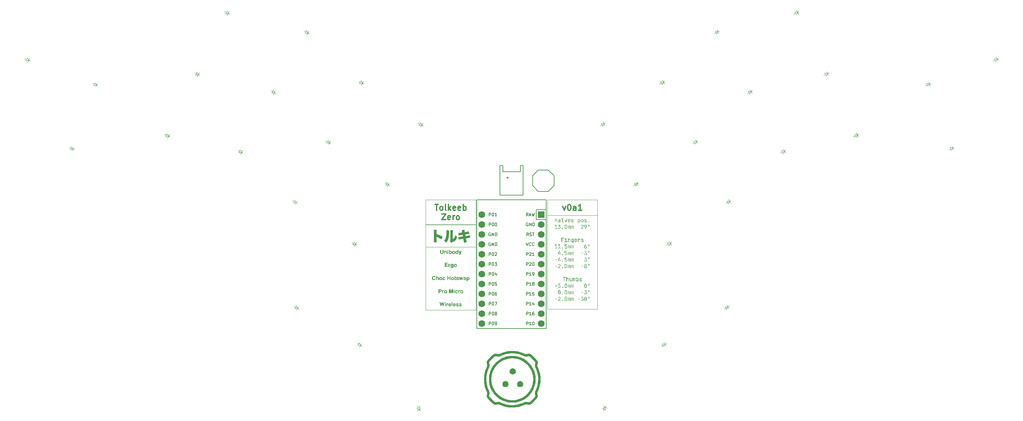
<source format=gbr>
%TF.GenerationSoftware,KiCad,Pcbnew,8.0.2-1*%
%TF.CreationDate,2024-06-17T15:58:38+09:00*%
%TF.ProjectId,tolkeeb_zero,746f6c6b-6565-4625-9f7a-65726f2e6b69,v1.0.0*%
%TF.SameCoordinates,Original*%
%TF.FileFunction,Legend,Top*%
%TF.FilePolarity,Positive*%
%FSLAX46Y46*%
G04 Gerber Fmt 4.6, Leading zero omitted, Abs format (unit mm)*
G04 Created by KiCad (PCBNEW 8.0.2-1) date 2024-06-17 15:58:38*
%MOMM*%
%LPD*%
G01*
G04 APERTURE LIST*
%ADD10C,0.300000*%
%ADD11C,0.100000*%
%ADD12C,0.200000*%
%ADD13C,0.125000*%
%ADD14C,0.150000*%
%ADD15C,0.000000*%
%ADD16R,1.752600X1.752600*%
%ADD17C,1.752600*%
G04 APERTURE END LIST*
D10*
X130728572Y-153380828D02*
X131585715Y-153380828D01*
X131157143Y-154880828D02*
X131157143Y-153380828D01*
X132300000Y-154880828D02*
X132157143Y-154809400D01*
X132157143Y-154809400D02*
X132085714Y-154737971D01*
X132085714Y-154737971D02*
X132014286Y-154595114D01*
X132014286Y-154595114D02*
X132014286Y-154166542D01*
X132014286Y-154166542D02*
X132085714Y-154023685D01*
X132085714Y-154023685D02*
X132157143Y-153952257D01*
X132157143Y-153952257D02*
X132300000Y-153880828D01*
X132300000Y-153880828D02*
X132514286Y-153880828D01*
X132514286Y-153880828D02*
X132657143Y-153952257D01*
X132657143Y-153952257D02*
X132728572Y-154023685D01*
X132728572Y-154023685D02*
X132800000Y-154166542D01*
X132800000Y-154166542D02*
X132800000Y-154595114D01*
X132800000Y-154595114D02*
X132728572Y-154737971D01*
X132728572Y-154737971D02*
X132657143Y-154809400D01*
X132657143Y-154809400D02*
X132514286Y-154880828D01*
X132514286Y-154880828D02*
X132300000Y-154880828D01*
X133657143Y-154880828D02*
X133514286Y-154809400D01*
X133514286Y-154809400D02*
X133442857Y-154666542D01*
X133442857Y-154666542D02*
X133442857Y-153380828D01*
X134228571Y-154880828D02*
X134228571Y-153380828D01*
X134371429Y-154309400D02*
X134800000Y-154880828D01*
X134800000Y-153880828D02*
X134228571Y-154452257D01*
X136014286Y-154809400D02*
X135871429Y-154880828D01*
X135871429Y-154880828D02*
X135585715Y-154880828D01*
X135585715Y-154880828D02*
X135442857Y-154809400D01*
X135442857Y-154809400D02*
X135371429Y-154666542D01*
X135371429Y-154666542D02*
X135371429Y-154095114D01*
X135371429Y-154095114D02*
X135442857Y-153952257D01*
X135442857Y-153952257D02*
X135585715Y-153880828D01*
X135585715Y-153880828D02*
X135871429Y-153880828D01*
X135871429Y-153880828D02*
X136014286Y-153952257D01*
X136014286Y-153952257D02*
X136085715Y-154095114D01*
X136085715Y-154095114D02*
X136085715Y-154237971D01*
X136085715Y-154237971D02*
X135371429Y-154380828D01*
X137300000Y-154809400D02*
X137157143Y-154880828D01*
X137157143Y-154880828D02*
X136871429Y-154880828D01*
X136871429Y-154880828D02*
X136728571Y-154809400D01*
X136728571Y-154809400D02*
X136657143Y-154666542D01*
X136657143Y-154666542D02*
X136657143Y-154095114D01*
X136657143Y-154095114D02*
X136728571Y-153952257D01*
X136728571Y-153952257D02*
X136871429Y-153880828D01*
X136871429Y-153880828D02*
X137157143Y-153880828D01*
X137157143Y-153880828D02*
X137300000Y-153952257D01*
X137300000Y-153952257D02*
X137371429Y-154095114D01*
X137371429Y-154095114D02*
X137371429Y-154237971D01*
X137371429Y-154237971D02*
X136657143Y-154380828D01*
X138014285Y-154880828D02*
X138014285Y-153380828D01*
X138014285Y-153952257D02*
X138157143Y-153880828D01*
X138157143Y-153880828D02*
X138442857Y-153880828D01*
X138442857Y-153880828D02*
X138585714Y-153952257D01*
X138585714Y-153952257D02*
X138657143Y-154023685D01*
X138657143Y-154023685D02*
X138728571Y-154166542D01*
X138728571Y-154166542D02*
X138728571Y-154595114D01*
X138728571Y-154595114D02*
X138657143Y-154737971D01*
X138657143Y-154737971D02*
X138585714Y-154809400D01*
X138585714Y-154809400D02*
X138442857Y-154880828D01*
X138442857Y-154880828D02*
X138157143Y-154880828D01*
X138157143Y-154880828D02*
X138014285Y-154809400D01*
X132514286Y-155795744D02*
X133514286Y-155795744D01*
X133514286Y-155795744D02*
X132514286Y-157295744D01*
X132514286Y-157295744D02*
X133514286Y-157295744D01*
X134657143Y-157224316D02*
X134514286Y-157295744D01*
X134514286Y-157295744D02*
X134228572Y-157295744D01*
X134228572Y-157295744D02*
X134085714Y-157224316D01*
X134085714Y-157224316D02*
X134014286Y-157081458D01*
X134014286Y-157081458D02*
X134014286Y-156510030D01*
X134014286Y-156510030D02*
X134085714Y-156367173D01*
X134085714Y-156367173D02*
X134228572Y-156295744D01*
X134228572Y-156295744D02*
X134514286Y-156295744D01*
X134514286Y-156295744D02*
X134657143Y-156367173D01*
X134657143Y-156367173D02*
X134728572Y-156510030D01*
X134728572Y-156510030D02*
X134728572Y-156652887D01*
X134728572Y-156652887D02*
X134014286Y-156795744D01*
X135371428Y-157295744D02*
X135371428Y-156295744D01*
X135371428Y-156581458D02*
X135442857Y-156438601D01*
X135442857Y-156438601D02*
X135514286Y-156367173D01*
X135514286Y-156367173D02*
X135657143Y-156295744D01*
X135657143Y-156295744D02*
X135800000Y-156295744D01*
X136514285Y-157295744D02*
X136371428Y-157224316D01*
X136371428Y-157224316D02*
X136299999Y-157152887D01*
X136299999Y-157152887D02*
X136228571Y-157010030D01*
X136228571Y-157010030D02*
X136228571Y-156581458D01*
X136228571Y-156581458D02*
X136299999Y-156438601D01*
X136299999Y-156438601D02*
X136371428Y-156367173D01*
X136371428Y-156367173D02*
X136514285Y-156295744D01*
X136514285Y-156295744D02*
X136728571Y-156295744D01*
X136728571Y-156295744D02*
X136871428Y-156367173D01*
X136871428Y-156367173D02*
X136942857Y-156438601D01*
X136942857Y-156438601D02*
X137014285Y-156581458D01*
X137014285Y-156581458D02*
X137014285Y-157010030D01*
X137014285Y-157010030D02*
X136942857Y-157152887D01*
X136942857Y-157152887D02*
X136871428Y-157224316D01*
X136871428Y-157224316D02*
X136728571Y-157295744D01*
X136728571Y-157295744D02*
X136514285Y-157295744D01*
D11*
X128400000Y-152200000D02*
X141200000Y-152200000D01*
X141200000Y-158600000D01*
X128400000Y-158600000D01*
X128400000Y-152200000D01*
D12*
G36*
X132707572Y-165667515D02*
G01*
X132707572Y-165033949D01*
X132922750Y-165033949D01*
X132922750Y-165661409D01*
X132921527Y-165710553D01*
X132916833Y-165764867D01*
X132908618Y-165814097D01*
X132894585Y-165865108D01*
X132872680Y-165914933D01*
X132839309Y-165962850D01*
X132797661Y-166002646D01*
X132747737Y-166034320D01*
X132701838Y-166053812D01*
X132650642Y-166068106D01*
X132594150Y-166077202D01*
X132532360Y-166081100D01*
X132516085Y-166081263D01*
X132452960Y-166078664D01*
X132395109Y-166070867D01*
X132342532Y-166057873D01*
X132295229Y-166039680D01*
X132243517Y-166009630D01*
X132200045Y-165971459D01*
X132164815Y-165925166D01*
X132158758Y-165914933D01*
X132136852Y-165865108D01*
X132122819Y-165814097D01*
X132114605Y-165764867D01*
X132109911Y-165710553D01*
X132108688Y-165661409D01*
X132108688Y-165033949D01*
X132323622Y-165033949D01*
X132323622Y-165667515D01*
X132325164Y-165717051D01*
X132331427Y-165768881D01*
X132345303Y-165816279D01*
X132348290Y-165822609D01*
X132377146Y-165864523D01*
X132420298Y-165892720D01*
X132470658Y-165906267D01*
X132515841Y-165909316D01*
X132567746Y-165905167D01*
X132616534Y-165890264D01*
X132657990Y-165860543D01*
X132682903Y-165822609D01*
X132698875Y-165773447D01*
X132705620Y-165722738D01*
X132707572Y-165667515D01*
G37*
G36*
X133455443Y-165446231D02*
G01*
X133404335Y-165452916D01*
X133359150Y-165476024D01*
X133326178Y-165515637D01*
X133318667Y-165530739D01*
X133304818Y-165578062D01*
X133299673Y-165627845D01*
X133299372Y-165644801D01*
X133299372Y-166050000D01*
X133104466Y-166050000D01*
X133104466Y-165303105D01*
X133293266Y-165303105D01*
X133293266Y-165412281D01*
X133323340Y-165370769D01*
X133358473Y-165334285D01*
X133364829Y-165329239D01*
X133410143Y-165303513D01*
X133457999Y-165289393D01*
X133512200Y-165284098D01*
X133517969Y-165284054D01*
X133573336Y-165287855D01*
X133623421Y-165299258D01*
X133673454Y-165321173D01*
X133707746Y-165344870D01*
X133743520Y-165385279D01*
X133765491Y-165431838D01*
X133777126Y-165480792D01*
X133781679Y-165537412D01*
X133781752Y-165546127D01*
X133781752Y-166050000D01*
X133581228Y-166050000D01*
X133581228Y-165594487D01*
X133577740Y-165545138D01*
X133565352Y-165503872D01*
X133533309Y-165466552D01*
X133484014Y-165448258D01*
X133455443Y-165446231D01*
G37*
G36*
X134159107Y-165299685D02*
G01*
X134159107Y-166050000D01*
X133960537Y-166050000D01*
X133960537Y-165299685D01*
X134159107Y-165299685D01*
G37*
G36*
X134159107Y-165033949D02*
G01*
X134159107Y-165221528D01*
X133960537Y-165221528D01*
X133960537Y-165033949D01*
X134159107Y-165033949D01*
G37*
G36*
X134534997Y-165397627D02*
G01*
X134566410Y-165359429D01*
X134605762Y-165325472D01*
X134616818Y-165318248D01*
X134664479Y-165296109D01*
X134716990Y-165285690D01*
X134751396Y-165284054D01*
X134804541Y-165287781D01*
X134853153Y-165298960D01*
X134904137Y-165321424D01*
X134948950Y-165354031D01*
X134982449Y-165390055D01*
X135010837Y-165431970D01*
X135033351Y-165478212D01*
X135049992Y-165528781D01*
X135060760Y-165583679D01*
X135065246Y-165632733D01*
X135065981Y-165663607D01*
X135063965Y-165716426D01*
X135057919Y-165766347D01*
X135045342Y-165822426D01*
X135026961Y-165874333D01*
X135002775Y-165922066D01*
X134983426Y-165951570D01*
X134950259Y-165990333D01*
X134905747Y-166025420D01*
X134854970Y-166049591D01*
X134806461Y-166061621D01*
X134753350Y-166065631D01*
X134704139Y-166062791D01*
X134656169Y-166052974D01*
X134607923Y-166031936D01*
X134604362Y-166029727D01*
X134567033Y-165998120D01*
X134534014Y-165958530D01*
X134531577Y-165955233D01*
X134531577Y-166050000D01*
X134339847Y-166050000D01*
X134339847Y-165686566D01*
X134528646Y-165686566D01*
X134532008Y-165738088D01*
X134543629Y-165789217D01*
X134563550Y-165833906D01*
X134571144Y-165846057D01*
X134605783Y-165882072D01*
X134650926Y-165903138D01*
X134701082Y-165909316D01*
X134753094Y-165900729D01*
X134795558Y-165874969D01*
X134818562Y-165848255D01*
X134842480Y-165801577D01*
X134855608Y-165751278D01*
X134860408Y-165699605D01*
X134860572Y-165687299D01*
X134858148Y-165635790D01*
X134849973Y-165586972D01*
X134840056Y-165555408D01*
X134816288Y-165512131D01*
X134779732Y-165478224D01*
X134732783Y-165459967D01*
X134695708Y-165456489D01*
X134646616Y-165462550D01*
X134601312Y-165483855D01*
X134566519Y-165520501D01*
X134549163Y-165553454D01*
X134535138Y-165604297D01*
X134529368Y-165657031D01*
X134528646Y-165686566D01*
X134339847Y-165686566D01*
X134339847Y-165037613D01*
X134534997Y-165037613D01*
X134534997Y-165397627D01*
G37*
G36*
X135596247Y-165286952D02*
G01*
X135649353Y-165295646D01*
X135697665Y-165310136D01*
X135749310Y-165335175D01*
X135794053Y-165368560D01*
X135826064Y-165402756D01*
X135858270Y-165448697D01*
X135883812Y-165497679D01*
X135902692Y-165549700D01*
X135914908Y-165604760D01*
X135920460Y-165662860D01*
X135920830Y-165682903D01*
X135918517Y-165733183D01*
X135909633Y-165790451D01*
X135894085Y-165844369D01*
X135871874Y-165894939D01*
X135843000Y-165942160D01*
X135826064Y-165964515D01*
X135787075Y-166004191D01*
X135741182Y-166035658D01*
X135688386Y-166058916D01*
X135639115Y-166072028D01*
X135585050Y-166079438D01*
X135538346Y-166081263D01*
X135480375Y-166078412D01*
X135427211Y-166069861D01*
X135378852Y-166055610D01*
X135327167Y-166030983D01*
X135282401Y-165998148D01*
X135250384Y-165964515D01*
X135218178Y-165918968D01*
X135192636Y-165870073D01*
X135173756Y-165817829D01*
X135161541Y-165762236D01*
X135156451Y-165713350D01*
X135155618Y-165682903D01*
X135155641Y-165682414D01*
X135358828Y-165682414D01*
X135361728Y-165733659D01*
X135371925Y-165783902D01*
X135391865Y-165830528D01*
X135405234Y-165850209D01*
X135441785Y-165883860D01*
X135487629Y-165903543D01*
X135537369Y-165909316D01*
X135587191Y-165903543D01*
X135632959Y-165883860D01*
X135669260Y-165850209D01*
X135695542Y-165803714D01*
X135709968Y-165751278D01*
X135715017Y-165702357D01*
X135715422Y-165682414D01*
X135712537Y-165631092D01*
X135702394Y-165580873D01*
X135682559Y-165534410D01*
X135669260Y-165514863D01*
X135632959Y-165481351D01*
X135587191Y-165461749D01*
X135537369Y-165456001D01*
X135487629Y-165461749D01*
X135441785Y-165481351D01*
X135405234Y-165514863D01*
X135378813Y-165561109D01*
X135364311Y-165613468D01*
X135359236Y-165662431D01*
X135358828Y-165682414D01*
X135155641Y-165682414D01*
X135157931Y-165633430D01*
X135166816Y-165576850D01*
X135182363Y-165523309D01*
X135204574Y-165472808D01*
X135233448Y-165425347D01*
X135250384Y-165402756D01*
X135289382Y-165362416D01*
X135335300Y-165330422D01*
X135388140Y-165306774D01*
X135437459Y-165293443D01*
X135491585Y-165285909D01*
X135538346Y-165284054D01*
X135596247Y-165286952D01*
G37*
G36*
X136737823Y-166050000D02*
G01*
X136547558Y-166050000D01*
X136547558Y-165948639D01*
X136517319Y-165991993D01*
X136481238Y-166029018D01*
X136452059Y-166049755D01*
X136404245Y-166070155D01*
X136352382Y-166079755D01*
X136318702Y-166081263D01*
X136263307Y-166076144D01*
X136211886Y-166060786D01*
X136164438Y-166035191D01*
X136120965Y-165999357D01*
X136097907Y-165974284D01*
X136067444Y-165931946D01*
X136043284Y-165885349D01*
X136025427Y-165834493D01*
X136013872Y-165779378D01*
X136009057Y-165730196D01*
X136008269Y-165699267D01*
X136008917Y-165681681D01*
X136210258Y-165681681D01*
X136212838Y-165730835D01*
X136221908Y-165779856D01*
X136239644Y-165826530D01*
X136251535Y-165846789D01*
X136287920Y-165884891D01*
X136336257Y-165905408D01*
X136375122Y-165909316D01*
X136427649Y-165902043D01*
X136474154Y-165877519D01*
X136501640Y-165847766D01*
X136526253Y-165800983D01*
X136539763Y-165750990D01*
X136544702Y-165699918D01*
X136544871Y-165687787D01*
X136541552Y-165631486D01*
X136531594Y-165582688D01*
X136512085Y-165536106D01*
X136479774Y-165495416D01*
X136475506Y-165491660D01*
X136432483Y-165466065D01*
X136383557Y-165456140D01*
X136376588Y-165456001D01*
X136327314Y-165462345D01*
X136283417Y-165483981D01*
X136250314Y-165520969D01*
X136227509Y-165569162D01*
X136214991Y-165619384D01*
X136210415Y-165669805D01*
X136210258Y-165681681D01*
X136008917Y-165681681D01*
X136010422Y-165640832D01*
X136016880Y-165586428D01*
X136027643Y-165536056D01*
X136046242Y-165480929D01*
X136071040Y-165431608D01*
X136096441Y-165394940D01*
X136131675Y-165357256D01*
X136171065Y-165327369D01*
X136222272Y-165302354D01*
X136270667Y-165289360D01*
X136323217Y-165284162D01*
X136332380Y-165284054D01*
X136381324Y-165288279D01*
X136429463Y-165302390D01*
X136453280Y-165314096D01*
X136495822Y-165344824D01*
X136528460Y-165381310D01*
X136539253Y-165397383D01*
X136539253Y-165040300D01*
X136737823Y-165040300D01*
X136737823Y-166050000D01*
G37*
G36*
X137215562Y-165849720D02*
G01*
X137370168Y-165299685D01*
X137578262Y-165299685D01*
X137321319Y-166032903D01*
X137303241Y-166083442D01*
X137282007Y-166139521D01*
X137262288Y-166187717D01*
X137240623Y-166235147D01*
X137215131Y-166280729D01*
X137203838Y-166295952D01*
X137163871Y-166325015D01*
X137115930Y-166339820D01*
X137061799Y-166346201D01*
X137030670Y-166346999D01*
X136988904Y-166346999D01*
X136941521Y-166346999D01*
X136941521Y-166190683D01*
X136966190Y-166191905D01*
X137016221Y-166190549D01*
X137021144Y-166189951D01*
X137065108Y-166174319D01*
X137094091Y-166132208D01*
X137096860Y-166125471D01*
X137109072Y-166080286D01*
X136834299Y-165299685D01*
X137052163Y-165299685D01*
X137215562Y-165849720D01*
G37*
G36*
X134018423Y-168972316D02*
G01*
X133526762Y-168972316D01*
X133526762Y-169222421D01*
X134087299Y-169222421D01*
X134087299Y-169410000D01*
X133319888Y-169410000D01*
X133319888Y-168393949D01*
X134062386Y-168393949D01*
X134062386Y-168565896D01*
X133526762Y-168565896D01*
X133526762Y-168800369D01*
X134018423Y-168800369D01*
X134018423Y-168972316D01*
G37*
G36*
X134607292Y-168841402D02*
G01*
X134553147Y-168846211D01*
X134503801Y-168863116D01*
X134463339Y-168896174D01*
X134448779Y-168918339D01*
X134433251Y-168965262D01*
X134427151Y-169014593D01*
X134426064Y-169051695D01*
X134426064Y-169410000D01*
X134228960Y-169410000D01*
X134228960Y-168659685D01*
X134415806Y-168659685D01*
X134415806Y-168792309D01*
X134442925Y-168750201D01*
X134474829Y-168709225D01*
X134494696Y-168689972D01*
X134536374Y-168663829D01*
X134585844Y-168648538D01*
X134637578Y-168644054D01*
X134646860Y-168644054D01*
X134663712Y-168644054D01*
X134663712Y-168844822D01*
X134630740Y-168842135D01*
X134607292Y-168841402D01*
G37*
G36*
X135097459Y-168647489D02*
G01*
X135146092Y-168659685D01*
X135191891Y-168686313D01*
X135227917Y-168720889D01*
X135258600Y-168765339D01*
X135261375Y-168770327D01*
X135261375Y-168659685D01*
X135451640Y-168659685D01*
X135451640Y-169375317D01*
X135449922Y-169427555D01*
X135443578Y-169482097D01*
X135432558Y-169529743D01*
X135414240Y-169575753D01*
X135402791Y-169595380D01*
X135365966Y-169638625D01*
X135318321Y-169672923D01*
X135270353Y-169694670D01*
X135214871Y-169710204D01*
X135165076Y-169718157D01*
X135110473Y-169722133D01*
X135081368Y-169722630D01*
X135029450Y-169720544D01*
X134973546Y-169712835D01*
X134922667Y-169699446D01*
X134876814Y-169680378D01*
X134847139Y-169663279D01*
X134806900Y-169630200D01*
X134776797Y-169590312D01*
X134756830Y-169543616D01*
X134746999Y-169490111D01*
X134959979Y-169490111D01*
X134981057Y-169534251D01*
X134986601Y-169539448D01*
X135032469Y-169560412D01*
X135083917Y-169566210D01*
X135093091Y-169566315D01*
X135147054Y-169560558D01*
X135194052Y-169540656D01*
X135229991Y-169502344D01*
X135234752Y-169493531D01*
X135249775Y-169445305D01*
X135256120Y-169393890D01*
X135257933Y-169343793D01*
X135257955Y-169336971D01*
X135257955Y-169287634D01*
X135230710Y-169329276D01*
X135197627Y-169363105D01*
X135153339Y-169389804D01*
X135105864Y-169404458D01*
X135057264Y-169409816D01*
X135045708Y-169410000D01*
X134993704Y-169406462D01*
X134945771Y-169395849D01*
X134894992Y-169374524D01*
X134849754Y-169343569D01*
X134815387Y-169309371D01*
X134786087Y-169269037D01*
X134762848Y-169223688D01*
X134745672Y-169173324D01*
X134734558Y-169117946D01*
X134729927Y-169067967D01*
X134729169Y-169036308D01*
X134729286Y-169033377D01*
X134931647Y-169033377D01*
X134935275Y-169082477D01*
X134947296Y-169130215D01*
X134953629Y-169145973D01*
X134981026Y-169190484D01*
X135023206Y-169222856D01*
X135071731Y-169236614D01*
X135096511Y-169238053D01*
X135145146Y-169230977D01*
X135191012Y-169207343D01*
X135212770Y-169187739D01*
X135239747Y-169146077D01*
X135254554Y-169095931D01*
X135259968Y-169040806D01*
X135260153Y-169027271D01*
X135256579Y-168973059D01*
X135244224Y-168921978D01*
X135220440Y-168876918D01*
X135214968Y-168869979D01*
X135176970Y-168837086D01*
X135130384Y-168819375D01*
X135094557Y-168816001D01*
X135041622Y-168823439D01*
X134994634Y-168849151D01*
X134962990Y-168887995D01*
X134952163Y-168910034D01*
X134938138Y-168958287D01*
X134932148Y-169011046D01*
X134931647Y-169033377D01*
X134729286Y-169033377D01*
X134731197Y-168985700D01*
X134738982Y-168928387D01*
X134752606Y-168874801D01*
X134772069Y-168824941D01*
X134797371Y-168778808D01*
X134812212Y-168757138D01*
X134845800Y-168718707D01*
X134884283Y-168688228D01*
X134927660Y-168665699D01*
X134975931Y-168651122D01*
X135029097Y-168644496D01*
X135047906Y-168644054D01*
X135097459Y-168647489D01*
G37*
G36*
X136024648Y-168646952D02*
G01*
X136077754Y-168655646D01*
X136126066Y-168670136D01*
X136177712Y-168695175D01*
X136222454Y-168728560D01*
X136254466Y-168762756D01*
X136286672Y-168808697D01*
X136312214Y-168857679D01*
X136331093Y-168909700D01*
X136343309Y-168964760D01*
X136348862Y-169022860D01*
X136349232Y-169042903D01*
X136346919Y-169093183D01*
X136338034Y-169150451D01*
X136322487Y-169204369D01*
X136300276Y-169254939D01*
X136271402Y-169302160D01*
X136254466Y-169324515D01*
X136215477Y-169364191D01*
X136169584Y-169395658D01*
X136116787Y-169418916D01*
X136067517Y-169432028D01*
X136013452Y-169439438D01*
X135966748Y-169441263D01*
X135908777Y-169438412D01*
X135855613Y-169429861D01*
X135807254Y-169415610D01*
X135755568Y-169390983D01*
X135710803Y-169358148D01*
X135678786Y-169324515D01*
X135646580Y-169278968D01*
X135621037Y-169230073D01*
X135602158Y-169177829D01*
X135589942Y-169122236D01*
X135584852Y-169073350D01*
X135584019Y-169042903D01*
X135584042Y-169042414D01*
X135787229Y-169042414D01*
X135790130Y-169093659D01*
X135800326Y-169143902D01*
X135820267Y-169190528D01*
X135833636Y-169210209D01*
X135870186Y-169243860D01*
X135916030Y-169263543D01*
X135965771Y-169269316D01*
X136015593Y-169263543D01*
X136061361Y-169243860D01*
X136097662Y-169210209D01*
X136123944Y-169163714D01*
X136138369Y-169111278D01*
X136143418Y-169062357D01*
X136143824Y-169042414D01*
X136140939Y-168991092D01*
X136130796Y-168940873D01*
X136110961Y-168894410D01*
X136097662Y-168874863D01*
X136061361Y-168841351D01*
X136015593Y-168821749D01*
X135965771Y-168816001D01*
X135916030Y-168821749D01*
X135870186Y-168841351D01*
X135833636Y-168874863D01*
X135807215Y-168921109D01*
X135792713Y-168973468D01*
X135787637Y-169022431D01*
X135787229Y-169042414D01*
X135584042Y-169042414D01*
X135586333Y-168993430D01*
X135595217Y-168936850D01*
X135610765Y-168883309D01*
X135632976Y-168832808D01*
X135661850Y-168785347D01*
X135678786Y-168762756D01*
X135717783Y-168722416D01*
X135763702Y-168690422D01*
X135816541Y-168666774D01*
X135865861Y-168653443D01*
X135919987Y-168645909D01*
X135966748Y-168644054D01*
X136024648Y-168646952D01*
G37*
G36*
X130762177Y-172694773D02*
G01*
X130717455Y-172730963D01*
X130668285Y-172759665D01*
X130614667Y-172780880D01*
X130566588Y-172792839D01*
X130515420Y-172799599D01*
X130472261Y-172801263D01*
X130419131Y-172799068D01*
X130368916Y-172792485D01*
X130310248Y-172778085D01*
X130256135Y-172756827D01*
X130206578Y-172728711D01*
X130161577Y-172693738D01*
X130128856Y-172660823D01*
X130092830Y-172614084D01*
X130062910Y-172562253D01*
X130043371Y-172517121D01*
X130027739Y-172468731D01*
X130016016Y-172417081D01*
X130008200Y-172362172D01*
X130004292Y-172304004D01*
X130003803Y-172273698D01*
X130006024Y-172209107D01*
X130012688Y-172148325D01*
X130023793Y-172091352D01*
X130039341Y-172038187D01*
X130059330Y-171988831D01*
X130083762Y-171943283D01*
X130112636Y-171901544D01*
X130145953Y-171863614D01*
X130186219Y-171827518D01*
X130229778Y-171797540D01*
X130276627Y-171773680D01*
X130326769Y-171755938D01*
X130380202Y-171744313D01*
X130436926Y-171738807D01*
X130460538Y-171738318D01*
X130522262Y-171741039D01*
X130579698Y-171749202D01*
X130632843Y-171762807D01*
X130681699Y-171781854D01*
X130726266Y-171806343D01*
X130766543Y-171836274D01*
X130802531Y-171871648D01*
X130834229Y-171912463D01*
X130863065Y-171959739D01*
X130884360Y-172007046D01*
X130898114Y-172054383D01*
X130904327Y-172101751D01*
X130692812Y-172101751D01*
X130675628Y-172052177D01*
X130651498Y-172007017D01*
X130639812Y-171991842D01*
X130598348Y-171957066D01*
X130551731Y-171936780D01*
X130502897Y-171927506D01*
X130468842Y-171925896D01*
X130414131Y-171931651D01*
X130365527Y-171948916D01*
X130323029Y-171977691D01*
X130286637Y-172017976D01*
X130260751Y-172061800D01*
X130241223Y-172112918D01*
X130229545Y-172162537D01*
X130222538Y-172217515D01*
X130220267Y-172267422D01*
X130220203Y-172277850D01*
X130221920Y-172328376D01*
X130228514Y-172383559D01*
X130240055Y-172432801D01*
X130259770Y-172482739D01*
X130286217Y-172524590D01*
X130290545Y-172529909D01*
X130328112Y-172566560D01*
X130370473Y-172592740D01*
X130417627Y-172608448D01*
X130469575Y-172613684D01*
X130521842Y-172609135D01*
X130572761Y-172593142D01*
X130615334Y-172565635D01*
X130639079Y-172540900D01*
X130665352Y-172499179D01*
X130684449Y-172451437D01*
X130692812Y-172423419D01*
X130902373Y-172423419D01*
X130891673Y-172473707D01*
X130876823Y-172521073D01*
X130853524Y-172574056D01*
X130824249Y-172622831D01*
X130788998Y-172667398D01*
X130762177Y-172694773D01*
G37*
G36*
X131718632Y-172331584D02*
G01*
X131718632Y-172770000D01*
X131518842Y-172770000D01*
X131518842Y-172311311D01*
X131514915Y-172262418D01*
X131499588Y-172215240D01*
X131498325Y-172212882D01*
X131462566Y-172175190D01*
X131414470Y-172161190D01*
X131396476Y-172160369D01*
X131347494Y-172166546D01*
X131300992Y-172189770D01*
X131278507Y-172212637D01*
X131254098Y-172258089D01*
X131242363Y-172305516D01*
X131238490Y-172355624D01*
X131238451Y-172361625D01*
X131238451Y-172770000D01*
X131043545Y-172770000D01*
X131043545Y-171758101D01*
X131238451Y-171758101D01*
X131238451Y-172116161D01*
X131269256Y-172077648D01*
X131306482Y-172045837D01*
X131336881Y-172028967D01*
X131383451Y-172012837D01*
X131431875Y-172004930D01*
X131454850Y-172004054D01*
X131505088Y-172007420D01*
X131555481Y-172018663D01*
X131580879Y-172027990D01*
X131626581Y-172053796D01*
X131664521Y-172089325D01*
X131673936Y-172101263D01*
X131698910Y-172143639D01*
X131711794Y-172187236D01*
X131716469Y-172236624D01*
X131718305Y-172290449D01*
X131718632Y-172331584D01*
G37*
G36*
X132291641Y-172006952D02*
G01*
X132344747Y-172015646D01*
X132393059Y-172030136D01*
X132444705Y-172055175D01*
X132489447Y-172088560D01*
X132521459Y-172122756D01*
X132553664Y-172168697D01*
X132579207Y-172217679D01*
X132598086Y-172269700D01*
X132610302Y-172324760D01*
X132615855Y-172382860D01*
X132616225Y-172402903D01*
X132613911Y-172453183D01*
X132605027Y-172510451D01*
X132589479Y-172564369D01*
X132567269Y-172614939D01*
X132538394Y-172662160D01*
X132521459Y-172684515D01*
X132482469Y-172724191D01*
X132436577Y-172755658D01*
X132383780Y-172778916D01*
X132334509Y-172792028D01*
X132280444Y-172799438D01*
X132233741Y-172801263D01*
X132175770Y-172798412D01*
X132122605Y-172789861D01*
X132074247Y-172775610D01*
X132022561Y-172750983D01*
X131977796Y-172718148D01*
X131945778Y-172684515D01*
X131913573Y-172638968D01*
X131888030Y-172590073D01*
X131869151Y-172537829D01*
X131856935Y-172482236D01*
X131851845Y-172433350D01*
X131851012Y-172402903D01*
X131851035Y-172402414D01*
X132054222Y-172402414D01*
X132057122Y-172453659D01*
X132067319Y-172503902D01*
X132087259Y-172550528D01*
X132100628Y-172570209D01*
X132137179Y-172603860D01*
X132183023Y-172623543D01*
X132232764Y-172629316D01*
X132282585Y-172623543D01*
X132328353Y-172603860D01*
X132364655Y-172570209D01*
X132390936Y-172523714D01*
X132405362Y-172471278D01*
X132410411Y-172422357D01*
X132410817Y-172402414D01*
X132407932Y-172351092D01*
X132397789Y-172300873D01*
X132377953Y-172254410D01*
X132364655Y-172234863D01*
X132328353Y-172201351D01*
X132282585Y-172181749D01*
X132232764Y-172176001D01*
X132183023Y-172181749D01*
X132137179Y-172201351D01*
X132100628Y-172234863D01*
X132074208Y-172281109D01*
X132059706Y-172333468D01*
X132054630Y-172382431D01*
X132054222Y-172402414D01*
X131851035Y-172402414D01*
X131853326Y-172353430D01*
X131862210Y-172296850D01*
X131877758Y-172243309D01*
X131899968Y-172192808D01*
X131928843Y-172145347D01*
X131945778Y-172122756D01*
X131984776Y-172082416D01*
X132030695Y-172050422D01*
X132083534Y-172026774D01*
X132132854Y-172013443D01*
X132186980Y-172005909D01*
X132233741Y-172004054D01*
X132291641Y-172006952D01*
G37*
G36*
X133399512Y-172296901D02*
G01*
X133198988Y-172296901D01*
X133185498Y-172247728D01*
X133170900Y-172221430D01*
X133131992Y-172188822D01*
X133081249Y-172176400D01*
X133068563Y-172176001D01*
X133017867Y-172183613D01*
X132973140Y-172209926D01*
X132943327Y-172249678D01*
X132933252Y-172272233D01*
X132920062Y-172323350D01*
X132914880Y-172372565D01*
X132913957Y-172408032D01*
X132916237Y-172459721D01*
X132924810Y-172511209D01*
X132933252Y-172537725D01*
X132957806Y-172582000D01*
X132996598Y-172614200D01*
X133047508Y-172628511D01*
X133065143Y-172629316D01*
X133114336Y-172623189D01*
X133156842Y-172598825D01*
X133162596Y-172592191D01*
X133186807Y-172546542D01*
X133197523Y-172495959D01*
X133397558Y-172495959D01*
X133389673Y-172545605D01*
X133373713Y-172593976D01*
X133349676Y-172641071D01*
X133332833Y-172666685D01*
X133301964Y-172705455D01*
X133259191Y-172743305D01*
X133210167Y-172771692D01*
X133154892Y-172790617D01*
X133104054Y-172799160D01*
X133060258Y-172801263D01*
X133006109Y-172798633D01*
X132956622Y-172790744D01*
X132903393Y-172774335D01*
X132856879Y-172750352D01*
X132817080Y-172718796D01*
X132794278Y-172693551D01*
X132765392Y-172650893D01*
X132742483Y-172603701D01*
X132725550Y-172551975D01*
X132714594Y-172495715D01*
X132710028Y-172445368D01*
X132709281Y-172413649D01*
X132711577Y-172355081D01*
X132718464Y-172300735D01*
X132729943Y-172250610D01*
X132749778Y-172196033D01*
X132776225Y-172147536D01*
X132803315Y-172111765D01*
X132841168Y-172075160D01*
X132884018Y-172046129D01*
X132931866Y-172024671D01*
X132984711Y-172010786D01*
X133042554Y-172004475D01*
X133062945Y-172004054D01*
X133113990Y-172006364D01*
X133168984Y-172014897D01*
X133219070Y-172029719D01*
X133264246Y-172050828D01*
X133293510Y-172069755D01*
X133333749Y-172108498D01*
X133361445Y-172152266D01*
X133382128Y-172205243D01*
X133394276Y-172257983D01*
X133399512Y-172296901D01*
G37*
G36*
X134538905Y-172770000D02*
G01*
X134538905Y-172316685D01*
X134143231Y-172316685D01*
X134143231Y-172770000D01*
X133933671Y-172770000D01*
X133933671Y-171753949D01*
X134143231Y-171753949D01*
X134143231Y-172144738D01*
X134538905Y-172144738D01*
X134538905Y-171753949D01*
X134749198Y-171753949D01*
X134749198Y-172770000D01*
X134538905Y-172770000D01*
G37*
G36*
X135324160Y-172006952D02*
G01*
X135377266Y-172015646D01*
X135425578Y-172030136D01*
X135477224Y-172055175D01*
X135521966Y-172088560D01*
X135553978Y-172122756D01*
X135586184Y-172168697D01*
X135611726Y-172217679D01*
X135630605Y-172269700D01*
X135642821Y-172324760D01*
X135648374Y-172382860D01*
X135648744Y-172402903D01*
X135646430Y-172453183D01*
X135637546Y-172510451D01*
X135621999Y-172564369D01*
X135599788Y-172614939D01*
X135570914Y-172662160D01*
X135553978Y-172684515D01*
X135514989Y-172724191D01*
X135469096Y-172755658D01*
X135416299Y-172778916D01*
X135367029Y-172792028D01*
X135312964Y-172799438D01*
X135266260Y-172801263D01*
X135208289Y-172798412D01*
X135155125Y-172789861D01*
X135106766Y-172775610D01*
X135055080Y-172750983D01*
X135010315Y-172718148D01*
X134978297Y-172684515D01*
X134946092Y-172638968D01*
X134920549Y-172590073D01*
X134901670Y-172537829D01*
X134889454Y-172482236D01*
X134884364Y-172433350D01*
X134883531Y-172402903D01*
X134883554Y-172402414D01*
X135086741Y-172402414D01*
X135089642Y-172453659D01*
X135099838Y-172503902D01*
X135119778Y-172550528D01*
X135133147Y-172570209D01*
X135169698Y-172603860D01*
X135215542Y-172623543D01*
X135265283Y-172629316D01*
X135315105Y-172623543D01*
X135360872Y-172603860D01*
X135397174Y-172570209D01*
X135423456Y-172523714D01*
X135437881Y-172471278D01*
X135442930Y-172422357D01*
X135443336Y-172402414D01*
X135440451Y-172351092D01*
X135430308Y-172300873D01*
X135410473Y-172254410D01*
X135397174Y-172234863D01*
X135360872Y-172201351D01*
X135315105Y-172181749D01*
X135265283Y-172176001D01*
X135215542Y-172181749D01*
X135169698Y-172201351D01*
X135133147Y-172234863D01*
X135106727Y-172281109D01*
X135092225Y-172333468D01*
X135087149Y-172382431D01*
X135086741Y-172402414D01*
X134883554Y-172402414D01*
X134885845Y-172353430D01*
X134894729Y-172296850D01*
X134910277Y-172243309D01*
X134932488Y-172192808D01*
X134961362Y-172145347D01*
X134978297Y-172122756D01*
X135017295Y-172082416D01*
X135063214Y-172050422D01*
X135116053Y-172026774D01*
X135165373Y-172013443D01*
X135219499Y-172005909D01*
X135266260Y-172004054D01*
X135324160Y-172006952D01*
G37*
G36*
X136127216Y-172629316D02*
G01*
X136127216Y-172770000D01*
X136034404Y-172773419D01*
X135985471Y-172773216D01*
X135936197Y-172767834D01*
X135885209Y-172752776D01*
X135844871Y-172725303D01*
X135820141Y-172682500D01*
X135812027Y-172630120D01*
X135811898Y-172621500D01*
X135811898Y-172160369D01*
X135707362Y-172160369D01*
X135707362Y-172019685D01*
X135811898Y-172019685D01*
X135811898Y-171810858D01*
X136005583Y-171810858D01*
X136005583Y-172019685D01*
X136127216Y-172019685D01*
X136127216Y-172160369D01*
X136005583Y-172160369D01*
X136005583Y-172561172D01*
X136011513Y-172610062D01*
X136017062Y-172619302D01*
X136064748Y-172630232D01*
X136088625Y-172630781D01*
X136107432Y-172630537D01*
X136127216Y-172629316D01*
G37*
G36*
X136766155Y-172062184D02*
G01*
X136805448Y-172096622D01*
X136835398Y-172141074D01*
X136853941Y-172188184D01*
X136865331Y-172242962D01*
X136867272Y-172260020D01*
X136671389Y-172260020D01*
X136657879Y-172212164D01*
X136650140Y-172200181D01*
X136609933Y-172171605D01*
X136558938Y-172160991D01*
X136540230Y-172160369D01*
X136491297Y-172164156D01*
X136449128Y-172180153D01*
X136422255Y-172221628D01*
X136422017Y-172226559D01*
X136444083Y-172270905D01*
X136450838Y-172274919D01*
X136498440Y-172291328D01*
X136551777Y-172305113D01*
X136603800Y-172317294D01*
X136655025Y-172328653D01*
X136703309Y-172341953D01*
X136751650Y-172360416D01*
X136797311Y-172385348D01*
X136830147Y-172411207D01*
X136862964Y-172452979D01*
X136882159Y-172501389D01*
X136887788Y-172551158D01*
X136882613Y-172603823D01*
X136867088Y-172651420D01*
X136841214Y-172693948D01*
X136804990Y-172731409D01*
X136757958Y-172761970D01*
X136707563Y-172781548D01*
X136657503Y-172793008D01*
X136601106Y-172799557D01*
X136549267Y-172801263D01*
X136496338Y-172799384D01*
X136438773Y-172792171D01*
X136387699Y-172779549D01*
X136336318Y-172757986D01*
X136293773Y-172729059D01*
X136288416Y-172724326D01*
X136251658Y-172683339D01*
X136225401Y-172637559D01*
X136209648Y-172586985D01*
X136204397Y-172531618D01*
X136402722Y-172531618D01*
X136414348Y-172580837D01*
X136429588Y-172605868D01*
X136473259Y-172632582D01*
X136524167Y-172643077D01*
X136564166Y-172644947D01*
X136613175Y-172641190D01*
X136656002Y-172627850D01*
X136688327Y-172590701D01*
X136689951Y-172576559D01*
X136669008Y-172531252D01*
X136662596Y-172526734D01*
X136615583Y-172508771D01*
X136562208Y-172493670D01*
X136509955Y-172480321D01*
X136458409Y-172467871D01*
X136406420Y-172453434D01*
X136355763Y-172435074D01*
X136309940Y-172412046D01*
X136279135Y-172389469D01*
X136247284Y-172348860D01*
X136231001Y-172301437D01*
X136226867Y-172255380D01*
X136231950Y-172205661D01*
X136249821Y-172154070D01*
X136276509Y-172112072D01*
X136308200Y-172078304D01*
X136353125Y-172045819D01*
X136399222Y-172025009D01*
X136451653Y-172011305D01*
X136501636Y-172005214D01*
X136537544Y-172004054D01*
X136588222Y-172006098D01*
X136642789Y-172013648D01*
X136692447Y-172026761D01*
X136743189Y-172048560D01*
X136766155Y-172062184D01*
G37*
G36*
X137597069Y-172770000D02*
G01*
X137479588Y-172223384D01*
X137360886Y-172770000D01*
X137157432Y-172770000D01*
X136947139Y-172019685D01*
X137157432Y-172019685D01*
X137274180Y-172557997D01*
X137382136Y-172019685D01*
X137580705Y-172019685D01*
X137694522Y-172559951D01*
X137811514Y-172019685D01*
X138015457Y-172019685D01*
X137798325Y-172770000D01*
X137597069Y-172770000D01*
G37*
G36*
X138464547Y-172006391D02*
G01*
X138514369Y-172013404D01*
X138568103Y-172027143D01*
X138618417Y-172046987D01*
X138630461Y-172052903D01*
X138672242Y-172082624D01*
X138702085Y-172123183D01*
X138719991Y-172174581D01*
X138725866Y-172228445D01*
X138725960Y-172236817D01*
X138725960Y-172579979D01*
X138726532Y-172630468D01*
X138727425Y-172666441D01*
X138736642Y-172714659D01*
X138738905Y-172718464D01*
X138767969Y-172741179D01*
X138767969Y-172770000D01*
X138554990Y-172770000D01*
X138542533Y-172730676D01*
X138537160Y-172688911D01*
X138499299Y-172725282D01*
X138459874Y-172754534D01*
X138443615Y-172764626D01*
X138398191Y-172785485D01*
X138348899Y-172797685D01*
X138300733Y-172801263D01*
X138246362Y-172796626D01*
X138197556Y-172782715D01*
X138154313Y-172759531D01*
X138132694Y-172742644D01*
X138100698Y-172705651D01*
X138079173Y-172660891D01*
X138068120Y-172608364D01*
X138066504Y-172575826D01*
X138067643Y-172560683D01*
X138262875Y-172560683D01*
X138272863Y-172610443D01*
X138291207Y-172632979D01*
X138336966Y-172653672D01*
X138358374Y-172655450D01*
X138408119Y-172649363D01*
X138454559Y-172631103D01*
X138474878Y-172618569D01*
X138507599Y-172582104D01*
X138524921Y-172533532D01*
X138530077Y-172483014D01*
X138530077Y-172410230D01*
X138492708Y-172429281D01*
X138444995Y-172441917D01*
X138440928Y-172442714D01*
X138396965Y-172450774D01*
X138346708Y-172462151D01*
X138308304Y-172477641D01*
X138272857Y-172514459D01*
X138262875Y-172560683D01*
X138067643Y-172560683D01*
X138070248Y-172526067D01*
X138084079Y-172474894D01*
X138108102Y-172431132D01*
X138142316Y-172394779D01*
X138172994Y-172373349D01*
X138219620Y-172352150D01*
X138267428Y-172338239D01*
X138317223Y-172328469D01*
X138344697Y-172324501D01*
X138411375Y-172316196D01*
X138460300Y-172307896D01*
X138489044Y-172298855D01*
X138525874Y-172266402D01*
X138530810Y-172242435D01*
X138517030Y-172193724D01*
X138498814Y-172178199D01*
X138450518Y-172163312D01*
X138405269Y-172160369D01*
X138355443Y-172166053D01*
X138310601Y-172190637D01*
X138306839Y-172194808D01*
X138284413Y-172240533D01*
X138279484Y-172263440D01*
X138090440Y-172263440D01*
X138097354Y-172210992D01*
X138112877Y-172159244D01*
X138136653Y-172114364D01*
X138145394Y-172102240D01*
X138184704Y-172063982D01*
X138226882Y-172038668D01*
X138276891Y-172020258D01*
X138334730Y-172008752D01*
X138388912Y-172004437D01*
X138412108Y-172004054D01*
X138464547Y-172006391D01*
G37*
G36*
X139355991Y-172008659D02*
G01*
X139407729Y-172022473D01*
X139455634Y-172045497D01*
X139499706Y-172077731D01*
X139523168Y-172100286D01*
X139553963Y-172139541D01*
X139578386Y-172185133D01*
X139596438Y-172237063D01*
X139606615Y-172285178D01*
X139612367Y-172337693D01*
X139613782Y-172382875D01*
X139611612Y-172442033D01*
X139605100Y-172496624D01*
X139594248Y-172546647D01*
X139575495Y-172600646D01*
X139550490Y-172648067D01*
X139524878Y-172682561D01*
X139489736Y-172717588D01*
X139444178Y-172749295D01*
X139393712Y-172771137D01*
X139338337Y-172783115D01*
X139295778Y-172785631D01*
X139242994Y-172781051D01*
X139196078Y-172767313D01*
X139151246Y-172741622D01*
X139147523Y-172738736D01*
X139111639Y-172702114D01*
X139084264Y-172663265D01*
X139084264Y-173053565D01*
X138890579Y-173053565D01*
X138890579Y-172399239D01*
X139077425Y-172399239D01*
X139080744Y-172452679D01*
X139092666Y-172504622D01*
X139116443Y-172551417D01*
X139146790Y-172582665D01*
X139191792Y-172605929D01*
X139240747Y-172613654D01*
X139244243Y-172613684D01*
X139295877Y-172606209D01*
X139341673Y-172581004D01*
X139368807Y-172550425D01*
X139391476Y-172506810D01*
X139405749Y-172455037D01*
X139411416Y-172401467D01*
X139411794Y-172382142D01*
X139407930Y-172330035D01*
X139396338Y-172281792D01*
X139374661Y-172233188D01*
X139372226Y-172229002D01*
X139339362Y-172191039D01*
X139294838Y-172168835D01*
X139244243Y-172162323D01*
X139195165Y-172168643D01*
X139149916Y-172190861D01*
X139115215Y-172229076D01*
X139097942Y-172263440D01*
X139084658Y-172311656D01*
X139078407Y-172364607D01*
X139077425Y-172399239D01*
X138890579Y-172399239D01*
X138890579Y-172019685D01*
X139077914Y-172019685D01*
X139077914Y-172130327D01*
X139108418Y-172089444D01*
X139145325Y-172053879D01*
X139188492Y-172027604D01*
X139236477Y-172011061D01*
X139289280Y-172004249D01*
X139300419Y-172004054D01*
X139355991Y-172008659D01*
G37*
G36*
X132181498Y-175116740D02*
G01*
X132232133Y-175125112D01*
X132285717Y-175141933D01*
X132333386Y-175166352D01*
X132369539Y-175193328D01*
X132404942Y-175232122D01*
X132431649Y-175279261D01*
X132447620Y-175326307D01*
X132457203Y-175379484D01*
X132460309Y-175428482D01*
X132460397Y-175438792D01*
X132458179Y-175492908D01*
X132451524Y-175541837D01*
X132437683Y-175593703D01*
X132413460Y-175644772D01*
X132380541Y-175685673D01*
X132369539Y-175695491D01*
X132326179Y-175724708D01*
X132275385Y-175746749D01*
X132225932Y-175759930D01*
X132171017Y-175767838D01*
X132121083Y-175770401D01*
X132110642Y-175770474D01*
X131895708Y-175770474D01*
X131895708Y-176130000D01*
X131685415Y-176130000D01*
X131685415Y-175598527D01*
X131895708Y-175598527D01*
X132092812Y-175598527D01*
X132144378Y-175593169D01*
X132192730Y-175573374D01*
X132209560Y-175560425D01*
X132237777Y-175518364D01*
X132249386Y-175468767D01*
X132250837Y-175439281D01*
X132245931Y-175387985D01*
X132227481Y-175341874D01*
X132209316Y-175321311D01*
X132166580Y-175297102D01*
X132115427Y-175286761D01*
X132092812Y-175285896D01*
X131895708Y-175285896D01*
X131895708Y-175598527D01*
X131685415Y-175598527D01*
X131685415Y-175113949D01*
X132126517Y-175113949D01*
X132181498Y-175116740D01*
G37*
G36*
X132974284Y-175561402D02*
G01*
X132920139Y-175566211D01*
X132870793Y-175583116D01*
X132830331Y-175616174D01*
X132815771Y-175638339D01*
X132800243Y-175685262D01*
X132794143Y-175734593D01*
X132793056Y-175771695D01*
X132793056Y-176130000D01*
X132595952Y-176130000D01*
X132595952Y-175379685D01*
X132782798Y-175379685D01*
X132782798Y-175512309D01*
X132809917Y-175470201D01*
X132841821Y-175429225D01*
X132861688Y-175409972D01*
X132903366Y-175383829D01*
X132952836Y-175368538D01*
X133004570Y-175364054D01*
X133013852Y-175364054D01*
X133030704Y-175364054D01*
X133030704Y-175564822D01*
X132997732Y-175562135D01*
X132974284Y-175561402D01*
G37*
G36*
X133536790Y-175366952D02*
G01*
X133589896Y-175375646D01*
X133638208Y-175390136D01*
X133689854Y-175415175D01*
X133734596Y-175448560D01*
X133766608Y-175482756D01*
X133798814Y-175528697D01*
X133824356Y-175577679D01*
X133843235Y-175629700D01*
X133855451Y-175684760D01*
X133861004Y-175742860D01*
X133861374Y-175762903D01*
X133859061Y-175813183D01*
X133850176Y-175870451D01*
X133834629Y-175924369D01*
X133812418Y-175974939D01*
X133783544Y-176022160D01*
X133766608Y-176044515D01*
X133727619Y-176084191D01*
X133681726Y-176115658D01*
X133628929Y-176138916D01*
X133579659Y-176152028D01*
X133525594Y-176159438D01*
X133478890Y-176161263D01*
X133420919Y-176158412D01*
X133367755Y-176149861D01*
X133319396Y-176135610D01*
X133267710Y-176110983D01*
X133222945Y-176078148D01*
X133190928Y-176044515D01*
X133158722Y-175998968D01*
X133133179Y-175950073D01*
X133114300Y-175897829D01*
X133102084Y-175842236D01*
X133096994Y-175793350D01*
X133096161Y-175762903D01*
X133096184Y-175762414D01*
X133299371Y-175762414D01*
X133302272Y-175813659D01*
X133312469Y-175863902D01*
X133332409Y-175910528D01*
X133345778Y-175930209D01*
X133382328Y-175963860D01*
X133428172Y-175983543D01*
X133477913Y-175989316D01*
X133527735Y-175983543D01*
X133573503Y-175963860D01*
X133609804Y-175930209D01*
X133636086Y-175883714D01*
X133650511Y-175831278D01*
X133655560Y-175782357D01*
X133655966Y-175762414D01*
X133653081Y-175711092D01*
X133642938Y-175660873D01*
X133623103Y-175614410D01*
X133609804Y-175594863D01*
X133573503Y-175561351D01*
X133527735Y-175541749D01*
X133477913Y-175536001D01*
X133428172Y-175541749D01*
X133382328Y-175561351D01*
X133345778Y-175594863D01*
X133319357Y-175641109D01*
X133304855Y-175693468D01*
X133299779Y-175742431D01*
X133299371Y-175762414D01*
X133096184Y-175762414D01*
X133098475Y-175713430D01*
X133107359Y-175656850D01*
X133122907Y-175603309D01*
X133145118Y-175552808D01*
X133173992Y-175505347D01*
X133190928Y-175482756D01*
X133229925Y-175442416D01*
X133275844Y-175410422D01*
X133328683Y-175386774D01*
X133378003Y-175373443D01*
X133432129Y-175365909D01*
X133478890Y-175364054D01*
X133536790Y-175366952D01*
G37*
G36*
X134595324Y-176130000D02*
G01*
X134398220Y-176130000D01*
X134398220Y-175113949D01*
X134705966Y-175113949D01*
X134889881Y-175912868D01*
X135072575Y-175113949D01*
X135377145Y-175113949D01*
X135377145Y-176130000D01*
X135179797Y-176130000D01*
X135179797Y-175442700D01*
X135180113Y-175393708D01*
X135180530Y-175359902D01*
X135181102Y-175309963D01*
X135181263Y-175277348D01*
X134989532Y-176130000D01*
X134784124Y-176130000D01*
X134593859Y-175277348D01*
X134594205Y-175328856D01*
X134594591Y-175359902D01*
X134595163Y-175409788D01*
X134595324Y-175442700D01*
X134595324Y-176130000D01*
G37*
G36*
X135752547Y-175379685D02*
G01*
X135752547Y-176130000D01*
X135553977Y-176130000D01*
X135553977Y-175379685D01*
X135752547Y-175379685D01*
G37*
G36*
X135752547Y-175113949D02*
G01*
X135752547Y-175301528D01*
X135553977Y-175301528D01*
X135553977Y-175113949D01*
X135752547Y-175113949D01*
G37*
G36*
X136587857Y-175656901D02*
G01*
X136387334Y-175656901D01*
X136373843Y-175607728D01*
X136359246Y-175581430D01*
X136320338Y-175548822D01*
X136269594Y-175536400D01*
X136256908Y-175536001D01*
X136206212Y-175543613D01*
X136161485Y-175569926D01*
X136131673Y-175609678D01*
X136121598Y-175632233D01*
X136108407Y-175683350D01*
X136103226Y-175732565D01*
X136102302Y-175768032D01*
X136104582Y-175819721D01*
X136113156Y-175871209D01*
X136121598Y-175897725D01*
X136146151Y-175942000D01*
X136184944Y-175974200D01*
X136235853Y-175988511D01*
X136253489Y-175989316D01*
X136302682Y-175983189D01*
X136345188Y-175958825D01*
X136350942Y-175952191D01*
X136375153Y-175906542D01*
X136385868Y-175855959D01*
X136585903Y-175855959D01*
X136578019Y-175905605D01*
X136562058Y-175953976D01*
X136538022Y-176001071D01*
X136521179Y-176026685D01*
X136490310Y-176065455D01*
X136447537Y-176103305D01*
X136398513Y-176131692D01*
X136343237Y-176150617D01*
X136292400Y-176159160D01*
X136248604Y-176161263D01*
X136194454Y-176158633D01*
X136144968Y-176150744D01*
X136091739Y-176134335D01*
X136045225Y-176110352D01*
X136005426Y-176078796D01*
X135982623Y-176053551D01*
X135953738Y-176010893D01*
X135930829Y-175963701D01*
X135913896Y-175911975D01*
X135902939Y-175855715D01*
X135898374Y-175805368D01*
X135897627Y-175773649D01*
X135899923Y-175715081D01*
X135906810Y-175660735D01*
X135918289Y-175610610D01*
X135938124Y-175556033D01*
X135964571Y-175507536D01*
X135991660Y-175471765D01*
X136029513Y-175435160D01*
X136072364Y-175406129D01*
X136120211Y-175384671D01*
X136173056Y-175370786D01*
X136230899Y-175364475D01*
X136251291Y-175364054D01*
X136302335Y-175366364D01*
X136357330Y-175374897D01*
X136407415Y-175389719D01*
X136452592Y-175410828D01*
X136481856Y-175429755D01*
X136522095Y-175468498D01*
X136549791Y-175512266D01*
X136570474Y-175565243D01*
X136582621Y-175617983D01*
X136587857Y-175656901D01*
G37*
G36*
X137095150Y-175561402D02*
G01*
X137041004Y-175566211D01*
X136991659Y-175583116D01*
X136951196Y-175616174D01*
X136936636Y-175638339D01*
X136921108Y-175685262D01*
X136915008Y-175734593D01*
X136913921Y-175771695D01*
X136913921Y-176130000D01*
X136716817Y-176130000D01*
X136716817Y-175379685D01*
X136903663Y-175379685D01*
X136903663Y-175512309D01*
X136930783Y-175470201D01*
X136962686Y-175429225D01*
X136982554Y-175409972D01*
X137024231Y-175383829D01*
X137073701Y-175368538D01*
X137125436Y-175364054D01*
X137134717Y-175364054D01*
X137151570Y-175364054D01*
X137151570Y-175564822D01*
X137118597Y-175562135D01*
X137095150Y-175561402D01*
G37*
G36*
X137657656Y-175366952D02*
G01*
X137710762Y-175375646D01*
X137759074Y-175390136D01*
X137810720Y-175415175D01*
X137855462Y-175448560D01*
X137887473Y-175482756D01*
X137919679Y-175528697D01*
X137945222Y-175577679D01*
X137964101Y-175629700D01*
X137976317Y-175684760D01*
X137981869Y-175742860D01*
X137982240Y-175762903D01*
X137979926Y-175813183D01*
X137971042Y-175870451D01*
X137955494Y-175924369D01*
X137933283Y-175974939D01*
X137904409Y-176022160D01*
X137887473Y-176044515D01*
X137848484Y-176084191D01*
X137802591Y-176115658D01*
X137749795Y-176138916D01*
X137700524Y-176152028D01*
X137646459Y-176159438D01*
X137599755Y-176161263D01*
X137541785Y-176158412D01*
X137488620Y-176149861D01*
X137440262Y-176135610D01*
X137388576Y-176110983D01*
X137343810Y-176078148D01*
X137311793Y-176044515D01*
X137279587Y-175998968D01*
X137254045Y-175950073D01*
X137235166Y-175897829D01*
X137222950Y-175842236D01*
X137217860Y-175793350D01*
X137217027Y-175762903D01*
X137217050Y-175762414D01*
X137420237Y-175762414D01*
X137423137Y-175813659D01*
X137433334Y-175863902D01*
X137453274Y-175910528D01*
X137466643Y-175930209D01*
X137503194Y-175963860D01*
X137549038Y-175983543D01*
X137598778Y-175989316D01*
X137648600Y-175983543D01*
X137694368Y-175963860D01*
X137730669Y-175930209D01*
X137756951Y-175883714D01*
X137771377Y-175831278D01*
X137776426Y-175782357D01*
X137776831Y-175762414D01*
X137773946Y-175711092D01*
X137763803Y-175660873D01*
X137743968Y-175614410D01*
X137730669Y-175594863D01*
X137694368Y-175561351D01*
X137648600Y-175541749D01*
X137598778Y-175536001D01*
X137549038Y-175541749D01*
X137503194Y-175561351D01*
X137466643Y-175594863D01*
X137440222Y-175641109D01*
X137425720Y-175693468D01*
X137420645Y-175742431D01*
X137420237Y-175762414D01*
X137217050Y-175762414D01*
X137219340Y-175713430D01*
X137228225Y-175656850D01*
X137243772Y-175603309D01*
X137265983Y-175552808D01*
X137294857Y-175505347D01*
X137311793Y-175482756D01*
X137350791Y-175442416D01*
X137396709Y-175410422D01*
X137449549Y-175386774D01*
X137498868Y-175373443D01*
X137552994Y-175365909D01*
X137599755Y-175364054D01*
X137657656Y-175366952D01*
G37*
G36*
X133019470Y-178473949D02*
G01*
X133234403Y-178473949D01*
X132949372Y-179490000D01*
X132747383Y-179490000D01*
X132625262Y-178895757D01*
X132589358Y-178699385D01*
X132553698Y-178895757D01*
X132431333Y-179490000D01*
X132234961Y-179490000D01*
X131947732Y-178473949D01*
X132172435Y-178473949D01*
X132306525Y-179055736D01*
X132335345Y-179217669D01*
X132364899Y-179059155D01*
X132478716Y-178473949D01*
X132702198Y-178473949D01*
X132822366Y-179055736D01*
X132853140Y-179217669D01*
X132884159Y-179061842D01*
X133019470Y-178473949D01*
G37*
G36*
X133534822Y-178739685D02*
G01*
X133534822Y-179490000D01*
X133336252Y-179490000D01*
X133336252Y-178739685D01*
X133534822Y-178739685D01*
G37*
G36*
X133534822Y-178473949D02*
G01*
X133534822Y-178661528D01*
X133336252Y-178661528D01*
X133336252Y-178473949D01*
X133534822Y-178473949D01*
G37*
G36*
X134092917Y-178921402D02*
G01*
X134038771Y-178926211D01*
X133989426Y-178943116D01*
X133948964Y-178976174D01*
X133934403Y-178998339D01*
X133918876Y-179045262D01*
X133912776Y-179094593D01*
X133911689Y-179131695D01*
X133911689Y-179490000D01*
X133714585Y-179490000D01*
X133714585Y-178739685D01*
X133901430Y-178739685D01*
X133901430Y-178872309D01*
X133928550Y-178830201D01*
X133960453Y-178789225D01*
X133980321Y-178769972D01*
X134021998Y-178743829D01*
X134071468Y-178728538D01*
X134123203Y-178724054D01*
X134132484Y-178724054D01*
X134149337Y-178724054D01*
X134149337Y-178924822D01*
X134116364Y-178922135D01*
X134092917Y-178921402D01*
G37*
G36*
X134607133Y-178726759D02*
G01*
X134660456Y-178736109D01*
X134710106Y-178752137D01*
X134724285Y-178758248D01*
X134768597Y-178783483D01*
X134807804Y-178816446D01*
X134841908Y-178857138D01*
X134848116Y-178866203D01*
X134872564Y-178908836D01*
X134890954Y-178955524D01*
X134903285Y-179006266D01*
X134905024Y-179016901D01*
X134909966Y-179069388D01*
X134911488Y-179122499D01*
X134911375Y-179161737D01*
X134398709Y-179161737D01*
X134403517Y-179211980D01*
X134416340Y-179260813D01*
X134440108Y-179304802D01*
X134469539Y-179334173D01*
X134514175Y-179357254D01*
X134563451Y-179364917D01*
X134566992Y-179364947D01*
X134615645Y-179358355D01*
X134660601Y-179334679D01*
X134665422Y-179330509D01*
X134695698Y-179290832D01*
X134701814Y-179278974D01*
X134901605Y-179278974D01*
X134888301Y-179329154D01*
X134862710Y-179375455D01*
X134832240Y-179413551D01*
X134793457Y-179450156D01*
X134749281Y-179479188D01*
X134699713Y-179500646D01*
X134644753Y-179514531D01*
X134594833Y-179520316D01*
X134563084Y-179521263D01*
X134510680Y-179518017D01*
X134460628Y-179508280D01*
X134412929Y-179492051D01*
X134367583Y-179469330D01*
X134324590Y-179440119D01*
X134310781Y-179428939D01*
X134273678Y-179390147D01*
X134244252Y-179343198D01*
X134225594Y-179297843D01*
X134212267Y-179246822D01*
X134204270Y-179190137D01*
X134201712Y-179140711D01*
X134201605Y-179127787D01*
X134204008Y-179068957D01*
X134208287Y-179036685D01*
X134403594Y-179036685D01*
X134707920Y-179036685D01*
X134700146Y-178988317D01*
X134679573Y-178942392D01*
X134660781Y-178920181D01*
X134619929Y-178892966D01*
X134571316Y-178880991D01*
X134556001Y-178880369D01*
X134505831Y-178887343D01*
X134460365Y-178912720D01*
X134450488Y-178922623D01*
X134423120Y-178965132D01*
X134407250Y-179014902D01*
X134403594Y-179036685D01*
X134208287Y-179036685D01*
X134211217Y-179014587D01*
X134223233Y-178964677D01*
X134243995Y-178910672D01*
X134271678Y-178863091D01*
X134300035Y-178828346D01*
X134339098Y-178792903D01*
X134382284Y-178764793D01*
X134429590Y-178744016D01*
X134481019Y-178730572D01*
X134536569Y-178724461D01*
X134556001Y-178724054D01*
X134607133Y-178726759D01*
G37*
G36*
X135043510Y-178473949D02*
G01*
X135239393Y-178473949D01*
X135239393Y-179490000D01*
X135043510Y-179490000D01*
X135043510Y-178473949D01*
G37*
G36*
X135774614Y-178726759D02*
G01*
X135827937Y-178736109D01*
X135877587Y-178752137D01*
X135891765Y-178758248D01*
X135936077Y-178783483D01*
X135975285Y-178816446D01*
X136009388Y-178857138D01*
X136015597Y-178866203D01*
X136040045Y-178908836D01*
X136058434Y-178955524D01*
X136070766Y-179006266D01*
X136072505Y-179016901D01*
X136077447Y-179069388D01*
X136078969Y-179122499D01*
X136078855Y-179161737D01*
X135566190Y-179161737D01*
X135570998Y-179211980D01*
X135583821Y-179260813D01*
X135607589Y-179304802D01*
X135637020Y-179334173D01*
X135681655Y-179357254D01*
X135730932Y-179364917D01*
X135734473Y-179364947D01*
X135783126Y-179358355D01*
X135828082Y-179334679D01*
X135832903Y-179330509D01*
X135863178Y-179290832D01*
X135869295Y-179278974D01*
X136069086Y-179278974D01*
X136055782Y-179329154D01*
X136030191Y-179375455D01*
X135999721Y-179413551D01*
X135960938Y-179450156D01*
X135916762Y-179479188D01*
X135867194Y-179500646D01*
X135812234Y-179514531D01*
X135762314Y-179520316D01*
X135730565Y-179521263D01*
X135678161Y-179518017D01*
X135628109Y-179508280D01*
X135580410Y-179492051D01*
X135535064Y-179469330D01*
X135492071Y-179440119D01*
X135478262Y-179428939D01*
X135441159Y-179390147D01*
X135411733Y-179343198D01*
X135393075Y-179297843D01*
X135379747Y-179246822D01*
X135371751Y-179190137D01*
X135369192Y-179140711D01*
X135369086Y-179127787D01*
X135371489Y-179068957D01*
X135375768Y-179036685D01*
X135571075Y-179036685D01*
X135875401Y-179036685D01*
X135867627Y-178988317D01*
X135847054Y-178942392D01*
X135828262Y-178920181D01*
X135787410Y-178892966D01*
X135738797Y-178880991D01*
X135723482Y-178880369D01*
X135673312Y-178887343D01*
X135627846Y-178912720D01*
X135617969Y-178922623D01*
X135590601Y-178965132D01*
X135574731Y-179014902D01*
X135571075Y-179036685D01*
X135375768Y-179036685D01*
X135378698Y-179014587D01*
X135390713Y-178964677D01*
X135411476Y-178910672D01*
X135439159Y-178863091D01*
X135467516Y-178828346D01*
X135506579Y-178792903D01*
X135549764Y-178764793D01*
X135597071Y-178744016D01*
X135648500Y-178730572D01*
X135704050Y-178724461D01*
X135723482Y-178724054D01*
X135774614Y-178726759D01*
G37*
G36*
X136722680Y-178782184D02*
G01*
X136761972Y-178816622D01*
X136791922Y-178861074D01*
X136810465Y-178908184D01*
X136821856Y-178962962D01*
X136823796Y-178980020D01*
X136627913Y-178980020D01*
X136614404Y-178932164D01*
X136606664Y-178920181D01*
X136566457Y-178891605D01*
X136515462Y-178880991D01*
X136496755Y-178880369D01*
X136447821Y-178884156D01*
X136405652Y-178900153D01*
X136378780Y-178941628D01*
X136378541Y-178946559D01*
X136400607Y-178990905D01*
X136407362Y-178994919D01*
X136454965Y-179011328D01*
X136508301Y-179025113D01*
X136560325Y-179037294D01*
X136611549Y-179048653D01*
X136659833Y-179061953D01*
X136708174Y-179080416D01*
X136753836Y-179105348D01*
X136786671Y-179131207D01*
X136819488Y-179172979D01*
X136838683Y-179221389D01*
X136844312Y-179271158D01*
X136839138Y-179323823D01*
X136823613Y-179371420D01*
X136797738Y-179413948D01*
X136761514Y-179451409D01*
X136714482Y-179481970D01*
X136664088Y-179501548D01*
X136614028Y-179513008D01*
X136557630Y-179519557D01*
X136505792Y-179521263D01*
X136452862Y-179519384D01*
X136395297Y-179512171D01*
X136344224Y-179499549D01*
X136292843Y-179477986D01*
X136250297Y-179449059D01*
X136244941Y-179444326D01*
X136208182Y-179403339D01*
X136181926Y-179357559D01*
X136166172Y-179306985D01*
X136160921Y-179251618D01*
X136359246Y-179251618D01*
X136370873Y-179300837D01*
X136386113Y-179325868D01*
X136429784Y-179352582D01*
X136480691Y-179363077D01*
X136520691Y-179364947D01*
X136569699Y-179361190D01*
X136612526Y-179347850D01*
X136644851Y-179310701D01*
X136646476Y-179296559D01*
X136625532Y-179251252D01*
X136619121Y-179246734D01*
X136572107Y-179228771D01*
X136518732Y-179213670D01*
X136466480Y-179200321D01*
X136414934Y-179187871D01*
X136362945Y-179173434D01*
X136312287Y-179155074D01*
X136266464Y-179132046D01*
X136235659Y-179109469D01*
X136203809Y-179068860D01*
X136187526Y-179021437D01*
X136183391Y-178975380D01*
X136188475Y-178925661D01*
X136206346Y-178874070D01*
X136233033Y-178832072D01*
X136264724Y-178798304D01*
X136309650Y-178765819D01*
X136355746Y-178745009D01*
X136408178Y-178731305D01*
X136458161Y-178725214D01*
X136494068Y-178724054D01*
X136544747Y-178726098D01*
X136599314Y-178733648D01*
X136648972Y-178746761D01*
X136699713Y-178768560D01*
X136722680Y-178782184D01*
G37*
G36*
X137501326Y-178782184D02*
G01*
X137540618Y-178816622D01*
X137570569Y-178861074D01*
X137589112Y-178908184D01*
X137600502Y-178962962D01*
X137602442Y-178980020D01*
X137406560Y-178980020D01*
X137393050Y-178932164D01*
X137385310Y-178920181D01*
X137345103Y-178891605D01*
X137294109Y-178880991D01*
X137275401Y-178880369D01*
X137226468Y-178884156D01*
X137184299Y-178900153D01*
X137157426Y-178941628D01*
X137157188Y-178946559D01*
X137179253Y-178990905D01*
X137186008Y-178994919D01*
X137233611Y-179011328D01*
X137286947Y-179025113D01*
X137338971Y-179037294D01*
X137390195Y-179048653D01*
X137438479Y-179061953D01*
X137486820Y-179080416D01*
X137532482Y-179105348D01*
X137565317Y-179131207D01*
X137598135Y-179172979D01*
X137617330Y-179221389D01*
X137622959Y-179271158D01*
X137617784Y-179323823D01*
X137602259Y-179371420D01*
X137576385Y-179413948D01*
X137540160Y-179451409D01*
X137493128Y-179481970D01*
X137442734Y-179501548D01*
X137392674Y-179513008D01*
X137336277Y-179519557D01*
X137284438Y-179521263D01*
X137231508Y-179519384D01*
X137173944Y-179512171D01*
X137122870Y-179499549D01*
X137071489Y-179477986D01*
X137028943Y-179449059D01*
X137023587Y-179444326D01*
X136986828Y-179403339D01*
X136960572Y-179357559D01*
X136944818Y-179306985D01*
X136939567Y-179251618D01*
X137137892Y-179251618D01*
X137149519Y-179300837D01*
X137164759Y-179325868D01*
X137208430Y-179352582D01*
X137259338Y-179363077D01*
X137299337Y-179364947D01*
X137348345Y-179361190D01*
X137391172Y-179347850D01*
X137423497Y-179310701D01*
X137425122Y-179296559D01*
X137404178Y-179251252D01*
X137397767Y-179246734D01*
X137350753Y-179228771D01*
X137297379Y-179213670D01*
X137245126Y-179200321D01*
X137193580Y-179187871D01*
X137141591Y-179173434D01*
X137090933Y-179155074D01*
X137045111Y-179132046D01*
X137014306Y-179109469D01*
X136982455Y-179068860D01*
X136966172Y-179021437D01*
X136962038Y-178975380D01*
X136967121Y-178925661D01*
X136984992Y-178874070D01*
X137011679Y-178832072D01*
X137043370Y-178798304D01*
X137088296Y-178765819D01*
X137134393Y-178745009D01*
X137186824Y-178731305D01*
X137236807Y-178725214D01*
X137272714Y-178724054D01*
X137323393Y-178726098D01*
X137377960Y-178733648D01*
X137427618Y-178746761D01*
X137478359Y-178768560D01*
X137501326Y-178782184D01*
G37*
D11*
X128400000Y-164300000D02*
X141200000Y-164300000D01*
X141200000Y-180500000D01*
X128400000Y-180500000D01*
X128400000Y-164300000D01*
D10*
X163535714Y-153880828D02*
X163892857Y-154880828D01*
X163892857Y-154880828D02*
X164250000Y-153880828D01*
X165107143Y-153380828D02*
X165250000Y-153380828D01*
X165250000Y-153380828D02*
X165392857Y-153452257D01*
X165392857Y-153452257D02*
X165464286Y-153523685D01*
X165464286Y-153523685D02*
X165535714Y-153666542D01*
X165535714Y-153666542D02*
X165607143Y-153952257D01*
X165607143Y-153952257D02*
X165607143Y-154309400D01*
X165607143Y-154309400D02*
X165535714Y-154595114D01*
X165535714Y-154595114D02*
X165464286Y-154737971D01*
X165464286Y-154737971D02*
X165392857Y-154809400D01*
X165392857Y-154809400D02*
X165250000Y-154880828D01*
X165250000Y-154880828D02*
X165107143Y-154880828D01*
X165107143Y-154880828D02*
X164964286Y-154809400D01*
X164964286Y-154809400D02*
X164892857Y-154737971D01*
X164892857Y-154737971D02*
X164821428Y-154595114D01*
X164821428Y-154595114D02*
X164750000Y-154309400D01*
X164750000Y-154309400D02*
X164750000Y-153952257D01*
X164750000Y-153952257D02*
X164821428Y-153666542D01*
X164821428Y-153666542D02*
X164892857Y-153523685D01*
X164892857Y-153523685D02*
X164964286Y-153452257D01*
X164964286Y-153452257D02*
X165107143Y-153380828D01*
X166892857Y-154880828D02*
X166892857Y-154095114D01*
X166892857Y-154095114D02*
X166821428Y-153952257D01*
X166821428Y-153952257D02*
X166678571Y-153880828D01*
X166678571Y-153880828D02*
X166392857Y-153880828D01*
X166392857Y-153880828D02*
X166249999Y-153952257D01*
X166892857Y-154809400D02*
X166749999Y-154880828D01*
X166749999Y-154880828D02*
X166392857Y-154880828D01*
X166392857Y-154880828D02*
X166249999Y-154809400D01*
X166249999Y-154809400D02*
X166178571Y-154666542D01*
X166178571Y-154666542D02*
X166178571Y-154523685D01*
X166178571Y-154523685D02*
X166249999Y-154380828D01*
X166249999Y-154380828D02*
X166392857Y-154309400D01*
X166392857Y-154309400D02*
X166749999Y-154309400D01*
X166749999Y-154309400D02*
X166892857Y-154237971D01*
X168392857Y-154880828D02*
X167535714Y-154880828D01*
X167964285Y-154880828D02*
X167964285Y-153380828D01*
X167964285Y-153380828D02*
X167821428Y-153595114D01*
X167821428Y-153595114D02*
X167678571Y-153737971D01*
X167678571Y-153737971D02*
X167535714Y-153809400D01*
D11*
X159600000Y-152200000D02*
X172400000Y-152200000D01*
X172400000Y-156200000D01*
X159600000Y-156200000D01*
X159600000Y-152200000D01*
D13*
G36*
X161515213Y-157950000D02*
G01*
X161515213Y-156918318D01*
X161641730Y-156918318D01*
X161641730Y-157356001D01*
X161970970Y-157356001D01*
X161970970Y-156918318D01*
X162097488Y-156918318D01*
X162097488Y-157950000D01*
X161970970Y-157950000D01*
X161970970Y-157469818D01*
X161641730Y-157469818D01*
X161641730Y-157950000D01*
X161515213Y-157950000D01*
G37*
G36*
X162697489Y-157155195D02*
G01*
X162750537Y-157164078D01*
X162797320Y-157179505D01*
X162843115Y-157205150D01*
X162862945Y-157221179D01*
X162895856Y-157258746D01*
X162919365Y-157303061D01*
X162933470Y-157354123D01*
X162938098Y-157404337D01*
X162938171Y-157411933D01*
X162938171Y-157950000D01*
X162812875Y-157950000D01*
X162812875Y-157804187D01*
X162810188Y-157804187D01*
X162796634Y-157851875D01*
X162768550Y-157895472D01*
X162738381Y-157922400D01*
X162692120Y-157947013D01*
X162642050Y-157960523D01*
X162590461Y-157965462D01*
X162578158Y-157965631D01*
X162528159Y-157962417D01*
X162476799Y-157950873D01*
X162431607Y-157930933D01*
X162388137Y-157898464D01*
X162354133Y-157857242D01*
X162331259Y-157809412D01*
X162320268Y-157761350D01*
X162317795Y-157721877D01*
X162318675Y-157711863D01*
X162447243Y-157711863D01*
X162455425Y-157763474D01*
X162482347Y-157807152D01*
X162489986Y-157814445D01*
X162533910Y-157839990D01*
X162586000Y-157850902D01*
X162608932Y-157851814D01*
X162658144Y-157848240D01*
X162705800Y-157835884D01*
X162749682Y-157812101D01*
X162756699Y-157806629D01*
X162790187Y-157768138D01*
X162808219Y-157720442D01*
X162811654Y-157683531D01*
X162811654Y-157574842D01*
X162586462Y-157574842D01*
X162536787Y-157582042D01*
X162493317Y-157605734D01*
X162485834Y-157612456D01*
X162458135Y-157652910D01*
X162447394Y-157704204D01*
X162447243Y-157711863D01*
X162318675Y-157711863D01*
X162322328Y-157670265D01*
X162337472Y-157620244D01*
X162350035Y-157595847D01*
X162380580Y-157555901D01*
X162419429Y-157523774D01*
X162440160Y-157511584D01*
X162485761Y-157492979D01*
X162536102Y-157482961D01*
X162572296Y-157481053D01*
X162811654Y-157481053D01*
X162811654Y-157419504D01*
X162805866Y-157367543D01*
X162784485Y-157320510D01*
X162747349Y-157288109D01*
X162694459Y-157270341D01*
X162647034Y-157266608D01*
X162596064Y-157270420D01*
X162546669Y-157284505D01*
X162528820Y-157293719D01*
X162492927Y-157328590D01*
X162480949Y-157369434D01*
X162354431Y-157369434D01*
X162363919Y-157319247D01*
X162384690Y-157274200D01*
X162416744Y-157234291D01*
X162439428Y-157214340D01*
X162481712Y-157187412D01*
X162530408Y-157168178D01*
X162578276Y-157157659D01*
X162631053Y-157153031D01*
X162647034Y-157152791D01*
X162697489Y-157155195D01*
G37*
G36*
X163597383Y-157950000D02*
G01*
X163548565Y-157946244D01*
X163499848Y-157933042D01*
X163453423Y-157907225D01*
X163433252Y-157889916D01*
X163401052Y-157848418D01*
X163380778Y-157799336D01*
X163372728Y-157748677D01*
X163372191Y-157730425D01*
X163372191Y-157032135D01*
X163104989Y-157032135D01*
X163104989Y-156918318D01*
X163498953Y-156918318D01*
X163498953Y-157732868D01*
X163508339Y-157782772D01*
X163525576Y-157808583D01*
X163568512Y-157832921D01*
X163597383Y-157836182D01*
X163836497Y-157836182D01*
X163836497Y-157950000D01*
X163597383Y-157950000D01*
G37*
G36*
X164240963Y-157950000D02*
G01*
X163977913Y-157168422D01*
X164114445Y-157168422D01*
X164283217Y-157695498D01*
X164298394Y-157744359D01*
X164309839Y-157785868D01*
X164322271Y-157834620D01*
X164326936Y-157853524D01*
X164339411Y-157803965D01*
X164343545Y-157785868D01*
X164356124Y-157735877D01*
X164367725Y-157695498D01*
X164536497Y-157168422D01*
X164670098Y-157168422D01*
X164407048Y-157950000D01*
X164240963Y-157950000D01*
G37*
G36*
X165212771Y-157155727D02*
G01*
X165263518Y-157165879D01*
X165309734Y-157183281D01*
X165322714Y-157189916D01*
X165366124Y-157218792D01*
X165402318Y-157254711D01*
X165428960Y-157293475D01*
X165450653Y-157342202D01*
X165462560Y-157391509D01*
X165467025Y-157445586D01*
X165467062Y-157451256D01*
X165467062Y-157590474D01*
X164983217Y-157590474D01*
X164983217Y-157664235D01*
X164988011Y-157714897D01*
X165004359Y-157762470D01*
X165032310Y-157801500D01*
X165073846Y-157832160D01*
X165124450Y-157848669D01*
X165163224Y-157851814D01*
X165212511Y-157847933D01*
X165261244Y-157833594D01*
X165279239Y-157824214D01*
X165315998Y-157791791D01*
X165334927Y-157749720D01*
X165461444Y-157749720D01*
X165448852Y-157802391D01*
X165425363Y-157848570D01*
X165390978Y-157888258D01*
X165367167Y-157907501D01*
X165323829Y-157932933D01*
X165275392Y-157951099D01*
X165221857Y-157961998D01*
X165170832Y-157965574D01*
X165163224Y-157965631D01*
X165113879Y-157962703D01*
X165060999Y-157951885D01*
X165013167Y-157933097D01*
X164970385Y-157906338D01*
X164942917Y-157882344D01*
X164910369Y-157842772D01*
X164885815Y-157797146D01*
X164869256Y-157745466D01*
X164861425Y-157696351D01*
X164859386Y-157652023D01*
X164859386Y-157466399D01*
X164859888Y-157457362D01*
X164983217Y-157457362D01*
X164983217Y-157496685D01*
X165343231Y-157496685D01*
X165343231Y-157457362D01*
X165338627Y-157404454D01*
X165322930Y-157355566D01*
X165296092Y-157316434D01*
X165255311Y-157286071D01*
X165208394Y-157270549D01*
X165163224Y-157266608D01*
X165113412Y-157271474D01*
X165067324Y-157288066D01*
X165030356Y-157316434D01*
X165001630Y-157359607D01*
X164986946Y-157409382D01*
X164983217Y-157457362D01*
X164859888Y-157457362D01*
X164862322Y-157413585D01*
X164871132Y-157365236D01*
X164888834Y-157314473D01*
X164914529Y-157269787D01*
X164942917Y-157236322D01*
X164982093Y-157203774D01*
X165026318Y-157179221D01*
X165075592Y-157162661D01*
X165129915Y-157154096D01*
X165163224Y-157152791D01*
X165212771Y-157155727D01*
G37*
G36*
X165971423Y-157957815D02*
G01*
X165917583Y-157954975D01*
X165869329Y-157946455D01*
X165821022Y-157929763D01*
X165775399Y-157902116D01*
X165770900Y-157898464D01*
X165736661Y-157861059D01*
X165713627Y-157815886D01*
X165701799Y-157762947D01*
X165700070Y-157730181D01*
X165826587Y-157730181D01*
X165837272Y-157780465D01*
X165864445Y-157813956D01*
X165910241Y-157836488D01*
X165958780Y-157843734D01*
X165971423Y-157843998D01*
X166033461Y-157843998D01*
X166085374Y-157838879D01*
X166132250Y-157820249D01*
X166142393Y-157812979D01*
X166172695Y-157772593D01*
X166181228Y-157725052D01*
X166173983Y-157675404D01*
X166145450Y-157633613D01*
X166100728Y-157613654D01*
X166089637Y-157611723D01*
X165875924Y-157580460D01*
X165825843Y-157567628D01*
X165780689Y-157541976D01*
X165753315Y-157514759D01*
X165726822Y-157468883D01*
X165713278Y-157418322D01*
X165709839Y-157370900D01*
X165715346Y-157317068D01*
X165731864Y-157270152D01*
X165763134Y-157226136D01*
X165779449Y-157210921D01*
X165822777Y-157182821D01*
X165874451Y-157163917D01*
X165927391Y-157154834D01*
X165971423Y-157152791D01*
X166033461Y-157152791D01*
X166087149Y-157156378D01*
X166135616Y-157167140D01*
X166183901Y-157187823D01*
X166216887Y-157210188D01*
X166251689Y-157245275D01*
X166278212Y-157290832D01*
X166291951Y-157343306D01*
X166293580Y-157360397D01*
X166165596Y-157360397D01*
X166147765Y-157313178D01*
X166127006Y-157293230D01*
X166082723Y-157272458D01*
X166033461Y-157266608D01*
X165971423Y-157266608D01*
X165920166Y-157272311D01*
X165874752Y-157292797D01*
X165870063Y-157296406D01*
X165840636Y-157336299D01*
X165833670Y-157376517D01*
X165844146Y-157427991D01*
X165882848Y-157463040D01*
X165908165Y-157469818D01*
X166107955Y-157497906D01*
X166164668Y-157511023D01*
X166211768Y-157532668D01*
X166255600Y-157569897D01*
X166285590Y-157619404D01*
X166300009Y-157670041D01*
X166304815Y-157729204D01*
X166300373Y-157780510D01*
X166284756Y-157830968D01*
X166257895Y-157873736D01*
X166233740Y-157897976D01*
X166189261Y-157926902D01*
X166141939Y-157944667D01*
X166087290Y-157954952D01*
X166033461Y-157957815D01*
X165971423Y-157957815D01*
G37*
G36*
X167774606Y-157156507D02*
G01*
X167824752Y-157169857D01*
X167868915Y-157192915D01*
X167907093Y-157225682D01*
X167911444Y-157230460D01*
X167941685Y-157272913D01*
X167963285Y-157322601D01*
X167975098Y-157372013D01*
X167980295Y-157426966D01*
X167980565Y-157443684D01*
X167980565Y-157673272D01*
X167978135Y-157722096D01*
X167969157Y-157773978D01*
X167953565Y-157820391D01*
X167927645Y-157866736D01*
X167911444Y-157887229D01*
X167874014Y-157921530D01*
X167830600Y-157946031D01*
X167781202Y-157960731D01*
X167725820Y-157965631D01*
X167674328Y-157961266D01*
X167624630Y-157946382D01*
X167582205Y-157920935D01*
X167546599Y-157882947D01*
X167524045Y-157836030D01*
X167516259Y-157799790D01*
X167512107Y-157799790D01*
X167514794Y-157975401D01*
X167514794Y-158200104D01*
X167388276Y-158200104D01*
X167388276Y-157453210D01*
X167514794Y-157453210D01*
X167514794Y-157665212D01*
X167519254Y-157716293D01*
X167534464Y-157763887D01*
X167560467Y-157802477D01*
X167599336Y-157832542D01*
X167647067Y-157848730D01*
X167683810Y-157851814D01*
X167734731Y-157846821D01*
X167780801Y-157829985D01*
X167808862Y-157809560D01*
X167837960Y-157766404D01*
X167850994Y-157716412D01*
X167853803Y-157672295D01*
X167853803Y-157446127D01*
X167850248Y-157396324D01*
X167836248Y-157347208D01*
X167808862Y-157308374D01*
X167766543Y-157281332D01*
X167717176Y-157268607D01*
X167683810Y-157266608D01*
X167634303Y-157272467D01*
X167588788Y-157292222D01*
X167560467Y-157316189D01*
X167532635Y-157358585D01*
X167518407Y-157406921D01*
X167514794Y-157453210D01*
X167388276Y-157453210D01*
X167388276Y-157168422D01*
X167514794Y-157168422D01*
X167514794Y-157323517D01*
X167516259Y-157323517D01*
X167528460Y-157272567D01*
X167554277Y-157226399D01*
X167582205Y-157198220D01*
X167624630Y-157172356D01*
X167674328Y-157157227D01*
X167725820Y-157152791D01*
X167774606Y-157156507D01*
G37*
G36*
X168570776Y-157155667D02*
G01*
X168624648Y-157166295D01*
X168672864Y-157184752D01*
X168715423Y-157211041D01*
X168742359Y-157234612D01*
X168774145Y-157273635D01*
X168798124Y-157319109D01*
X168814296Y-157371034D01*
X168821944Y-157420677D01*
X168823936Y-157465666D01*
X168823936Y-157644940D01*
X168821042Y-157698060D01*
X168812361Y-157746595D01*
X168794918Y-157797423D01*
X168769598Y-157842011D01*
X168741626Y-157875261D01*
X168702892Y-157907428D01*
X168658712Y-157931695D01*
X168609086Y-157948060D01*
X168554013Y-157956525D01*
X168520098Y-157957815D01*
X168469891Y-157954913D01*
X168416375Y-157944191D01*
X168368304Y-157925568D01*
X168325680Y-157899044D01*
X168298569Y-157875261D01*
X168266497Y-157836023D01*
X168242303Y-157790544D01*
X168225985Y-157738824D01*
X168218269Y-157689525D01*
X168216259Y-157644940D01*
X168216259Y-157465666D01*
X168217017Y-157451500D01*
X168342777Y-157451500D01*
X168342777Y-157659106D01*
X168347452Y-157711728D01*
X168363394Y-157759640D01*
X168390649Y-157797103D01*
X168431292Y-157825680D01*
X168481416Y-157841067D01*
X168520098Y-157843998D01*
X168572947Y-157838457D01*
X168620923Y-157819772D01*
X168650279Y-157797103D01*
X168679004Y-157755716D01*
X168693689Y-157706855D01*
X168697418Y-157659106D01*
X168697418Y-157451500D01*
X168692814Y-157398878D01*
X168677117Y-157350966D01*
X168650279Y-157313503D01*
X168609876Y-157284926D01*
X168559375Y-157269539D01*
X168520098Y-157266608D01*
X168467996Y-157272149D01*
X168420243Y-157290834D01*
X168390649Y-157313503D01*
X168361477Y-157354890D01*
X168346564Y-157403752D01*
X168342777Y-157451500D01*
X168217017Y-157451500D01*
X168219127Y-157412074D01*
X168227731Y-157363221D01*
X168245019Y-157312218D01*
X168270113Y-157267665D01*
X168297837Y-157234612D01*
X168336355Y-157202731D01*
X168380530Y-157178680D01*
X168430362Y-157162459D01*
X168485850Y-157154069D01*
X168520098Y-157152791D01*
X168570776Y-157155667D01*
G37*
G36*
X169328297Y-157957815D02*
G01*
X169274457Y-157954975D01*
X169226203Y-157946455D01*
X169177896Y-157929763D01*
X169132273Y-157902116D01*
X169127774Y-157898464D01*
X169093534Y-157861059D01*
X169070501Y-157815886D01*
X169058673Y-157762947D01*
X169056943Y-157730181D01*
X169183461Y-157730181D01*
X169194146Y-157780465D01*
X169221319Y-157813956D01*
X169267114Y-157836488D01*
X169315653Y-157843734D01*
X169328297Y-157843998D01*
X169390335Y-157843998D01*
X169442247Y-157838879D01*
X169489123Y-157820249D01*
X169499267Y-157812979D01*
X169529569Y-157772593D01*
X169538102Y-157725052D01*
X169530857Y-157675404D01*
X169502324Y-157633613D01*
X169457602Y-157613654D01*
X169446511Y-157611723D01*
X169232798Y-157580460D01*
X169182717Y-157567628D01*
X169137563Y-157541976D01*
X169110188Y-157514759D01*
X169083696Y-157468883D01*
X169070152Y-157418322D01*
X169066713Y-157370900D01*
X169072219Y-157317068D01*
X169088738Y-157270152D01*
X169120008Y-157226136D01*
X169136322Y-157210921D01*
X169179651Y-157182821D01*
X169231325Y-157163917D01*
X169284265Y-157154834D01*
X169328297Y-157152791D01*
X169390335Y-157152791D01*
X169444022Y-157156378D01*
X169492489Y-157167140D01*
X169540774Y-157187823D01*
X169573761Y-157210188D01*
X169608563Y-157245275D01*
X169635086Y-157290832D01*
X169648825Y-157343306D01*
X169650453Y-157360397D01*
X169522470Y-157360397D01*
X169504639Y-157313178D01*
X169483880Y-157293230D01*
X169439597Y-157272458D01*
X169390335Y-157266608D01*
X169328297Y-157266608D01*
X169277039Y-157272311D01*
X169231626Y-157292797D01*
X169226936Y-157296406D01*
X169197510Y-157336299D01*
X169190544Y-157376517D01*
X169201020Y-157427991D01*
X169239722Y-157463040D01*
X169265038Y-157469818D01*
X169464829Y-157497906D01*
X169521541Y-157511023D01*
X169568642Y-157532668D01*
X169612474Y-157569897D01*
X169642464Y-157619404D01*
X169656882Y-157670041D01*
X169661689Y-157729204D01*
X169657246Y-157780510D01*
X169641629Y-157830968D01*
X169614768Y-157873736D01*
X169590614Y-157897976D01*
X169546135Y-157926902D01*
X169498813Y-157944667D01*
X169444164Y-157954952D01*
X169390335Y-157957815D01*
X169328297Y-157957815D01*
G37*
G36*
X170198534Y-157965631D02*
G01*
X170148981Y-157956670D01*
X170114759Y-157933879D01*
X170089282Y-157892011D01*
X170083252Y-157851325D01*
X170091129Y-157802904D01*
X170114759Y-157764619D01*
X170156894Y-157737563D01*
X170198534Y-157731158D01*
X170248019Y-157740602D01*
X170282065Y-157764619D01*
X170307740Y-157808403D01*
X170313817Y-157851325D01*
X170304856Y-157899805D01*
X170282065Y-157933879D01*
X170240128Y-157959554D01*
X170198534Y-157965631D01*
G37*
G36*
X161510816Y-159630000D02*
G01*
X161510816Y-159516182D01*
X161789497Y-159516182D01*
X161789497Y-158717020D01*
X161510816Y-158924382D01*
X161510816Y-158780279D01*
X161743091Y-158598318D01*
X161916015Y-158598318D01*
X161916015Y-159516182D01*
X162143894Y-159516182D01*
X162143894Y-159630000D01*
X161510816Y-159630000D01*
G37*
G36*
X162630181Y-159645631D02*
G01*
X162578953Y-159642815D01*
X162524440Y-159632409D01*
X162475583Y-159614337D01*
X162432383Y-159588598D01*
X162404989Y-159565519D01*
X162372632Y-159527617D01*
X162348222Y-159484222D01*
X162331759Y-159435333D01*
X162323244Y-159380952D01*
X162321947Y-159347411D01*
X162448709Y-159347411D01*
X162453503Y-159397099D01*
X162469851Y-159443822D01*
X162497802Y-159482233D01*
X162539716Y-159512446D01*
X162586767Y-159527892D01*
X162631402Y-159531814D01*
X162680761Y-159526972D01*
X162727067Y-159510461D01*
X162765003Y-159482233D01*
X162795068Y-159439918D01*
X162810438Y-159392439D01*
X162814340Y-159347411D01*
X162814340Y-159276336D01*
X162809522Y-159226672D01*
X162793093Y-159180030D01*
X162765003Y-159141758D01*
X162723203Y-159111396D01*
X162676137Y-159095874D01*
X162631402Y-159091933D01*
X162520272Y-159091933D01*
X162520272Y-158982756D01*
X162772086Y-158712135D01*
X162350035Y-158712135D01*
X162350035Y-158598318D01*
X162915701Y-158598318D01*
X162915701Y-158719218D01*
X162668039Y-158981290D01*
X162720926Y-158988956D01*
X162768671Y-159003189D01*
X162816939Y-159027499D01*
X162858491Y-159060388D01*
X162867830Y-159069951D01*
X162899886Y-159112312D01*
X162922784Y-159160992D01*
X162935306Y-159208772D01*
X162940816Y-159261390D01*
X162941102Y-159277313D01*
X162941102Y-159348143D01*
X162938157Y-159397691D01*
X162927276Y-159450396D01*
X162908378Y-159497608D01*
X162881462Y-159539327D01*
X162857327Y-159565764D01*
X162817824Y-159596884D01*
X162772617Y-159620360D01*
X162721707Y-159636194D01*
X162665093Y-159644383D01*
X162630181Y-159645631D01*
G37*
G36*
X163484787Y-159645631D02*
G01*
X163435233Y-159636670D01*
X163401012Y-159613879D01*
X163375535Y-159572011D01*
X163369504Y-159531325D01*
X163377381Y-159482904D01*
X163401012Y-159444619D01*
X163443146Y-159417563D01*
X163484787Y-159411158D01*
X163534272Y-159420602D01*
X163568318Y-159444619D01*
X163593992Y-159488403D01*
X163600070Y-159531325D01*
X163591108Y-159579805D01*
X163568318Y-159613879D01*
X163526381Y-159639554D01*
X163484787Y-159645631D01*
G37*
G36*
X164372778Y-159047267D02*
G01*
X164385310Y-159056029D01*
X164407698Y-159099464D01*
X164408513Y-159112693D01*
X164395462Y-159160412D01*
X164385310Y-159171800D01*
X164339962Y-159191335D01*
X164324005Y-159192316D01*
X164275233Y-159180776D01*
X164262700Y-159171800D01*
X164240313Y-159126529D01*
X164239497Y-159112693D01*
X164253659Y-159065502D01*
X164262700Y-159056029D01*
X164308049Y-159036959D01*
X164324005Y-159036001D01*
X164372778Y-159047267D01*
G37*
G36*
X164375251Y-158585606D02*
G01*
X164429827Y-158596391D01*
X164478794Y-158615125D01*
X164522151Y-158641805D01*
X164549686Y-158665729D01*
X164582329Y-158704641D01*
X164606954Y-158748930D01*
X164623562Y-158798594D01*
X164632152Y-158853635D01*
X164633461Y-158887501D01*
X164633461Y-159340816D01*
X164630447Y-159390874D01*
X164620029Y-159442098D01*
X164602168Y-159488695D01*
X164595359Y-159501772D01*
X164565580Y-159545291D01*
X164528297Y-159581480D01*
X164487892Y-159608018D01*
X164441978Y-159627853D01*
X164391245Y-159640342D01*
X164341466Y-159645300D01*
X164324005Y-159645631D01*
X164272752Y-159642720D01*
X164218143Y-159631966D01*
X164169121Y-159613288D01*
X164125686Y-159586686D01*
X164098081Y-159562833D01*
X164065533Y-159523825D01*
X164040979Y-159479465D01*
X164024420Y-159429752D01*
X164015855Y-159374686D01*
X164014550Y-159340816D01*
X164014550Y-158889944D01*
X164136915Y-158889944D01*
X164136915Y-159338374D01*
X164141924Y-159388725D01*
X164159005Y-159437004D01*
X164188206Y-159477836D01*
X164227394Y-159508568D01*
X164274432Y-159526543D01*
X164324005Y-159531814D01*
X164373579Y-159526543D01*
X164420617Y-159508568D01*
X164459804Y-159477836D01*
X164489006Y-159437004D01*
X164506087Y-159388725D01*
X164511095Y-159338374D01*
X164511095Y-158889944D01*
X164506087Y-158839592D01*
X164489006Y-158791314D01*
X164459804Y-158750481D01*
X164420617Y-158719750D01*
X164373579Y-158701775D01*
X164324005Y-158696503D01*
X164274432Y-158701775D01*
X164227394Y-158719750D01*
X164188206Y-158750481D01*
X164159005Y-158791314D01*
X164141924Y-158839592D01*
X164136915Y-158889944D01*
X164014550Y-158889944D01*
X164014550Y-158887501D01*
X164017486Y-158837361D01*
X164028336Y-158783856D01*
X164047179Y-158735727D01*
X164074017Y-158692975D01*
X164098081Y-158665729D01*
X164137526Y-158633371D01*
X164182557Y-158608961D01*
X164233175Y-158592499D01*
X164289380Y-158583984D01*
X164324005Y-158582686D01*
X164375251Y-158585606D01*
G37*
G36*
X164825680Y-159630000D02*
G01*
X164825680Y-158848422D01*
X164935345Y-158848422D01*
X164935345Y-158950760D01*
X164938032Y-158950760D01*
X164951954Y-158903194D01*
X164979553Y-158865519D01*
X165021521Y-158839982D01*
X165067481Y-158832791D01*
X165117047Y-158841269D01*
X165153454Y-158862833D01*
X165185240Y-158900559D01*
X165204012Y-158943921D01*
X165205478Y-158943921D01*
X165222820Y-158895491D01*
X165249686Y-158862833D01*
X165294457Y-158838541D01*
X165337613Y-158832791D01*
X165389374Y-158840691D01*
X165432547Y-158864390D01*
X165456559Y-158888967D01*
X165481729Y-158931570D01*
X165496450Y-158982140D01*
X165500767Y-159035024D01*
X165500767Y-159630000D01*
X165382798Y-159630000D01*
X165382798Y-159029651D01*
X165374790Y-158980475D01*
X165360084Y-158954668D01*
X165316898Y-158928336D01*
X165298290Y-158926580D01*
X165249930Y-158941967D01*
X165237718Y-158953935D01*
X165217442Y-159000679D01*
X165215248Y-159028185D01*
X165215248Y-159630000D01*
X165111200Y-159630000D01*
X165111200Y-159029651D01*
X165103278Y-158980475D01*
X165088730Y-158954668D01*
X165046232Y-158928336D01*
X165028158Y-158926580D01*
X164980211Y-158940712D01*
X164966120Y-158953935D01*
X164945844Y-159000679D01*
X164943650Y-159028185D01*
X164943650Y-159630000D01*
X164825680Y-159630000D01*
G37*
G36*
X165664899Y-159630000D02*
G01*
X165664899Y-158848422D01*
X165774564Y-158848422D01*
X165774564Y-158950760D01*
X165777250Y-158950760D01*
X165791172Y-158903194D01*
X165818772Y-158865519D01*
X165860739Y-158839982D01*
X165906699Y-158832791D01*
X165956265Y-158841269D01*
X165992673Y-158862833D01*
X166024458Y-158900559D01*
X166043231Y-158943921D01*
X166044696Y-158943921D01*
X166062039Y-158895491D01*
X166088904Y-158862833D01*
X166133675Y-158838541D01*
X166176832Y-158832791D01*
X166228592Y-158840691D01*
X166271766Y-158864390D01*
X166295778Y-158888967D01*
X166320947Y-158931570D01*
X166335669Y-158982140D01*
X166339986Y-159035024D01*
X166339986Y-159630000D01*
X166222017Y-159630000D01*
X166222017Y-159029651D01*
X166214009Y-158980475D01*
X166199302Y-158954668D01*
X166156117Y-158928336D01*
X166137509Y-158926580D01*
X166089148Y-158941967D01*
X166076936Y-158953935D01*
X166056660Y-159000679D01*
X166054466Y-159028185D01*
X166054466Y-159630000D01*
X165950419Y-159630000D01*
X165950419Y-159029651D01*
X165942497Y-158980475D01*
X165927948Y-158954668D01*
X165885450Y-158928336D01*
X165867376Y-158926580D01*
X165819429Y-158940712D01*
X165805338Y-158953935D01*
X165785062Y-159000679D01*
X165782868Y-159028185D01*
X165782868Y-159630000D01*
X165664899Y-159630000D01*
G37*
G36*
X168218946Y-159630000D02*
G01*
X168218946Y-159514717D01*
X168560886Y-159145910D01*
X168595416Y-159107289D01*
X168627766Y-159066395D01*
X168655644Y-159024130D01*
X168666399Y-159004249D01*
X168685301Y-158957801D01*
X168695934Y-158908490D01*
X168697418Y-158882372D01*
X168692671Y-158832507D01*
X168676486Y-158785535D01*
X168648814Y-158746817D01*
X168607517Y-158716157D01*
X168561154Y-158700483D01*
X168517167Y-158696503D01*
X168467068Y-158701560D01*
X168420004Y-158718803D01*
X168381368Y-158748283D01*
X168351005Y-158792052D01*
X168335483Y-158841165D01*
X168331542Y-158887745D01*
X168205024Y-158887745D01*
X168209398Y-158837124D01*
X168221619Y-158783232D01*
X168241508Y-158734903D01*
X168269064Y-158692137D01*
X168293440Y-158664996D01*
X168333030Y-158632924D01*
X168377857Y-158608730D01*
X168427919Y-158592412D01*
X168483217Y-158583972D01*
X168517167Y-158582686D01*
X168568420Y-158585528D01*
X168623029Y-158596029D01*
X168672051Y-158614266D01*
X168715486Y-158640240D01*
X168743091Y-158663531D01*
X168775734Y-158701682D01*
X168800360Y-158745396D01*
X168816967Y-158794673D01*
X168825558Y-158849514D01*
X168826867Y-158883349D01*
X168822105Y-158935070D01*
X168809511Y-158983842D01*
X168789046Y-159034284D01*
X168786566Y-159039420D01*
X168759534Y-159087284D01*
X168727946Y-159132458D01*
X168694472Y-159174013D01*
X168661444Y-159211139D01*
X168649546Y-159223824D01*
X168372331Y-159516182D01*
X168839567Y-159516182D01*
X168839567Y-159630000D01*
X168218946Y-159630000D01*
G37*
G36*
X169412032Y-158585990D02*
G01*
X169462196Y-158595901D01*
X169508340Y-158612420D01*
X169532240Y-158624452D01*
X169575755Y-158653727D01*
X169612878Y-158689348D01*
X169643609Y-158731313D01*
X169648988Y-158740467D01*
X169671270Y-158789163D01*
X169684268Y-158836905D01*
X169690582Y-158888356D01*
X169691242Y-158912414D01*
X169687670Y-158963854D01*
X169678120Y-159011912D01*
X169665841Y-159051877D01*
X169646352Y-159101798D01*
X169624828Y-159148433D01*
X169599679Y-159196261D01*
X169596964Y-159201109D01*
X169359316Y-159630000D01*
X169211549Y-159630000D01*
X169464829Y-159179616D01*
X169460677Y-159176929D01*
X169419731Y-159206701D01*
X169408409Y-159210879D01*
X169358320Y-159221793D01*
X169325610Y-159223579D01*
X169272321Y-159219715D01*
X169223276Y-159208123D01*
X169174232Y-159186446D01*
X169170028Y-159184012D01*
X169127563Y-159153121D01*
X169091852Y-159115187D01*
X169065248Y-159074591D01*
X169045284Y-159028786D01*
X169032714Y-158978688D01*
X169027723Y-158929928D01*
X169027395Y-158913147D01*
X169153908Y-158913147D01*
X169158409Y-158964536D01*
X169173970Y-159014882D01*
X169200646Y-159058121D01*
X169210816Y-159069706D01*
X169249876Y-159101391D01*
X169295614Y-159121341D01*
X169348031Y-159129555D01*
X169359316Y-159129790D01*
X169407974Y-159125037D01*
X169455649Y-159108608D01*
X169496598Y-159080444D01*
X169507571Y-159069706D01*
X169537711Y-159028600D01*
X169556687Y-158980386D01*
X169564222Y-158930916D01*
X169564724Y-158913147D01*
X169560203Y-158861758D01*
X169544576Y-158811411D01*
X169517785Y-158768173D01*
X169507571Y-158756587D01*
X169468640Y-158724902D01*
X169422983Y-158704953D01*
X169370600Y-158696738D01*
X169359316Y-158696503D01*
X169310638Y-158701256D01*
X169262896Y-158717685D01*
X169221833Y-158745849D01*
X169210816Y-158756587D01*
X169180806Y-158797693D01*
X169161910Y-158845907D01*
X169154408Y-158895377D01*
X169153908Y-158913147D01*
X169027395Y-158913147D01*
X169027390Y-158912903D01*
X169030713Y-158859251D01*
X169040682Y-158809579D01*
X169059554Y-158759056D01*
X169069400Y-158740223D01*
X169098957Y-158697118D01*
X169134811Y-158660310D01*
X169176962Y-158629798D01*
X169186148Y-158624452D01*
X169235030Y-158602427D01*
X169282735Y-158589579D01*
X169333957Y-158583339D01*
X169357850Y-158582686D01*
X169412032Y-158585990D01*
G37*
G36*
X170248726Y-158587130D02*
G01*
X170297832Y-158602490D01*
X170339925Y-158628823D01*
X170351186Y-158638862D01*
X170381969Y-158677254D01*
X170401351Y-158722515D01*
X170409332Y-158774646D01*
X170409560Y-158785896D01*
X170403860Y-158838723D01*
X170386758Y-158885158D01*
X170358255Y-158925201D01*
X170351186Y-158932442D01*
X170311196Y-158962324D01*
X170264194Y-158981138D01*
X170215896Y-158988608D01*
X170198534Y-158989106D01*
X170148343Y-158984624D01*
X170099237Y-158969130D01*
X170057143Y-158942568D01*
X170045883Y-158932442D01*
X170015099Y-158893678D01*
X169995717Y-158848522D01*
X169987737Y-158796973D01*
X169987524Y-158786629D01*
X170078855Y-158786629D01*
X170087282Y-158837126D01*
X170112561Y-158876755D01*
X170153733Y-158903435D01*
X170198534Y-158910949D01*
X170246894Y-158902400D01*
X170284996Y-158876755D01*
X170310915Y-158834289D01*
X170318213Y-158786629D01*
X170309909Y-158735949D01*
X170284996Y-158695771D01*
X170244172Y-158668518D01*
X170198534Y-158660844D01*
X170148360Y-158670701D01*
X170112561Y-158695771D01*
X170086261Y-158738808D01*
X170078855Y-158786629D01*
X169987524Y-158786629D01*
X169987509Y-158785896D01*
X169993209Y-158732392D01*
X170010311Y-158685757D01*
X170038814Y-158645991D01*
X170045883Y-158638862D01*
X170085873Y-158609238D01*
X170132875Y-158590586D01*
X170181173Y-158583180D01*
X170198534Y-158582686D01*
X170248726Y-158587130D01*
G37*
G36*
X163196336Y-162990000D02*
G01*
X163196336Y-161958318D01*
X163801326Y-161958318D01*
X163801326Y-162072135D01*
X163320167Y-162072135D01*
X163320167Y-162411632D01*
X163764689Y-162411632D01*
X163764689Y-162525450D01*
X163323098Y-162525450D01*
X163323098Y-162990000D01*
X163196336Y-162990000D01*
G37*
G36*
X164021633Y-162990000D02*
G01*
X164021633Y-162876182D01*
X164295918Y-162876182D01*
X164295918Y-162322240D01*
X164049721Y-162322240D01*
X164049721Y-162208422D01*
X164422435Y-162208422D01*
X164422435Y-162876182D01*
X164682798Y-162876182D01*
X164682798Y-162990000D01*
X164021633Y-162990000D01*
G37*
G36*
X164345010Y-162067739D02*
G01*
X164296792Y-162058956D01*
X164271738Y-162042826D01*
X164247715Y-162000259D01*
X164245115Y-161975415D01*
X164255515Y-161927616D01*
X164271738Y-161905806D01*
X164315415Y-161883190D01*
X164345010Y-161880160D01*
X164393143Y-161889201D01*
X164418039Y-161905806D01*
X164442282Y-161949726D01*
X164444906Y-161975415D01*
X164433335Y-162023620D01*
X164418039Y-162042826D01*
X164372082Y-162065306D01*
X164345010Y-162067739D01*
G37*
G36*
X164870621Y-162990000D02*
G01*
X164870621Y-162208422D01*
X164997139Y-162208422D01*
X164997139Y-162366692D01*
X164998604Y-162366692D01*
X165008980Y-162318358D01*
X165030255Y-162273787D01*
X165061863Y-162238220D01*
X165106926Y-162210537D01*
X165156923Y-162196384D01*
X165204013Y-162192791D01*
X165252799Y-162196274D01*
X165302945Y-162208784D01*
X165347107Y-162230391D01*
X165385286Y-162261097D01*
X165389637Y-162265575D01*
X165419877Y-162305127D01*
X165441478Y-162351243D01*
X165454438Y-162403924D01*
X165458690Y-162455403D01*
X165458758Y-162463168D01*
X165458758Y-162990000D01*
X165331996Y-162990000D01*
X165331996Y-162490279D01*
X165327655Y-162438663D01*
X165312852Y-162391363D01*
X165287544Y-162353991D01*
X165246384Y-162323312D01*
X165199089Y-162308875D01*
X165167376Y-162306608D01*
X165117174Y-162312467D01*
X165071230Y-162332222D01*
X165042812Y-162356189D01*
X165014980Y-162398962D01*
X165000752Y-162448309D01*
X164997139Y-162495896D01*
X164997139Y-162990000D01*
X164870621Y-162990000D01*
G37*
G36*
X166010789Y-162196798D02*
G01*
X166058446Y-162210462D01*
X166099407Y-162233824D01*
X166134475Y-162268743D01*
X166157247Y-162312317D01*
X166165597Y-162346175D01*
X166168528Y-162346175D01*
X166168528Y-162208422D01*
X166293580Y-162208422D01*
X166293580Y-162985603D01*
X166290109Y-163034652D01*
X166277641Y-163084954D01*
X166256106Y-163129120D01*
X166221040Y-163171472D01*
X166181579Y-163201499D01*
X166135494Y-163222946D01*
X166082783Y-163235815D01*
X166031227Y-163240037D01*
X166023447Y-163240104D01*
X165806804Y-163240104D01*
X165806804Y-163126287D01*
X166024913Y-163126287D01*
X166074016Y-163119918D01*
X166119053Y-163096741D01*
X166128960Y-163087697D01*
X166156309Y-163045844D01*
X166166727Y-162996129D01*
X166167062Y-162984138D01*
X166167062Y-162911598D01*
X166169749Y-162780928D01*
X166165597Y-162780928D01*
X166151022Y-162830662D01*
X166121357Y-162873998D01*
X166099407Y-162892791D01*
X166054390Y-162916605D01*
X166006124Y-162928779D01*
X165961654Y-162931870D01*
X165911725Y-162928212D01*
X165860617Y-162915072D01*
X165815860Y-162892377D01*
X165777453Y-162860125D01*
X165773098Y-162855422D01*
X165742965Y-162813656D01*
X165721441Y-162764808D01*
X165709670Y-162716255D01*
X165704491Y-162662279D01*
X165704222Y-162645861D01*
X165704222Y-162481730D01*
X165704584Y-162475624D01*
X165830740Y-162475624D01*
X165830740Y-162649036D01*
X165835963Y-162698543D01*
X165855607Y-162747451D01*
X165874948Y-162772379D01*
X165916950Y-162801951D01*
X165966169Y-162815867D01*
X165999511Y-162818053D01*
X166049737Y-162812338D01*
X166095378Y-162793070D01*
X166123343Y-162769692D01*
X166150877Y-162727984D01*
X166164953Y-162680519D01*
X166168528Y-162635115D01*
X166168528Y-162489546D01*
X166164115Y-162439486D01*
X166149068Y-162392904D01*
X166123343Y-162355212D01*
X166081225Y-162323743D01*
X166032402Y-162308934D01*
X165999511Y-162306608D01*
X165948648Y-162312034D01*
X165902773Y-162330329D01*
X165874948Y-162352526D01*
X165846325Y-162394876D01*
X165832855Y-162443270D01*
X165830740Y-162475624D01*
X165704584Y-162475624D01*
X165707518Y-162426135D01*
X165717405Y-162375822D01*
X165736777Y-162324791D01*
X165764758Y-162280659D01*
X165773098Y-162270704D01*
X165810712Y-162236617D01*
X165854675Y-162212269D01*
X165904990Y-162197660D01*
X165954224Y-162192867D01*
X165961654Y-162192791D01*
X166010789Y-162196798D01*
G37*
G36*
X166891208Y-162195727D02*
G01*
X166941955Y-162205879D01*
X166988171Y-162223281D01*
X167001151Y-162229916D01*
X167044561Y-162258792D01*
X167080755Y-162294711D01*
X167107397Y-162333475D01*
X167129090Y-162382202D01*
X167140997Y-162431509D01*
X167145462Y-162485586D01*
X167145499Y-162491256D01*
X167145499Y-162630474D01*
X166661654Y-162630474D01*
X166661654Y-162704235D01*
X166666448Y-162754897D01*
X166682796Y-162802470D01*
X166710747Y-162841500D01*
X166752283Y-162872160D01*
X166802887Y-162888669D01*
X166841661Y-162891814D01*
X166890948Y-162887933D01*
X166939681Y-162873594D01*
X166957676Y-162864214D01*
X166994435Y-162831791D01*
X167013364Y-162789720D01*
X167139881Y-162789720D01*
X167127289Y-162842391D01*
X167103800Y-162888570D01*
X167069415Y-162928258D01*
X167045604Y-162947501D01*
X167002266Y-162972933D01*
X166953829Y-162991099D01*
X166900294Y-163001998D01*
X166849269Y-163005574D01*
X166841661Y-163005631D01*
X166792316Y-163002703D01*
X166739436Y-162991885D01*
X166691604Y-162973097D01*
X166648822Y-162946338D01*
X166621354Y-162922344D01*
X166588806Y-162882772D01*
X166564252Y-162837146D01*
X166547693Y-162785466D01*
X166539862Y-162736351D01*
X166537823Y-162692023D01*
X166537823Y-162506399D01*
X166538325Y-162497362D01*
X166661654Y-162497362D01*
X166661654Y-162536685D01*
X167021668Y-162536685D01*
X167021668Y-162497362D01*
X167017064Y-162444454D01*
X167001367Y-162395566D01*
X166974529Y-162356434D01*
X166933748Y-162326071D01*
X166886831Y-162310549D01*
X166841661Y-162306608D01*
X166791849Y-162311474D01*
X166745761Y-162328066D01*
X166708793Y-162356434D01*
X166680067Y-162399607D01*
X166665383Y-162449382D01*
X166661654Y-162497362D01*
X166538325Y-162497362D01*
X166540759Y-162453585D01*
X166549569Y-162405236D01*
X166567271Y-162354473D01*
X166592966Y-162309787D01*
X166621354Y-162276322D01*
X166660530Y-162243774D01*
X166704755Y-162219221D01*
X166754029Y-162202661D01*
X166808352Y-162194096D01*
X166841661Y-162192791D01*
X166891208Y-162195727D01*
G37*
G36*
X167416364Y-162990000D02*
G01*
X167416364Y-162208422D01*
X167543126Y-162208422D01*
X167543126Y-162361318D01*
X167545813Y-162361318D01*
X167557696Y-162311730D01*
X167582442Y-162266324D01*
X167609072Y-162238220D01*
X167654341Y-162210537D01*
X167704889Y-162196384D01*
X167752687Y-162192791D01*
X167802927Y-162196320D01*
X167853848Y-162208998D01*
X167897839Y-162230896D01*
X167939044Y-162266552D01*
X167967681Y-162307325D01*
X167988137Y-162355884D01*
X167999323Y-162404759D01*
X168004245Y-162459595D01*
X168004501Y-162476357D01*
X168004501Y-162543524D01*
X167877739Y-162543524D01*
X167877739Y-162476845D01*
X167873720Y-162427802D01*
X167858287Y-162379923D01*
X167825652Y-162339192D01*
X167777263Y-162314754D01*
X167723247Y-162306774D01*
X167713119Y-162306608D01*
X167660813Y-162312322D01*
X167614285Y-162331591D01*
X167586602Y-162354968D01*
X167560109Y-162397031D01*
X167546565Y-162446089D01*
X167543126Y-162493698D01*
X167543126Y-162990000D01*
X167416364Y-162990000D01*
G37*
G36*
X168489079Y-162997815D02*
G01*
X168435238Y-162994975D01*
X168386984Y-162986455D01*
X168338678Y-162969763D01*
X168293055Y-162942116D01*
X168288555Y-162938464D01*
X168254316Y-162901059D01*
X168231282Y-162855886D01*
X168219454Y-162802947D01*
X168217725Y-162770181D01*
X168344243Y-162770181D01*
X168354927Y-162820465D01*
X168382100Y-162853956D01*
X168427896Y-162876488D01*
X168476435Y-162883734D01*
X168489079Y-162883998D01*
X168551117Y-162883998D01*
X168603029Y-162878879D01*
X168649905Y-162860249D01*
X168660049Y-162852979D01*
X168690350Y-162812593D01*
X168698883Y-162765052D01*
X168691638Y-162715404D01*
X168663106Y-162673613D01*
X168618383Y-162653654D01*
X168607292Y-162651723D01*
X168393580Y-162620460D01*
X168343499Y-162607628D01*
X168298344Y-162581976D01*
X168270970Y-162554759D01*
X168244477Y-162508883D01*
X168230934Y-162458322D01*
X168227495Y-162410900D01*
X168233001Y-162357068D01*
X168249520Y-162310152D01*
X168280789Y-162266136D01*
X168297104Y-162250921D01*
X168340432Y-162222821D01*
X168392107Y-162203917D01*
X168445046Y-162194834D01*
X168489079Y-162192791D01*
X168551117Y-162192791D01*
X168604804Y-162196378D01*
X168653271Y-162207140D01*
X168701556Y-162227823D01*
X168734543Y-162250188D01*
X168769345Y-162285275D01*
X168795868Y-162330832D01*
X168809607Y-162383306D01*
X168811235Y-162400397D01*
X168683252Y-162400397D01*
X168665420Y-162353178D01*
X168644662Y-162333230D01*
X168600379Y-162312458D01*
X168551117Y-162306608D01*
X168489079Y-162306608D01*
X168437821Y-162312311D01*
X168392407Y-162332797D01*
X168387718Y-162336406D01*
X168358292Y-162376299D01*
X168351326Y-162416517D01*
X168361802Y-162467991D01*
X168400504Y-162503040D01*
X168425820Y-162509818D01*
X168625611Y-162537906D01*
X168682323Y-162551023D01*
X168729423Y-162572668D01*
X168773255Y-162609897D01*
X168803246Y-162659404D01*
X168817664Y-162710041D01*
X168822470Y-162769204D01*
X168818028Y-162820510D01*
X168802411Y-162870968D01*
X168775550Y-162913736D01*
X168751396Y-162937976D01*
X168706917Y-162966902D01*
X168659595Y-162984667D01*
X168604945Y-162994952D01*
X168551117Y-162997815D01*
X168489079Y-162997815D01*
G37*
G36*
X161510816Y-164670000D02*
G01*
X161510816Y-164556182D01*
X161789497Y-164556182D01*
X161789497Y-163757020D01*
X161510816Y-163964382D01*
X161510816Y-163820279D01*
X161743091Y-163638318D01*
X161916015Y-163638318D01*
X161916015Y-164556182D01*
X162143894Y-164556182D01*
X162143894Y-164670000D01*
X161510816Y-164670000D01*
G37*
G36*
X162350035Y-164670000D02*
G01*
X162350035Y-164556182D01*
X162628716Y-164556182D01*
X162628716Y-163757020D01*
X162350035Y-163964382D01*
X162350035Y-163820279D01*
X162582310Y-163638318D01*
X162755234Y-163638318D01*
X162755234Y-164556182D01*
X162983112Y-164556182D01*
X162983112Y-164670000D01*
X162350035Y-164670000D01*
G37*
G36*
X163484787Y-164685631D02*
G01*
X163435233Y-164676670D01*
X163401012Y-164653879D01*
X163375535Y-164612011D01*
X163369504Y-164571325D01*
X163377381Y-164522904D01*
X163401012Y-164484619D01*
X163443146Y-164457563D01*
X163484787Y-164451158D01*
X163534272Y-164460602D01*
X163568318Y-164484619D01*
X163593992Y-164528403D01*
X163600070Y-164571325D01*
X163591108Y-164619805D01*
X163568318Y-164653879D01*
X163526381Y-164679554D01*
X163484787Y-164685631D01*
G37*
G36*
X164315457Y-164685631D02*
G01*
X164264312Y-164682806D01*
X164209874Y-164672369D01*
X164161069Y-164654242D01*
X164117897Y-164628425D01*
X164090509Y-164605275D01*
X164058152Y-164567373D01*
X164033742Y-164523978D01*
X164017279Y-164475089D01*
X164008764Y-164420708D01*
X164007467Y-164387166D01*
X164133984Y-164387166D01*
X164138803Y-164436983D01*
X164155232Y-164483793D01*
X164183322Y-164522233D01*
X164225236Y-164552446D01*
X164272287Y-164567892D01*
X164316922Y-164571814D01*
X164366281Y-164566972D01*
X164412587Y-164550461D01*
X164450523Y-164522233D01*
X164480588Y-164479883D01*
X164495958Y-164432313D01*
X164499860Y-164387166D01*
X164499860Y-164323175D01*
X164495185Y-164273382D01*
X164479244Y-164226653D01*
X164451989Y-164188353D01*
X164411345Y-164157990D01*
X164361222Y-164141641D01*
X164322540Y-164138527D01*
X164042638Y-164138527D01*
X164042638Y-163638318D01*
X164589986Y-163638318D01*
X164589986Y-163752135D01*
X164160851Y-163752135D01*
X164163538Y-164024710D01*
X164329623Y-164024710D01*
X164380645Y-164027475D01*
X164434397Y-164037690D01*
X164481931Y-164055431D01*
X164528643Y-164084923D01*
X164548953Y-164103356D01*
X164582827Y-164146587D01*
X164604527Y-164191026D01*
X164618817Y-164241636D01*
X164625698Y-164298416D01*
X164626378Y-164324640D01*
X164626378Y-164388387D01*
X164623433Y-164437852D01*
X164612552Y-164490482D01*
X164593653Y-164537643D01*
X164566737Y-164579333D01*
X164542603Y-164605764D01*
X164503183Y-164636884D01*
X164458013Y-164660360D01*
X164407092Y-164676194D01*
X164350422Y-164684383D01*
X164315457Y-164685631D01*
G37*
G36*
X164825680Y-164670000D02*
G01*
X164825680Y-163888422D01*
X164935345Y-163888422D01*
X164935345Y-163990760D01*
X164938032Y-163990760D01*
X164951954Y-163943194D01*
X164979553Y-163905519D01*
X165021521Y-163879982D01*
X165067481Y-163872791D01*
X165117047Y-163881269D01*
X165153454Y-163902833D01*
X165185240Y-163940559D01*
X165204012Y-163983921D01*
X165205478Y-163983921D01*
X165222820Y-163935491D01*
X165249686Y-163902833D01*
X165294457Y-163878541D01*
X165337613Y-163872791D01*
X165389374Y-163880691D01*
X165432547Y-163904390D01*
X165456559Y-163928967D01*
X165481729Y-163971570D01*
X165496450Y-164022140D01*
X165500767Y-164075024D01*
X165500767Y-164670000D01*
X165382798Y-164670000D01*
X165382798Y-164069651D01*
X165374790Y-164020475D01*
X165360084Y-163994668D01*
X165316898Y-163968336D01*
X165298290Y-163966580D01*
X165249930Y-163981967D01*
X165237718Y-163993935D01*
X165217442Y-164040679D01*
X165215248Y-164068185D01*
X165215248Y-164670000D01*
X165111200Y-164670000D01*
X165111200Y-164069651D01*
X165103278Y-164020475D01*
X165088730Y-163994668D01*
X165046232Y-163968336D01*
X165028158Y-163966580D01*
X164980211Y-163980712D01*
X164966120Y-163993935D01*
X164945844Y-164040679D01*
X164943650Y-164068185D01*
X164943650Y-164670000D01*
X164825680Y-164670000D01*
G37*
G36*
X165664899Y-164670000D02*
G01*
X165664899Y-163888422D01*
X165774564Y-163888422D01*
X165774564Y-163990760D01*
X165777250Y-163990760D01*
X165791172Y-163943194D01*
X165818772Y-163905519D01*
X165860739Y-163879982D01*
X165906699Y-163872791D01*
X165956265Y-163881269D01*
X165992673Y-163902833D01*
X166024458Y-163940559D01*
X166043231Y-163983921D01*
X166044696Y-163983921D01*
X166062039Y-163935491D01*
X166088904Y-163902833D01*
X166133675Y-163878541D01*
X166176832Y-163872791D01*
X166228592Y-163880691D01*
X166271766Y-163904390D01*
X166295778Y-163928967D01*
X166320947Y-163971570D01*
X166335669Y-164022140D01*
X166339986Y-164075024D01*
X166339986Y-164670000D01*
X166222017Y-164670000D01*
X166222017Y-164069651D01*
X166214009Y-164020475D01*
X166199302Y-163994668D01*
X166156117Y-163968336D01*
X166137509Y-163966580D01*
X166089148Y-163981967D01*
X166076936Y-163993935D01*
X166056660Y-164040679D01*
X166054466Y-164068185D01*
X166054466Y-164670000D01*
X165950419Y-164670000D01*
X165950419Y-164069651D01*
X165942497Y-164020475D01*
X165927948Y-163994668D01*
X165885450Y-163968336D01*
X165867376Y-163966580D01*
X165819429Y-163980712D01*
X165805338Y-163993935D01*
X165785062Y-164040679D01*
X165782868Y-164068185D01*
X165782868Y-164670000D01*
X165664899Y-164670000D01*
G37*
G36*
X169246720Y-164073314D02*
G01*
X169250872Y-164076245D01*
X169290675Y-164047080D01*
X169305827Y-164041318D01*
X169354294Y-164030824D01*
X169385938Y-164029106D01*
X169435604Y-164032333D01*
X169486437Y-164043486D01*
X169532690Y-164062605D01*
X169545673Y-164069895D01*
X169585506Y-164098240D01*
X169622600Y-164136363D01*
X169650211Y-164177331D01*
X169652652Y-164181758D01*
X169673002Y-164228574D01*
X169685815Y-164279875D01*
X169690903Y-164329879D01*
X169691242Y-164347355D01*
X169687900Y-164401691D01*
X169677873Y-164452318D01*
X169661161Y-164499236D01*
X169648988Y-164523698D01*
X169619607Y-164568082D01*
X169583977Y-164605977D01*
X169542098Y-164637385D01*
X169532973Y-164642889D01*
X169484463Y-164665429D01*
X169436684Y-164678577D01*
X169385003Y-164684963D01*
X169360781Y-164685631D01*
X169307231Y-164682327D01*
X169257312Y-164672416D01*
X169211026Y-164655898D01*
X169186880Y-164643866D01*
X169143084Y-164614590D01*
X169105727Y-164578969D01*
X169074810Y-164537004D01*
X169069400Y-164527850D01*
X169047246Y-164479154D01*
X169034323Y-164431412D01*
X169028046Y-164379961D01*
X169027390Y-164355903D01*
X169027978Y-164347355D01*
X169153908Y-164347355D01*
X169158409Y-164400571D01*
X169171914Y-164447836D01*
X169197478Y-164493374D01*
X169210816Y-164509532D01*
X169249876Y-164542376D01*
X169295614Y-164563055D01*
X169348031Y-164571571D01*
X169359316Y-164571814D01*
X169407974Y-164566887D01*
X169455649Y-164549857D01*
X169496598Y-164520662D01*
X169507571Y-164509532D01*
X169537711Y-164466933D01*
X169556687Y-164416987D01*
X169564222Y-164365754D01*
X169564724Y-164347355D01*
X169560203Y-164294139D01*
X169546641Y-164246874D01*
X169520967Y-164201336D01*
X169507571Y-164185177D01*
X169468640Y-164152333D01*
X169422983Y-164131654D01*
X169370600Y-164123139D01*
X169359316Y-164122896D01*
X169310638Y-164127822D01*
X169262896Y-164144852D01*
X169221833Y-164174047D01*
X169210816Y-164185177D01*
X169180806Y-164227777D01*
X169161910Y-164277723D01*
X169154408Y-164328955D01*
X169153908Y-164347355D01*
X169027978Y-164347355D01*
X169030928Y-164304463D01*
X169040386Y-164256405D01*
X169052547Y-164216441D01*
X169072175Y-164166519D01*
X169093775Y-164119884D01*
X169118953Y-164072057D01*
X169121668Y-164067208D01*
X169359316Y-163638318D01*
X169500000Y-163638318D01*
X169246720Y-164073314D01*
G37*
G36*
X170248726Y-163627130D02*
G01*
X170297832Y-163642490D01*
X170339925Y-163668823D01*
X170351186Y-163678862D01*
X170381969Y-163717254D01*
X170401351Y-163762515D01*
X170409332Y-163814646D01*
X170409560Y-163825896D01*
X170403860Y-163878723D01*
X170386758Y-163925158D01*
X170358255Y-163965201D01*
X170351186Y-163972442D01*
X170311196Y-164002324D01*
X170264194Y-164021138D01*
X170215896Y-164028608D01*
X170198534Y-164029106D01*
X170148343Y-164024624D01*
X170099237Y-164009130D01*
X170057143Y-163982568D01*
X170045883Y-163972442D01*
X170015099Y-163933678D01*
X169995717Y-163888522D01*
X169987737Y-163836973D01*
X169987524Y-163826629D01*
X170078855Y-163826629D01*
X170087282Y-163877126D01*
X170112561Y-163916755D01*
X170153733Y-163943435D01*
X170198534Y-163950949D01*
X170246894Y-163942400D01*
X170284996Y-163916755D01*
X170310915Y-163874289D01*
X170318213Y-163826629D01*
X170309909Y-163775949D01*
X170284996Y-163735771D01*
X170244172Y-163708518D01*
X170198534Y-163700844D01*
X170148360Y-163710701D01*
X170112561Y-163735771D01*
X170086261Y-163778808D01*
X170078855Y-163826629D01*
X169987524Y-163826629D01*
X169987509Y-163825896D01*
X169993209Y-163772392D01*
X170010311Y-163725757D01*
X170038814Y-163685991D01*
X170045883Y-163678862D01*
X170085873Y-163649238D01*
X170132875Y-163630586D01*
X170181173Y-163623180D01*
X170198534Y-163622686D01*
X170248726Y-163627130D01*
G37*
G36*
X162786252Y-166350000D02*
G01*
X162786252Y-166119923D01*
X162321947Y-166119923D01*
X162321947Y-165923307D01*
X162696127Y-165318318D01*
X162839742Y-165318318D01*
X162448709Y-165951395D01*
X162448709Y-166006106D01*
X162786252Y-166006106D01*
X162786252Y-165756001D01*
X162912770Y-165756001D01*
X162912770Y-166350000D01*
X162786252Y-166350000D01*
G37*
G36*
X163484787Y-166365631D02*
G01*
X163435233Y-166356670D01*
X163401012Y-166333879D01*
X163375535Y-166292011D01*
X163369504Y-166251325D01*
X163377381Y-166202904D01*
X163401012Y-166164619D01*
X163443146Y-166137563D01*
X163484787Y-166131158D01*
X163534272Y-166140602D01*
X163568318Y-166164619D01*
X163593992Y-166208403D01*
X163600070Y-166251325D01*
X163591108Y-166299805D01*
X163568318Y-166333879D01*
X163526381Y-166359554D01*
X163484787Y-166365631D01*
G37*
G36*
X164315457Y-166365631D02*
G01*
X164264312Y-166362806D01*
X164209874Y-166352369D01*
X164161069Y-166334242D01*
X164117897Y-166308425D01*
X164090509Y-166285275D01*
X164058152Y-166247373D01*
X164033742Y-166203978D01*
X164017279Y-166155089D01*
X164008764Y-166100708D01*
X164007467Y-166067166D01*
X164133984Y-166067166D01*
X164138803Y-166116983D01*
X164155232Y-166163793D01*
X164183322Y-166202233D01*
X164225236Y-166232446D01*
X164272287Y-166247892D01*
X164316922Y-166251814D01*
X164366281Y-166246972D01*
X164412587Y-166230461D01*
X164450523Y-166202233D01*
X164480588Y-166159883D01*
X164495958Y-166112313D01*
X164499860Y-166067166D01*
X164499860Y-166003175D01*
X164495185Y-165953382D01*
X164479244Y-165906653D01*
X164451989Y-165868353D01*
X164411345Y-165837990D01*
X164361222Y-165821641D01*
X164322540Y-165818527D01*
X164042638Y-165818527D01*
X164042638Y-165318318D01*
X164589986Y-165318318D01*
X164589986Y-165432135D01*
X164160851Y-165432135D01*
X164163538Y-165704710D01*
X164329623Y-165704710D01*
X164380645Y-165707475D01*
X164434397Y-165717690D01*
X164481931Y-165735431D01*
X164528643Y-165764923D01*
X164548953Y-165783356D01*
X164582827Y-165826587D01*
X164604527Y-165871026D01*
X164618817Y-165921636D01*
X164625698Y-165978416D01*
X164626378Y-166004640D01*
X164626378Y-166068387D01*
X164623433Y-166117852D01*
X164612552Y-166170482D01*
X164593653Y-166217643D01*
X164566737Y-166259333D01*
X164542603Y-166285764D01*
X164503183Y-166316884D01*
X164458013Y-166340360D01*
X164407092Y-166356194D01*
X164350422Y-166364383D01*
X164315457Y-166365631D01*
G37*
G36*
X164825680Y-166350000D02*
G01*
X164825680Y-165568422D01*
X164935345Y-165568422D01*
X164935345Y-165670760D01*
X164938032Y-165670760D01*
X164951954Y-165623194D01*
X164979553Y-165585519D01*
X165021521Y-165559982D01*
X165067481Y-165552791D01*
X165117047Y-165561269D01*
X165153454Y-165582833D01*
X165185240Y-165620559D01*
X165204012Y-165663921D01*
X165205478Y-165663921D01*
X165222820Y-165615491D01*
X165249686Y-165582833D01*
X165294457Y-165558541D01*
X165337613Y-165552791D01*
X165389374Y-165560691D01*
X165432547Y-165584390D01*
X165456559Y-165608967D01*
X165481729Y-165651570D01*
X165496450Y-165702140D01*
X165500767Y-165755024D01*
X165500767Y-166350000D01*
X165382798Y-166350000D01*
X165382798Y-165749651D01*
X165374790Y-165700475D01*
X165360084Y-165674668D01*
X165316898Y-165648336D01*
X165298290Y-165646580D01*
X165249930Y-165661967D01*
X165237718Y-165673935D01*
X165217442Y-165720679D01*
X165215248Y-165748185D01*
X165215248Y-166350000D01*
X165111200Y-166350000D01*
X165111200Y-165749651D01*
X165103278Y-165700475D01*
X165088730Y-165674668D01*
X165046232Y-165648336D01*
X165028158Y-165646580D01*
X164980211Y-165660712D01*
X164966120Y-165673935D01*
X164945844Y-165720679D01*
X164943650Y-165748185D01*
X164943650Y-166350000D01*
X164825680Y-166350000D01*
G37*
G36*
X165664899Y-166350000D02*
G01*
X165664899Y-165568422D01*
X165774564Y-165568422D01*
X165774564Y-165670760D01*
X165777250Y-165670760D01*
X165791172Y-165623194D01*
X165818772Y-165585519D01*
X165860739Y-165559982D01*
X165906699Y-165552791D01*
X165956265Y-165561269D01*
X165992673Y-165582833D01*
X166024458Y-165620559D01*
X166043231Y-165663921D01*
X166044696Y-165663921D01*
X166062039Y-165615491D01*
X166088904Y-165582833D01*
X166133675Y-165558541D01*
X166176832Y-165552791D01*
X166228592Y-165560691D01*
X166271766Y-165584390D01*
X166295778Y-165608967D01*
X166320947Y-165651570D01*
X166335669Y-165702140D01*
X166339986Y-165755024D01*
X166339986Y-166350000D01*
X166222017Y-166350000D01*
X166222017Y-165749651D01*
X166214009Y-165700475D01*
X166199302Y-165674668D01*
X166156117Y-165648336D01*
X166137509Y-165646580D01*
X166089148Y-165661967D01*
X166076936Y-165673935D01*
X166056660Y-165720679D01*
X166054466Y-165748185D01*
X166054466Y-166350000D01*
X165950419Y-166350000D01*
X165950419Y-165749651D01*
X165942497Y-165700475D01*
X165927948Y-165674668D01*
X165885450Y-165648336D01*
X165867376Y-165646580D01*
X165819429Y-165660712D01*
X165805338Y-165673935D01*
X165785062Y-165720679D01*
X165782868Y-165748185D01*
X165782868Y-166350000D01*
X165664899Y-166350000D01*
G37*
G36*
X168294906Y-165943579D02*
G01*
X168294906Y-165829762D01*
X168745289Y-165829762D01*
X168745289Y-165943579D01*
X168294906Y-165943579D01*
G37*
G36*
X169343929Y-166365631D02*
G01*
X169292701Y-166362815D01*
X169238187Y-166352409D01*
X169189331Y-166334337D01*
X169146131Y-166308598D01*
X169118737Y-166285519D01*
X169086379Y-166247617D01*
X169061969Y-166204222D01*
X169045507Y-166155333D01*
X169036992Y-166100952D01*
X169035694Y-166067411D01*
X169162456Y-166067411D01*
X169167250Y-166117099D01*
X169183599Y-166163822D01*
X169211549Y-166202233D01*
X169253463Y-166232446D01*
X169300514Y-166247892D01*
X169345150Y-166251814D01*
X169394509Y-166246972D01*
X169440815Y-166230461D01*
X169478751Y-166202233D01*
X169508815Y-166159918D01*
X169524185Y-166112439D01*
X169528088Y-166067411D01*
X169528088Y-165996336D01*
X169523270Y-165946672D01*
X169506840Y-165900030D01*
X169478751Y-165861758D01*
X169436951Y-165831396D01*
X169389884Y-165815874D01*
X169345150Y-165811933D01*
X169234019Y-165811933D01*
X169234019Y-165702756D01*
X169485834Y-165432135D01*
X169063782Y-165432135D01*
X169063782Y-165318318D01*
X169629449Y-165318318D01*
X169629449Y-165439218D01*
X169381786Y-165701290D01*
X169434673Y-165708956D01*
X169482418Y-165723189D01*
X169530687Y-165747499D01*
X169572238Y-165780388D01*
X169581577Y-165789951D01*
X169613634Y-165832312D01*
X169636532Y-165880992D01*
X169649054Y-165928772D01*
X169654564Y-165981390D01*
X169654850Y-165997313D01*
X169654850Y-166068143D01*
X169651905Y-166117691D01*
X169641024Y-166170396D01*
X169622125Y-166217608D01*
X169595209Y-166259327D01*
X169571074Y-166285764D01*
X169531571Y-166316884D01*
X169486364Y-166340360D01*
X169435454Y-166356194D01*
X169378840Y-166364383D01*
X169343929Y-166365631D01*
G37*
G36*
X170248726Y-165307130D02*
G01*
X170297832Y-165322490D01*
X170339925Y-165348823D01*
X170351186Y-165358862D01*
X170381969Y-165397254D01*
X170401351Y-165442515D01*
X170409332Y-165494646D01*
X170409560Y-165505896D01*
X170403860Y-165558723D01*
X170386758Y-165605158D01*
X170358255Y-165645201D01*
X170351186Y-165652442D01*
X170311196Y-165682324D01*
X170264194Y-165701138D01*
X170215896Y-165708608D01*
X170198534Y-165709106D01*
X170148343Y-165704624D01*
X170099237Y-165689130D01*
X170057143Y-165662568D01*
X170045883Y-165652442D01*
X170015099Y-165613678D01*
X169995717Y-165568522D01*
X169987737Y-165516973D01*
X169987524Y-165506629D01*
X170078855Y-165506629D01*
X170087282Y-165557126D01*
X170112561Y-165596755D01*
X170153733Y-165623435D01*
X170198534Y-165630949D01*
X170246894Y-165622400D01*
X170284996Y-165596755D01*
X170310915Y-165554289D01*
X170318213Y-165506629D01*
X170309909Y-165455949D01*
X170284996Y-165415771D01*
X170244172Y-165388518D01*
X170198534Y-165380844D01*
X170148360Y-165390701D01*
X170112561Y-165415771D01*
X170086261Y-165458808D01*
X170078855Y-165506629D01*
X169987524Y-165506629D01*
X169987509Y-165505896D01*
X169993209Y-165452392D01*
X170010311Y-165405757D01*
X170038814Y-165365991D01*
X170045883Y-165358862D01*
X170085873Y-165329238D01*
X170132875Y-165310586D01*
X170181173Y-165303180D01*
X170198534Y-165302686D01*
X170248726Y-165307130D01*
G37*
G36*
X161581158Y-167623579D02*
G01*
X161581158Y-167509762D01*
X162031542Y-167509762D01*
X162031542Y-167623579D01*
X161581158Y-167623579D01*
G37*
G36*
X162786252Y-168030000D02*
G01*
X162786252Y-167799923D01*
X162321947Y-167799923D01*
X162321947Y-167603307D01*
X162696127Y-166998318D01*
X162839742Y-166998318D01*
X162448709Y-167631395D01*
X162448709Y-167686106D01*
X162786252Y-167686106D01*
X162786252Y-167436001D01*
X162912770Y-167436001D01*
X162912770Y-168030000D01*
X162786252Y-168030000D01*
G37*
G36*
X163484787Y-168045631D02*
G01*
X163435233Y-168036670D01*
X163401012Y-168013879D01*
X163375535Y-167972011D01*
X163369504Y-167931325D01*
X163377381Y-167882904D01*
X163401012Y-167844619D01*
X163443146Y-167817563D01*
X163484787Y-167811158D01*
X163534272Y-167820602D01*
X163568318Y-167844619D01*
X163593992Y-167888403D01*
X163600070Y-167931325D01*
X163591108Y-167979805D01*
X163568318Y-168013879D01*
X163526381Y-168039554D01*
X163484787Y-168045631D01*
G37*
G36*
X164315457Y-168045631D02*
G01*
X164264312Y-168042806D01*
X164209874Y-168032369D01*
X164161069Y-168014242D01*
X164117897Y-167988425D01*
X164090509Y-167965275D01*
X164058152Y-167927373D01*
X164033742Y-167883978D01*
X164017279Y-167835089D01*
X164008764Y-167780708D01*
X164007467Y-167747166D01*
X164133984Y-167747166D01*
X164138803Y-167796983D01*
X164155232Y-167843793D01*
X164183322Y-167882233D01*
X164225236Y-167912446D01*
X164272287Y-167927892D01*
X164316922Y-167931814D01*
X164366281Y-167926972D01*
X164412587Y-167910461D01*
X164450523Y-167882233D01*
X164480588Y-167839883D01*
X164495958Y-167792313D01*
X164499860Y-167747166D01*
X164499860Y-167683175D01*
X164495185Y-167633382D01*
X164479244Y-167586653D01*
X164451989Y-167548353D01*
X164411345Y-167517990D01*
X164361222Y-167501641D01*
X164322540Y-167498527D01*
X164042638Y-167498527D01*
X164042638Y-166998318D01*
X164589986Y-166998318D01*
X164589986Y-167112135D01*
X164160851Y-167112135D01*
X164163538Y-167384710D01*
X164329623Y-167384710D01*
X164380645Y-167387475D01*
X164434397Y-167397690D01*
X164481931Y-167415431D01*
X164528643Y-167444923D01*
X164548953Y-167463356D01*
X164582827Y-167506587D01*
X164604527Y-167551026D01*
X164618817Y-167601636D01*
X164625698Y-167658416D01*
X164626378Y-167684640D01*
X164626378Y-167748387D01*
X164623433Y-167797852D01*
X164612552Y-167850482D01*
X164593653Y-167897643D01*
X164566737Y-167939333D01*
X164542603Y-167965764D01*
X164503183Y-167996884D01*
X164458013Y-168020360D01*
X164407092Y-168036194D01*
X164350422Y-168044383D01*
X164315457Y-168045631D01*
G37*
G36*
X164825680Y-168030000D02*
G01*
X164825680Y-167248422D01*
X164935345Y-167248422D01*
X164935345Y-167350760D01*
X164938032Y-167350760D01*
X164951954Y-167303194D01*
X164979553Y-167265519D01*
X165021521Y-167239982D01*
X165067481Y-167232791D01*
X165117047Y-167241269D01*
X165153454Y-167262833D01*
X165185240Y-167300559D01*
X165204012Y-167343921D01*
X165205478Y-167343921D01*
X165222820Y-167295491D01*
X165249686Y-167262833D01*
X165294457Y-167238541D01*
X165337613Y-167232791D01*
X165389374Y-167240691D01*
X165432547Y-167264390D01*
X165456559Y-167288967D01*
X165481729Y-167331570D01*
X165496450Y-167382140D01*
X165500767Y-167435024D01*
X165500767Y-168030000D01*
X165382798Y-168030000D01*
X165382798Y-167429651D01*
X165374790Y-167380475D01*
X165360084Y-167354668D01*
X165316898Y-167328336D01*
X165298290Y-167326580D01*
X165249930Y-167341967D01*
X165237718Y-167353935D01*
X165217442Y-167400679D01*
X165215248Y-167428185D01*
X165215248Y-168030000D01*
X165111200Y-168030000D01*
X165111200Y-167429651D01*
X165103278Y-167380475D01*
X165088730Y-167354668D01*
X165046232Y-167328336D01*
X165028158Y-167326580D01*
X164980211Y-167340712D01*
X164966120Y-167353935D01*
X164945844Y-167400679D01*
X164943650Y-167428185D01*
X164943650Y-168030000D01*
X164825680Y-168030000D01*
G37*
G36*
X165664899Y-168030000D02*
G01*
X165664899Y-167248422D01*
X165774564Y-167248422D01*
X165774564Y-167350760D01*
X165777250Y-167350760D01*
X165791172Y-167303194D01*
X165818772Y-167265519D01*
X165860739Y-167239982D01*
X165906699Y-167232791D01*
X165956265Y-167241269D01*
X165992673Y-167262833D01*
X166024458Y-167300559D01*
X166043231Y-167343921D01*
X166044696Y-167343921D01*
X166062039Y-167295491D01*
X166088904Y-167262833D01*
X166133675Y-167238541D01*
X166176832Y-167232791D01*
X166228592Y-167240691D01*
X166271766Y-167264390D01*
X166295778Y-167288967D01*
X166320947Y-167331570D01*
X166335669Y-167382140D01*
X166339986Y-167435024D01*
X166339986Y-168030000D01*
X166222017Y-168030000D01*
X166222017Y-167429651D01*
X166214009Y-167380475D01*
X166199302Y-167354668D01*
X166156117Y-167328336D01*
X166137509Y-167326580D01*
X166089148Y-167341967D01*
X166076936Y-167353935D01*
X166056660Y-167400679D01*
X166054466Y-167428185D01*
X166054466Y-168030000D01*
X165950419Y-168030000D01*
X165950419Y-167429651D01*
X165942497Y-167380475D01*
X165927948Y-167354668D01*
X165885450Y-167328336D01*
X165867376Y-167326580D01*
X165819429Y-167340712D01*
X165805338Y-167353935D01*
X165785062Y-167400679D01*
X165782868Y-167428185D01*
X165782868Y-168030000D01*
X165664899Y-168030000D01*
G37*
G36*
X169343929Y-168045631D02*
G01*
X169292701Y-168042815D01*
X169238187Y-168032409D01*
X169189331Y-168014337D01*
X169146131Y-167988598D01*
X169118737Y-167965519D01*
X169086379Y-167927617D01*
X169061969Y-167884222D01*
X169045507Y-167835333D01*
X169036992Y-167780952D01*
X169035694Y-167747411D01*
X169162456Y-167747411D01*
X169167250Y-167797099D01*
X169183599Y-167843822D01*
X169211549Y-167882233D01*
X169253463Y-167912446D01*
X169300514Y-167927892D01*
X169345150Y-167931814D01*
X169394509Y-167926972D01*
X169440815Y-167910461D01*
X169478751Y-167882233D01*
X169508815Y-167839918D01*
X169524185Y-167792439D01*
X169528088Y-167747411D01*
X169528088Y-167676336D01*
X169523270Y-167626672D01*
X169506840Y-167580030D01*
X169478751Y-167541758D01*
X169436951Y-167511396D01*
X169389884Y-167495874D01*
X169345150Y-167491933D01*
X169234019Y-167491933D01*
X169234019Y-167382756D01*
X169485834Y-167112135D01*
X169063782Y-167112135D01*
X169063782Y-166998318D01*
X169629449Y-166998318D01*
X169629449Y-167119218D01*
X169381786Y-167381290D01*
X169434673Y-167388956D01*
X169482418Y-167403189D01*
X169530687Y-167427499D01*
X169572238Y-167460388D01*
X169581577Y-167469951D01*
X169613634Y-167512312D01*
X169636532Y-167560992D01*
X169649054Y-167608772D01*
X169654564Y-167661390D01*
X169654850Y-167677313D01*
X169654850Y-167748143D01*
X169651905Y-167797691D01*
X169641024Y-167850396D01*
X169622125Y-167897608D01*
X169595209Y-167939327D01*
X169571074Y-167965764D01*
X169531571Y-167996884D01*
X169486364Y-168020360D01*
X169435454Y-168036194D01*
X169378840Y-168044383D01*
X169343929Y-168045631D01*
G37*
G36*
X170248726Y-166987130D02*
G01*
X170297832Y-167002490D01*
X170339925Y-167028823D01*
X170351186Y-167038862D01*
X170381969Y-167077254D01*
X170401351Y-167122515D01*
X170409332Y-167174646D01*
X170409560Y-167185896D01*
X170403860Y-167238723D01*
X170386758Y-167285158D01*
X170358255Y-167325201D01*
X170351186Y-167332442D01*
X170311196Y-167362324D01*
X170264194Y-167381138D01*
X170215896Y-167388608D01*
X170198534Y-167389106D01*
X170148343Y-167384624D01*
X170099237Y-167369130D01*
X170057143Y-167342568D01*
X170045883Y-167332442D01*
X170015099Y-167293678D01*
X169995717Y-167248522D01*
X169987737Y-167196973D01*
X169987524Y-167186629D01*
X170078855Y-167186629D01*
X170087282Y-167237126D01*
X170112561Y-167276755D01*
X170153733Y-167303435D01*
X170198534Y-167310949D01*
X170246894Y-167302400D01*
X170284996Y-167276755D01*
X170310915Y-167234289D01*
X170318213Y-167186629D01*
X170309909Y-167135949D01*
X170284996Y-167095771D01*
X170244172Y-167068518D01*
X170198534Y-167060844D01*
X170148360Y-167070701D01*
X170112561Y-167095771D01*
X170086261Y-167138808D01*
X170078855Y-167186629D01*
X169987524Y-167186629D01*
X169987509Y-167185896D01*
X169993209Y-167132392D01*
X170010311Y-167085757D01*
X170038814Y-167045991D01*
X170045883Y-167038862D01*
X170085873Y-167009238D01*
X170132875Y-166990586D01*
X170181173Y-166983180D01*
X170198534Y-166982686D01*
X170248726Y-166987130D01*
G37*
G36*
X161581158Y-169303579D02*
G01*
X161581158Y-169189762D01*
X162031542Y-169189762D01*
X162031542Y-169303579D01*
X161581158Y-169303579D01*
G37*
G36*
X162344417Y-169710000D02*
G01*
X162344417Y-169594717D01*
X162686357Y-169225910D01*
X162720887Y-169187289D01*
X162753237Y-169146395D01*
X162781115Y-169104130D01*
X162791870Y-169084249D01*
X162810772Y-169037801D01*
X162821405Y-168988490D01*
X162822889Y-168962372D01*
X162818142Y-168912507D01*
X162801957Y-168865535D01*
X162774285Y-168826817D01*
X162732988Y-168796157D01*
X162686625Y-168780483D01*
X162642638Y-168776503D01*
X162592539Y-168781560D01*
X162545475Y-168798803D01*
X162506839Y-168828283D01*
X162476476Y-168872052D01*
X162460954Y-168921165D01*
X162457013Y-168967745D01*
X162330495Y-168967745D01*
X162334869Y-168917124D01*
X162347090Y-168863232D01*
X162366979Y-168814903D01*
X162394535Y-168772137D01*
X162418911Y-168744996D01*
X162458501Y-168712924D01*
X162503328Y-168688730D01*
X162553390Y-168672412D01*
X162608688Y-168663972D01*
X162642638Y-168662686D01*
X162693891Y-168665528D01*
X162748500Y-168676029D01*
X162797522Y-168694266D01*
X162840957Y-168720240D01*
X162868562Y-168743531D01*
X162901205Y-168781682D01*
X162925831Y-168825396D01*
X162942438Y-168874673D01*
X162951029Y-168929514D01*
X162952338Y-168963349D01*
X162947576Y-169015070D01*
X162934982Y-169063842D01*
X162914517Y-169114284D01*
X162912038Y-169119420D01*
X162885005Y-169167284D01*
X162853417Y-169212458D01*
X162819943Y-169254013D01*
X162786916Y-169291139D01*
X162775017Y-169303824D01*
X162497802Y-169596182D01*
X162965038Y-169596182D01*
X162965038Y-169710000D01*
X162344417Y-169710000D01*
G37*
G36*
X163484787Y-169725631D02*
G01*
X163435233Y-169716670D01*
X163401012Y-169693879D01*
X163375535Y-169652011D01*
X163369504Y-169611325D01*
X163377381Y-169562904D01*
X163401012Y-169524619D01*
X163443146Y-169497563D01*
X163484787Y-169491158D01*
X163534272Y-169500602D01*
X163568318Y-169524619D01*
X163593992Y-169568403D01*
X163600070Y-169611325D01*
X163591108Y-169659805D01*
X163568318Y-169693879D01*
X163526381Y-169719554D01*
X163484787Y-169725631D01*
G37*
G36*
X164372778Y-169127267D02*
G01*
X164385310Y-169136029D01*
X164407698Y-169179464D01*
X164408513Y-169192693D01*
X164395462Y-169240412D01*
X164385310Y-169251800D01*
X164339962Y-169271335D01*
X164324005Y-169272316D01*
X164275233Y-169260776D01*
X164262700Y-169251800D01*
X164240313Y-169206529D01*
X164239497Y-169192693D01*
X164253659Y-169145502D01*
X164262700Y-169136029D01*
X164308049Y-169116959D01*
X164324005Y-169116001D01*
X164372778Y-169127267D01*
G37*
G36*
X164375251Y-168665606D02*
G01*
X164429827Y-168676391D01*
X164478794Y-168695125D01*
X164522151Y-168721805D01*
X164549686Y-168745729D01*
X164582329Y-168784641D01*
X164606954Y-168828930D01*
X164623562Y-168878594D01*
X164632152Y-168933635D01*
X164633461Y-168967501D01*
X164633461Y-169420816D01*
X164630447Y-169470874D01*
X164620029Y-169522098D01*
X164602168Y-169568695D01*
X164595359Y-169581772D01*
X164565580Y-169625291D01*
X164528297Y-169661480D01*
X164487892Y-169688018D01*
X164441978Y-169707853D01*
X164391245Y-169720342D01*
X164341466Y-169725300D01*
X164324005Y-169725631D01*
X164272752Y-169722720D01*
X164218143Y-169711966D01*
X164169121Y-169693288D01*
X164125686Y-169666686D01*
X164098081Y-169642833D01*
X164065533Y-169603825D01*
X164040979Y-169559465D01*
X164024420Y-169509752D01*
X164015855Y-169454686D01*
X164014550Y-169420816D01*
X164014550Y-168969944D01*
X164136915Y-168969944D01*
X164136915Y-169418374D01*
X164141924Y-169468725D01*
X164159005Y-169517004D01*
X164188206Y-169557836D01*
X164227394Y-169588568D01*
X164274432Y-169606543D01*
X164324005Y-169611814D01*
X164373579Y-169606543D01*
X164420617Y-169588568D01*
X164459804Y-169557836D01*
X164489006Y-169517004D01*
X164506087Y-169468725D01*
X164511095Y-169418374D01*
X164511095Y-168969944D01*
X164506087Y-168919592D01*
X164489006Y-168871314D01*
X164459804Y-168830481D01*
X164420617Y-168799750D01*
X164373579Y-168781775D01*
X164324005Y-168776503D01*
X164274432Y-168781775D01*
X164227394Y-168799750D01*
X164188206Y-168830481D01*
X164159005Y-168871314D01*
X164141924Y-168919592D01*
X164136915Y-168969944D01*
X164014550Y-168969944D01*
X164014550Y-168967501D01*
X164017486Y-168917361D01*
X164028336Y-168863856D01*
X164047179Y-168815727D01*
X164074017Y-168772975D01*
X164098081Y-168745729D01*
X164137526Y-168713371D01*
X164182557Y-168688961D01*
X164233175Y-168672499D01*
X164289380Y-168663984D01*
X164324005Y-168662686D01*
X164375251Y-168665606D01*
G37*
G36*
X164825680Y-169710000D02*
G01*
X164825680Y-168928422D01*
X164935345Y-168928422D01*
X164935345Y-169030760D01*
X164938032Y-169030760D01*
X164951954Y-168983194D01*
X164979553Y-168945519D01*
X165021521Y-168919982D01*
X165067481Y-168912791D01*
X165117047Y-168921269D01*
X165153454Y-168942833D01*
X165185240Y-168980559D01*
X165204012Y-169023921D01*
X165205478Y-169023921D01*
X165222820Y-168975491D01*
X165249686Y-168942833D01*
X165294457Y-168918541D01*
X165337613Y-168912791D01*
X165389374Y-168920691D01*
X165432547Y-168944390D01*
X165456559Y-168968967D01*
X165481729Y-169011570D01*
X165496450Y-169062140D01*
X165500767Y-169115024D01*
X165500767Y-169710000D01*
X165382798Y-169710000D01*
X165382798Y-169109651D01*
X165374790Y-169060475D01*
X165360084Y-169034668D01*
X165316898Y-169008336D01*
X165298290Y-169006580D01*
X165249930Y-169021967D01*
X165237718Y-169033935D01*
X165217442Y-169080679D01*
X165215248Y-169108185D01*
X165215248Y-169710000D01*
X165111200Y-169710000D01*
X165111200Y-169109651D01*
X165103278Y-169060475D01*
X165088730Y-169034668D01*
X165046232Y-169008336D01*
X165028158Y-169006580D01*
X164980211Y-169020712D01*
X164966120Y-169033935D01*
X164945844Y-169080679D01*
X164943650Y-169108185D01*
X164943650Y-169710000D01*
X164825680Y-169710000D01*
G37*
G36*
X165664899Y-169710000D02*
G01*
X165664899Y-168928422D01*
X165774564Y-168928422D01*
X165774564Y-169030760D01*
X165777250Y-169030760D01*
X165791172Y-168983194D01*
X165818772Y-168945519D01*
X165860739Y-168919982D01*
X165906699Y-168912791D01*
X165956265Y-168921269D01*
X165992673Y-168942833D01*
X166024458Y-168980559D01*
X166043231Y-169023921D01*
X166044696Y-169023921D01*
X166062039Y-168975491D01*
X166088904Y-168942833D01*
X166133675Y-168918541D01*
X166176832Y-168912791D01*
X166228592Y-168920691D01*
X166271766Y-168944390D01*
X166295778Y-168968967D01*
X166320947Y-169011570D01*
X166335669Y-169062140D01*
X166339986Y-169115024D01*
X166339986Y-169710000D01*
X166222017Y-169710000D01*
X166222017Y-169109651D01*
X166214009Y-169060475D01*
X166199302Y-169034668D01*
X166156117Y-169008336D01*
X166137509Y-169006580D01*
X166089148Y-169021967D01*
X166076936Y-169033935D01*
X166056660Y-169080679D01*
X166054466Y-169108185D01*
X166054466Y-169710000D01*
X165950419Y-169710000D01*
X165950419Y-169109651D01*
X165942497Y-169060475D01*
X165927948Y-169034668D01*
X165885450Y-169008336D01*
X165867376Y-169006580D01*
X165819429Y-169020712D01*
X165805338Y-169033935D01*
X165785062Y-169080679D01*
X165782868Y-169108185D01*
X165782868Y-169710000D01*
X165664899Y-169710000D01*
G37*
G36*
X168294906Y-169303579D02*
G01*
X168294906Y-169189762D01*
X168745289Y-169189762D01*
X168745289Y-169303579D01*
X168294906Y-169303579D01*
G37*
G36*
X169408215Y-168665430D02*
G01*
X169458332Y-168674913D01*
X169508337Y-168693169D01*
X169516853Y-168697369D01*
X169559845Y-168724388D01*
X169595795Y-168757756D01*
X169622365Y-168793600D01*
X169644058Y-168838195D01*
X169656746Y-168887350D01*
X169660467Y-168935994D01*
X169655792Y-168985424D01*
X169639851Y-169035500D01*
X169612596Y-169081074D01*
X169575874Y-169119115D01*
X169531534Y-169146593D01*
X169484613Y-169162407D01*
X169484613Y-169166559D01*
X169533863Y-169179738D01*
X169581653Y-169204667D01*
X169622144Y-169240426D01*
X169632868Y-169253265D01*
X169659787Y-169295252D01*
X169677896Y-169341528D01*
X169687196Y-169392092D01*
X169688555Y-169422037D01*
X169684500Y-169475904D01*
X169672336Y-169525764D01*
X169652062Y-169571617D01*
X169647034Y-169580307D01*
X169617911Y-169620244D01*
X169582443Y-169654266D01*
X169540631Y-169682373D01*
X169531507Y-169687285D01*
X169482997Y-169707507D01*
X169435219Y-169719302D01*
X169383538Y-169725032D01*
X169359316Y-169725631D01*
X169306532Y-169722598D01*
X169257263Y-169713498D01*
X169206645Y-169696272D01*
X169187613Y-169687285D01*
X169144274Y-169660361D01*
X169107376Y-169627522D01*
X169076917Y-169588767D01*
X169071598Y-169580307D01*
X169049702Y-169535255D01*
X169035916Y-169486197D01*
X169030239Y-169433131D01*
X169030077Y-169422037D01*
X169030299Y-169419351D01*
X169156839Y-169419351D01*
X169162325Y-169469654D01*
X169181032Y-169517770D01*
X169213014Y-169558325D01*
X169255647Y-169588778D01*
X169306303Y-169606590D01*
X169359316Y-169611814D01*
X169412329Y-169606590D01*
X169458711Y-169590920D01*
X169502073Y-169561616D01*
X169505617Y-169558325D01*
X169537600Y-169517770D01*
X169556307Y-169469654D01*
X169561793Y-169419351D01*
X169556307Y-169368274D01*
X169537600Y-169319639D01*
X169505617Y-169278911D01*
X169462985Y-169248458D01*
X169412329Y-169230645D01*
X169359316Y-169225422D01*
X169306303Y-169230645D01*
X169259921Y-169246316D01*
X169216559Y-169275620D01*
X169213014Y-169278911D01*
X169181032Y-169319639D01*
X169162325Y-169368274D01*
X169156839Y-169419351D01*
X169030299Y-169419351D01*
X169034462Y-169369090D01*
X169047619Y-169320431D01*
X169069547Y-169276062D01*
X169085520Y-169253265D01*
X169119780Y-169217672D01*
X169164736Y-169188410D01*
X169211396Y-169171333D01*
X169234019Y-169166559D01*
X169234019Y-169162407D01*
X169187098Y-169146488D01*
X169142757Y-169119005D01*
X169106036Y-169081074D01*
X169078781Y-169035472D01*
X169062839Y-168985309D01*
X169058948Y-168944054D01*
X169184927Y-168944054D01*
X169191727Y-168996123D01*
X169214443Y-169043540D01*
X169233287Y-169065198D01*
X169273793Y-169093477D01*
X169322405Y-169108704D01*
X169359316Y-169111605D01*
X169409859Y-169106121D01*
X169456570Y-169087631D01*
X169485834Y-169065198D01*
X169516829Y-169022817D01*
X169531415Y-168975396D01*
X169533705Y-168944054D01*
X169526973Y-168891984D01*
X169504487Y-168844568D01*
X169485834Y-168822909D01*
X169445717Y-168794631D01*
X169396807Y-168779404D01*
X169359316Y-168776503D01*
X169309492Y-168781987D01*
X169262906Y-168800477D01*
X169233287Y-168822909D01*
X169201975Y-168865290D01*
X169187241Y-168912712D01*
X169184927Y-168944054D01*
X169058948Y-168944054D01*
X169058165Y-168935750D01*
X169062638Y-168882588D01*
X169076058Y-168833929D01*
X169096022Y-168793600D01*
X169125767Y-168754460D01*
X169162612Y-168721669D01*
X169202268Y-168697369D01*
X169251680Y-168677623D01*
X169300758Y-168666784D01*
X169353794Y-168662720D01*
X169359316Y-168662686D01*
X169408215Y-168665430D01*
G37*
G36*
X170248726Y-168667130D02*
G01*
X170297832Y-168682490D01*
X170339925Y-168708823D01*
X170351186Y-168718862D01*
X170381969Y-168757254D01*
X170401351Y-168802515D01*
X170409332Y-168854646D01*
X170409560Y-168865896D01*
X170403860Y-168918723D01*
X170386758Y-168965158D01*
X170358255Y-169005201D01*
X170351186Y-169012442D01*
X170311196Y-169042324D01*
X170264194Y-169061138D01*
X170215896Y-169068608D01*
X170198534Y-169069106D01*
X170148343Y-169064624D01*
X170099237Y-169049130D01*
X170057143Y-169022568D01*
X170045883Y-169012442D01*
X170015099Y-168973678D01*
X169995717Y-168928522D01*
X169987737Y-168876973D01*
X169987524Y-168866629D01*
X170078855Y-168866629D01*
X170087282Y-168917126D01*
X170112561Y-168956755D01*
X170153733Y-168983435D01*
X170198534Y-168990949D01*
X170246894Y-168982400D01*
X170284996Y-168956755D01*
X170310915Y-168914289D01*
X170318213Y-168866629D01*
X170309909Y-168815949D01*
X170284996Y-168775771D01*
X170244172Y-168748518D01*
X170198534Y-168740844D01*
X170148360Y-168750701D01*
X170112561Y-168775771D01*
X170086261Y-168818808D01*
X170078855Y-168866629D01*
X169987524Y-168866629D01*
X169987509Y-168865896D01*
X169993209Y-168812392D01*
X170010311Y-168765757D01*
X170038814Y-168725991D01*
X170045883Y-168718862D01*
X170085873Y-168689238D01*
X170132875Y-168670586D01*
X170181173Y-168663180D01*
X170198534Y-168662686D01*
X170248726Y-168667130D01*
G37*
G36*
X163841137Y-173070000D02*
G01*
X163841137Y-172152135D01*
X163559769Y-172152135D01*
X163559769Y-172038318D01*
X164249023Y-172038318D01*
X164249023Y-172152135D01*
X163967655Y-172152135D01*
X163967655Y-173070000D01*
X163841137Y-173070000D01*
G37*
G36*
X164451012Y-173070000D02*
G01*
X164451012Y-172038318D01*
X164577529Y-172038318D01*
X164577529Y-172446692D01*
X164578995Y-172446692D01*
X164589370Y-172398358D01*
X164610646Y-172353787D01*
X164642254Y-172318220D01*
X164687317Y-172290537D01*
X164737314Y-172276384D01*
X164784403Y-172272791D01*
X164833190Y-172276274D01*
X164883336Y-172288784D01*
X164927498Y-172310391D01*
X164965676Y-172341097D01*
X164970028Y-172345575D01*
X165000268Y-172385127D01*
X165021868Y-172431243D01*
X165034828Y-172483924D01*
X165039081Y-172535403D01*
X165039148Y-172543168D01*
X165039148Y-173070000D01*
X164912386Y-173070000D01*
X164912386Y-172568813D01*
X164908045Y-172517971D01*
X164893242Y-172471190D01*
X164867934Y-172433991D01*
X164826775Y-172403312D01*
X164779480Y-172388875D01*
X164747767Y-172386608D01*
X164697565Y-172392467D01*
X164651620Y-172412222D01*
X164623203Y-172436189D01*
X164595371Y-172478962D01*
X164581142Y-172528309D01*
X164577529Y-172575896D01*
X164577529Y-173070000D01*
X164451012Y-173070000D01*
G37*
G36*
X165581368Y-173085631D02*
G01*
X165525465Y-173081786D01*
X165474658Y-173070250D01*
X165428947Y-173051025D01*
X165382945Y-173019636D01*
X165367411Y-173005275D01*
X165336195Y-172967266D01*
X165312647Y-172923764D01*
X165296765Y-172874769D01*
X165288551Y-172820280D01*
X165287299Y-172786678D01*
X165287299Y-172288422D01*
X165414061Y-172288422D01*
X165414061Y-172785701D01*
X165418450Y-172835589D01*
X165433416Y-172882643D01*
X165459002Y-172921500D01*
X165497275Y-172952160D01*
X165544685Y-172968669D01*
X165581368Y-172971814D01*
X165631680Y-172965869D01*
X165677613Y-172945822D01*
X165705931Y-172921500D01*
X165733764Y-172878704D01*
X165747992Y-172830905D01*
X165751605Y-172785701D01*
X165751605Y-172288422D01*
X165878367Y-172288422D01*
X165878367Y-172786678D01*
X165875490Y-172836409D01*
X165864863Y-172889328D01*
X165846405Y-172936754D01*
X165820117Y-172978686D01*
X165796545Y-173005275D01*
X165758366Y-173036586D01*
X165715208Y-173060206D01*
X165667071Y-173076136D01*
X165613955Y-173084375D01*
X165581368Y-173085631D01*
G37*
G36*
X166084508Y-173070000D02*
G01*
X166084508Y-172288422D01*
X166194173Y-172288422D01*
X166194173Y-172390760D01*
X166196860Y-172390760D01*
X166210781Y-172343194D01*
X166238381Y-172305519D01*
X166280348Y-172279982D01*
X166326308Y-172272791D01*
X166375874Y-172281269D01*
X166412282Y-172302833D01*
X166444067Y-172340559D01*
X166462840Y-172383921D01*
X166464305Y-172383921D01*
X166481648Y-172335491D01*
X166508513Y-172302833D01*
X166553284Y-172278541D01*
X166596441Y-172272791D01*
X166648201Y-172280691D01*
X166691375Y-172304390D01*
X166715387Y-172328967D01*
X166740556Y-172371570D01*
X166755278Y-172422140D01*
X166759595Y-172475024D01*
X166759595Y-173070000D01*
X166641626Y-173070000D01*
X166641626Y-172469651D01*
X166633618Y-172420475D01*
X166618911Y-172394668D01*
X166575726Y-172368336D01*
X166557118Y-172366580D01*
X166508758Y-172381967D01*
X166496545Y-172393935D01*
X166476270Y-172440679D01*
X166474075Y-172468185D01*
X166474075Y-173070000D01*
X166370028Y-173070000D01*
X166370028Y-172469651D01*
X166362106Y-172420475D01*
X166347557Y-172394668D01*
X166305059Y-172368336D01*
X166286985Y-172366580D01*
X166239038Y-172380712D01*
X166224947Y-172393935D01*
X166204671Y-172440679D01*
X166202477Y-172468185D01*
X166202477Y-173070000D01*
X166084508Y-173070000D01*
G37*
G36*
X167095185Y-172265708D02*
G01*
X167092498Y-172443517D01*
X167093963Y-172443517D01*
X167107085Y-172393315D01*
X167133709Y-172347370D01*
X167162107Y-172318953D01*
X167204811Y-172292671D01*
X167254671Y-172277299D01*
X167306211Y-172272791D01*
X167354997Y-172276543D01*
X167405143Y-172290018D01*
X167449305Y-172313293D01*
X167487484Y-172346369D01*
X167491835Y-172351193D01*
X167522075Y-172393966D01*
X167543676Y-172443883D01*
X167555488Y-172493421D01*
X167560686Y-172548428D01*
X167560956Y-172565150D01*
X167560956Y-172794738D01*
X167557648Y-172850737D01*
X167547726Y-172901407D01*
X167528285Y-172952790D01*
X167500205Y-172997211D01*
X167491835Y-173007229D01*
X167454405Y-173041530D01*
X167410991Y-173066031D01*
X167361593Y-173080731D01*
X167306211Y-173085631D01*
X167254719Y-173081338D01*
X167205021Y-173066697D01*
X167162596Y-173041667D01*
X167126990Y-173003920D01*
X167104435Y-172956625D01*
X167096650Y-172919790D01*
X167095185Y-172919790D01*
X167095185Y-173070000D01*
X166968667Y-173070000D01*
X166968667Y-172573210D01*
X167095185Y-172573210D01*
X167095185Y-172785212D01*
X167099645Y-172836293D01*
X167114855Y-172883887D01*
X167140858Y-172922477D01*
X167179727Y-172952542D01*
X167227457Y-172968730D01*
X167264201Y-172971814D01*
X167315122Y-172966821D01*
X167361192Y-172949985D01*
X167389253Y-172929560D01*
X167418350Y-172886404D01*
X167431385Y-172836412D01*
X167434194Y-172792295D01*
X167434194Y-172566127D01*
X167430639Y-172516324D01*
X167416639Y-172467208D01*
X167389253Y-172428374D01*
X167346934Y-172401332D01*
X167297567Y-172388607D01*
X167264201Y-172386608D01*
X167214694Y-172392467D01*
X167169179Y-172412222D01*
X167140858Y-172436189D01*
X167113026Y-172478585D01*
X167098798Y-172526921D01*
X167095185Y-172573210D01*
X166968667Y-172573210D01*
X166968667Y-172038318D01*
X167095185Y-172038318D01*
X167095185Y-172265708D01*
G37*
G36*
X168069469Y-173077815D02*
G01*
X168015629Y-173074975D01*
X167967375Y-173066455D01*
X167919068Y-173049763D01*
X167873445Y-173022116D01*
X167868946Y-173018464D01*
X167834707Y-172981059D01*
X167811673Y-172935886D01*
X167799845Y-172882947D01*
X167798116Y-172850181D01*
X167924633Y-172850181D01*
X167935318Y-172900465D01*
X167962491Y-172933956D01*
X168008287Y-172956488D01*
X168056826Y-172963734D01*
X168069469Y-172963998D01*
X168131507Y-172963998D01*
X168183420Y-172958879D01*
X168230296Y-172940249D01*
X168240439Y-172932979D01*
X168270741Y-172892593D01*
X168279274Y-172845052D01*
X168272029Y-172795404D01*
X168243496Y-172753613D01*
X168198774Y-172733654D01*
X168187683Y-172731723D01*
X167973970Y-172700460D01*
X167923889Y-172687628D01*
X167878735Y-172661976D01*
X167851361Y-172634759D01*
X167824868Y-172588883D01*
X167811324Y-172538322D01*
X167807885Y-172490900D01*
X167813392Y-172437068D01*
X167829910Y-172390152D01*
X167861180Y-172346136D01*
X167877495Y-172330921D01*
X167920823Y-172302821D01*
X167972497Y-172283917D01*
X168025437Y-172274834D01*
X168069469Y-172272791D01*
X168131507Y-172272791D01*
X168185195Y-172276378D01*
X168233662Y-172287140D01*
X168281947Y-172307823D01*
X168314933Y-172330188D01*
X168349735Y-172365275D01*
X168376258Y-172410832D01*
X168389997Y-172463306D01*
X168391626Y-172480397D01*
X168263642Y-172480397D01*
X168245811Y-172433178D01*
X168225052Y-172413230D01*
X168180769Y-172392458D01*
X168131507Y-172386608D01*
X168069469Y-172386608D01*
X168018212Y-172392311D01*
X167972798Y-172412797D01*
X167968109Y-172416406D01*
X167938682Y-172456299D01*
X167931716Y-172496517D01*
X167942192Y-172547991D01*
X167980894Y-172583040D01*
X168006211Y-172589818D01*
X168206001Y-172617906D01*
X168262714Y-172631023D01*
X168309814Y-172652668D01*
X168353646Y-172689897D01*
X168383636Y-172739404D01*
X168398055Y-172790041D01*
X168402861Y-172849204D01*
X168398419Y-172900510D01*
X168382802Y-172950968D01*
X168355941Y-172993736D01*
X168331786Y-173017976D01*
X168287307Y-173046902D01*
X168239985Y-173064667D01*
X168185336Y-173074952D01*
X168131507Y-173077815D01*
X168069469Y-173077815D01*
G37*
G36*
X161581158Y-174343579D02*
G01*
X161581158Y-174229762D01*
X162031542Y-174229762D01*
X162031542Y-174343579D01*
X161581158Y-174343579D01*
G37*
G36*
X162637020Y-174765631D02*
G01*
X162585875Y-174762806D01*
X162531437Y-174752369D01*
X162482632Y-174734242D01*
X162439460Y-174708425D01*
X162412072Y-174685275D01*
X162379715Y-174647373D01*
X162355305Y-174603978D01*
X162338842Y-174555089D01*
X162330327Y-174500708D01*
X162329030Y-174467166D01*
X162455548Y-174467166D01*
X162460366Y-174516983D01*
X162476795Y-174563793D01*
X162504885Y-174602233D01*
X162546799Y-174632446D01*
X162593850Y-174647892D01*
X162638486Y-174651814D01*
X162687845Y-174646972D01*
X162734150Y-174630461D01*
X162772086Y-174602233D01*
X162802151Y-174559883D01*
X162817521Y-174512313D01*
X162821423Y-174467166D01*
X162821423Y-174403175D01*
X162816748Y-174353382D01*
X162800807Y-174306653D01*
X162773552Y-174268353D01*
X162732908Y-174237990D01*
X162682785Y-174221641D01*
X162644103Y-174218527D01*
X162364201Y-174218527D01*
X162364201Y-173718318D01*
X162911549Y-173718318D01*
X162911549Y-173832135D01*
X162482414Y-173832135D01*
X162485101Y-174104710D01*
X162651186Y-174104710D01*
X162702208Y-174107475D01*
X162755960Y-174117690D01*
X162803494Y-174135431D01*
X162850206Y-174164923D01*
X162870516Y-174183356D01*
X162904390Y-174226587D01*
X162926090Y-174271026D01*
X162940380Y-174321636D01*
X162947261Y-174378416D01*
X162947941Y-174404640D01*
X162947941Y-174468387D01*
X162944996Y-174517852D01*
X162934115Y-174570482D01*
X162915216Y-174617643D01*
X162888300Y-174659333D01*
X162864166Y-174685764D01*
X162824746Y-174716884D01*
X162779576Y-174740360D01*
X162728655Y-174756194D01*
X162671985Y-174764383D01*
X162637020Y-174765631D01*
G37*
G36*
X163484787Y-174765631D02*
G01*
X163435233Y-174756670D01*
X163401012Y-174733879D01*
X163375535Y-174692011D01*
X163369504Y-174651325D01*
X163377381Y-174602904D01*
X163401012Y-174564619D01*
X163443146Y-174537563D01*
X163484787Y-174531158D01*
X163534272Y-174540602D01*
X163568318Y-174564619D01*
X163593992Y-174608403D01*
X163600070Y-174651325D01*
X163591108Y-174699805D01*
X163568318Y-174733879D01*
X163526381Y-174759554D01*
X163484787Y-174765631D01*
G37*
G36*
X164372778Y-174167267D02*
G01*
X164385310Y-174176029D01*
X164407698Y-174219464D01*
X164408513Y-174232693D01*
X164395462Y-174280412D01*
X164385310Y-174291800D01*
X164339962Y-174311335D01*
X164324005Y-174312316D01*
X164275233Y-174300776D01*
X164262700Y-174291800D01*
X164240313Y-174246529D01*
X164239497Y-174232693D01*
X164253659Y-174185502D01*
X164262700Y-174176029D01*
X164308049Y-174156959D01*
X164324005Y-174156001D01*
X164372778Y-174167267D01*
G37*
G36*
X164375251Y-173705606D02*
G01*
X164429827Y-173716391D01*
X164478794Y-173735125D01*
X164522151Y-173761805D01*
X164549686Y-173785729D01*
X164582329Y-173824641D01*
X164606954Y-173868930D01*
X164623562Y-173918594D01*
X164632152Y-173973635D01*
X164633461Y-174007501D01*
X164633461Y-174460816D01*
X164630447Y-174510874D01*
X164620029Y-174562098D01*
X164602168Y-174608695D01*
X164595359Y-174621772D01*
X164565580Y-174665291D01*
X164528297Y-174701480D01*
X164487892Y-174728018D01*
X164441978Y-174747853D01*
X164391245Y-174760342D01*
X164341466Y-174765300D01*
X164324005Y-174765631D01*
X164272752Y-174762720D01*
X164218143Y-174751966D01*
X164169121Y-174733288D01*
X164125686Y-174706686D01*
X164098081Y-174682833D01*
X164065533Y-174643825D01*
X164040979Y-174599465D01*
X164024420Y-174549752D01*
X164015855Y-174494686D01*
X164014550Y-174460816D01*
X164014550Y-174009944D01*
X164136915Y-174009944D01*
X164136915Y-174458374D01*
X164141924Y-174508725D01*
X164159005Y-174557004D01*
X164188206Y-174597836D01*
X164227394Y-174628568D01*
X164274432Y-174646543D01*
X164324005Y-174651814D01*
X164373579Y-174646543D01*
X164420617Y-174628568D01*
X164459804Y-174597836D01*
X164489006Y-174557004D01*
X164506087Y-174508725D01*
X164511095Y-174458374D01*
X164511095Y-174009944D01*
X164506087Y-173959592D01*
X164489006Y-173911314D01*
X164459804Y-173870481D01*
X164420617Y-173839750D01*
X164373579Y-173821775D01*
X164324005Y-173816503D01*
X164274432Y-173821775D01*
X164227394Y-173839750D01*
X164188206Y-173870481D01*
X164159005Y-173911314D01*
X164141924Y-173959592D01*
X164136915Y-174009944D01*
X164014550Y-174009944D01*
X164014550Y-174007501D01*
X164017486Y-173957361D01*
X164028336Y-173903856D01*
X164047179Y-173855727D01*
X164074017Y-173812975D01*
X164098081Y-173785729D01*
X164137526Y-173753371D01*
X164182557Y-173728961D01*
X164233175Y-173712499D01*
X164289380Y-173703984D01*
X164324005Y-173702686D01*
X164375251Y-173705606D01*
G37*
G36*
X164825680Y-174750000D02*
G01*
X164825680Y-173968422D01*
X164935345Y-173968422D01*
X164935345Y-174070760D01*
X164938032Y-174070760D01*
X164951954Y-174023194D01*
X164979553Y-173985519D01*
X165021521Y-173959982D01*
X165067481Y-173952791D01*
X165117047Y-173961269D01*
X165153454Y-173982833D01*
X165185240Y-174020559D01*
X165204012Y-174063921D01*
X165205478Y-174063921D01*
X165222820Y-174015491D01*
X165249686Y-173982833D01*
X165294457Y-173958541D01*
X165337613Y-173952791D01*
X165389374Y-173960691D01*
X165432547Y-173984390D01*
X165456559Y-174008967D01*
X165481729Y-174051570D01*
X165496450Y-174102140D01*
X165500767Y-174155024D01*
X165500767Y-174750000D01*
X165382798Y-174750000D01*
X165382798Y-174149651D01*
X165374790Y-174100475D01*
X165360084Y-174074668D01*
X165316898Y-174048336D01*
X165298290Y-174046580D01*
X165249930Y-174061967D01*
X165237718Y-174073935D01*
X165217442Y-174120679D01*
X165215248Y-174148185D01*
X165215248Y-174750000D01*
X165111200Y-174750000D01*
X165111200Y-174149651D01*
X165103278Y-174100475D01*
X165088730Y-174074668D01*
X165046232Y-174048336D01*
X165028158Y-174046580D01*
X164980211Y-174060712D01*
X164966120Y-174073935D01*
X164945844Y-174120679D01*
X164943650Y-174148185D01*
X164943650Y-174750000D01*
X164825680Y-174750000D01*
G37*
G36*
X165664899Y-174750000D02*
G01*
X165664899Y-173968422D01*
X165774564Y-173968422D01*
X165774564Y-174070760D01*
X165777250Y-174070760D01*
X165791172Y-174023194D01*
X165818772Y-173985519D01*
X165860739Y-173959982D01*
X165906699Y-173952791D01*
X165956265Y-173961269D01*
X165992673Y-173982833D01*
X166024458Y-174020559D01*
X166043231Y-174063921D01*
X166044696Y-174063921D01*
X166062039Y-174015491D01*
X166088904Y-173982833D01*
X166133675Y-173958541D01*
X166176832Y-173952791D01*
X166228592Y-173960691D01*
X166271766Y-173984390D01*
X166295778Y-174008967D01*
X166320947Y-174051570D01*
X166335669Y-174102140D01*
X166339986Y-174155024D01*
X166339986Y-174750000D01*
X166222017Y-174750000D01*
X166222017Y-174149651D01*
X166214009Y-174100475D01*
X166199302Y-174074668D01*
X166156117Y-174048336D01*
X166137509Y-174046580D01*
X166089148Y-174061967D01*
X166076936Y-174073935D01*
X166056660Y-174120679D01*
X166054466Y-174148185D01*
X166054466Y-174750000D01*
X165950419Y-174750000D01*
X165950419Y-174149651D01*
X165942497Y-174100475D01*
X165927948Y-174074668D01*
X165885450Y-174048336D01*
X165867376Y-174046580D01*
X165819429Y-174060712D01*
X165805338Y-174073935D01*
X165785062Y-174120679D01*
X165782868Y-174148185D01*
X165782868Y-174750000D01*
X165664899Y-174750000D01*
G37*
G36*
X169408088Y-174167267D02*
G01*
X169420621Y-174176029D01*
X169443008Y-174219464D01*
X169443824Y-174232693D01*
X169430772Y-174280412D01*
X169420621Y-174291800D01*
X169375273Y-174311335D01*
X169359316Y-174312316D01*
X169310544Y-174300776D01*
X169298011Y-174291800D01*
X169275624Y-174246529D01*
X169274808Y-174232693D01*
X169288970Y-174185502D01*
X169298011Y-174176029D01*
X169343359Y-174156959D01*
X169359316Y-174156001D01*
X169408088Y-174167267D01*
G37*
G36*
X169410561Y-173705606D02*
G01*
X169465138Y-173716391D01*
X169514105Y-173735125D01*
X169557462Y-173761805D01*
X169584996Y-173785729D01*
X169617639Y-173824641D01*
X169642265Y-173868930D01*
X169658872Y-173918594D01*
X169667463Y-173973635D01*
X169668772Y-174007501D01*
X169668772Y-174460816D01*
X169665758Y-174510874D01*
X169655339Y-174562098D01*
X169637479Y-174608695D01*
X169630670Y-174621772D01*
X169600891Y-174665291D01*
X169563608Y-174701480D01*
X169523203Y-174728018D01*
X169477288Y-174747853D01*
X169426555Y-174760342D01*
X169376776Y-174765300D01*
X169359316Y-174765631D01*
X169308062Y-174762720D01*
X169253454Y-174751966D01*
X169204432Y-174733288D01*
X169160996Y-174706686D01*
X169133391Y-174682833D01*
X169100844Y-174643825D01*
X169076290Y-174599465D01*
X169059731Y-174549752D01*
X169051165Y-174494686D01*
X169049860Y-174460816D01*
X169049860Y-174009944D01*
X169172226Y-174009944D01*
X169172226Y-174458374D01*
X169177235Y-174508725D01*
X169194315Y-174557004D01*
X169223517Y-174597836D01*
X169262705Y-174628568D01*
X169309742Y-174646543D01*
X169359316Y-174651814D01*
X169408890Y-174646543D01*
X169455927Y-174628568D01*
X169495115Y-174597836D01*
X169524317Y-174557004D01*
X169541397Y-174508725D01*
X169546406Y-174458374D01*
X169546406Y-174009944D01*
X169541397Y-173959592D01*
X169524317Y-173911314D01*
X169495115Y-173870481D01*
X169455927Y-173839750D01*
X169408890Y-173821775D01*
X169359316Y-173816503D01*
X169309742Y-173821775D01*
X169262705Y-173839750D01*
X169223517Y-173870481D01*
X169194315Y-173911314D01*
X169177235Y-173959592D01*
X169172226Y-174009944D01*
X169049860Y-174009944D01*
X169049860Y-174007501D01*
X169052797Y-173957361D01*
X169063646Y-173903856D01*
X169082490Y-173855727D01*
X169109327Y-173812975D01*
X169133391Y-173785729D01*
X169172836Y-173753371D01*
X169217868Y-173728961D01*
X169268486Y-173712499D01*
X169324691Y-173703984D01*
X169359316Y-173702686D01*
X169410561Y-173705606D01*
G37*
G36*
X170248726Y-173707130D02*
G01*
X170297832Y-173722490D01*
X170339925Y-173748823D01*
X170351186Y-173758862D01*
X170381969Y-173797254D01*
X170401351Y-173842515D01*
X170409332Y-173894646D01*
X170409560Y-173905896D01*
X170403860Y-173958723D01*
X170386758Y-174005158D01*
X170358255Y-174045201D01*
X170351186Y-174052442D01*
X170311196Y-174082324D01*
X170264194Y-174101138D01*
X170215896Y-174108608D01*
X170198534Y-174109106D01*
X170148343Y-174104624D01*
X170099237Y-174089130D01*
X170057143Y-174062568D01*
X170045883Y-174052442D01*
X170015099Y-174013678D01*
X169995717Y-173968522D01*
X169987737Y-173916973D01*
X169987524Y-173906629D01*
X170078855Y-173906629D01*
X170087282Y-173957126D01*
X170112561Y-173996755D01*
X170153733Y-174023435D01*
X170198534Y-174030949D01*
X170246894Y-174022400D01*
X170284996Y-173996755D01*
X170310915Y-173954289D01*
X170318213Y-173906629D01*
X170309909Y-173855949D01*
X170284996Y-173815771D01*
X170244172Y-173788518D01*
X170198534Y-173780844D01*
X170148360Y-173790701D01*
X170112561Y-173815771D01*
X170086261Y-173858808D01*
X170078855Y-173906629D01*
X169987524Y-173906629D01*
X169987509Y-173905896D01*
X169993209Y-173852392D01*
X170010311Y-173805757D01*
X170038814Y-173765991D01*
X170045883Y-173758862D01*
X170085873Y-173729238D01*
X170132875Y-173710586D01*
X170181173Y-173703180D01*
X170198534Y-173702686D01*
X170248726Y-173707130D01*
G37*
G36*
X162694341Y-175847267D02*
G01*
X162706874Y-175856029D01*
X162729261Y-175899464D01*
X162730077Y-175912693D01*
X162717025Y-175960412D01*
X162706874Y-175971800D01*
X162661525Y-175991335D01*
X162645569Y-175992316D01*
X162596796Y-175980776D01*
X162584264Y-175971800D01*
X162561876Y-175926529D01*
X162561061Y-175912693D01*
X162575223Y-175865502D01*
X162584264Y-175856029D01*
X162629612Y-175836959D01*
X162645569Y-175836001D01*
X162694341Y-175847267D01*
G37*
G36*
X162696814Y-175385606D02*
G01*
X162751391Y-175396391D01*
X162800357Y-175415125D01*
X162843714Y-175441805D01*
X162871249Y-175465729D01*
X162903892Y-175504641D01*
X162928517Y-175548930D01*
X162945125Y-175598594D01*
X162953715Y-175653635D01*
X162955024Y-175687501D01*
X162955024Y-176140816D01*
X162952010Y-176190874D01*
X162941592Y-176242098D01*
X162923732Y-176288695D01*
X162916922Y-176301772D01*
X162887143Y-176345291D01*
X162849861Y-176381480D01*
X162809456Y-176408018D01*
X162763541Y-176427853D01*
X162712808Y-176440342D01*
X162663029Y-176445300D01*
X162645569Y-176445631D01*
X162594315Y-176442720D01*
X162539706Y-176431966D01*
X162490684Y-176413288D01*
X162447249Y-176386686D01*
X162419644Y-176362833D01*
X162387096Y-176323825D01*
X162362543Y-176279465D01*
X162345983Y-176229752D01*
X162337418Y-176174686D01*
X162336113Y-176140816D01*
X162336113Y-175689944D01*
X162458479Y-175689944D01*
X162458479Y-176138374D01*
X162463487Y-176188725D01*
X162480568Y-176237004D01*
X162509770Y-176277836D01*
X162548957Y-176308568D01*
X162595995Y-176326543D01*
X162645569Y-176331814D01*
X162695142Y-176326543D01*
X162742180Y-176308568D01*
X162781368Y-176277836D01*
X162810569Y-176237004D01*
X162827650Y-176188725D01*
X162832659Y-176138374D01*
X162832659Y-175689944D01*
X162827650Y-175639592D01*
X162810569Y-175591314D01*
X162781368Y-175550481D01*
X162742180Y-175519750D01*
X162695142Y-175501775D01*
X162645569Y-175496503D01*
X162595995Y-175501775D01*
X162548957Y-175519750D01*
X162509770Y-175550481D01*
X162480568Y-175591314D01*
X162463487Y-175639592D01*
X162458479Y-175689944D01*
X162336113Y-175689944D01*
X162336113Y-175687501D01*
X162339050Y-175637361D01*
X162349899Y-175583856D01*
X162368742Y-175535727D01*
X162395580Y-175492975D01*
X162419644Y-175465729D01*
X162459089Y-175433371D01*
X162504120Y-175408961D01*
X162554739Y-175392499D01*
X162610943Y-175383984D01*
X162645569Y-175382686D01*
X162696814Y-175385606D01*
G37*
G36*
X163484787Y-176445631D02*
G01*
X163435233Y-176436670D01*
X163401012Y-176413879D01*
X163375535Y-176372011D01*
X163369504Y-176331325D01*
X163377381Y-176282904D01*
X163401012Y-176244619D01*
X163443146Y-176217563D01*
X163484787Y-176211158D01*
X163534272Y-176220602D01*
X163568318Y-176244619D01*
X163593992Y-176288403D01*
X163600070Y-176331325D01*
X163591108Y-176379805D01*
X163568318Y-176413879D01*
X163526381Y-176439554D01*
X163484787Y-176445631D01*
G37*
G36*
X164372778Y-175847267D02*
G01*
X164385310Y-175856029D01*
X164407698Y-175899464D01*
X164408513Y-175912693D01*
X164395462Y-175960412D01*
X164385310Y-175971800D01*
X164339962Y-175991335D01*
X164324005Y-175992316D01*
X164275233Y-175980776D01*
X164262700Y-175971800D01*
X164240313Y-175926529D01*
X164239497Y-175912693D01*
X164253659Y-175865502D01*
X164262700Y-175856029D01*
X164308049Y-175836959D01*
X164324005Y-175836001D01*
X164372778Y-175847267D01*
G37*
G36*
X164375251Y-175385606D02*
G01*
X164429827Y-175396391D01*
X164478794Y-175415125D01*
X164522151Y-175441805D01*
X164549686Y-175465729D01*
X164582329Y-175504641D01*
X164606954Y-175548930D01*
X164623562Y-175598594D01*
X164632152Y-175653635D01*
X164633461Y-175687501D01*
X164633461Y-176140816D01*
X164630447Y-176190874D01*
X164620029Y-176242098D01*
X164602168Y-176288695D01*
X164595359Y-176301772D01*
X164565580Y-176345291D01*
X164528297Y-176381480D01*
X164487892Y-176408018D01*
X164441978Y-176427853D01*
X164391245Y-176440342D01*
X164341466Y-176445300D01*
X164324005Y-176445631D01*
X164272752Y-176442720D01*
X164218143Y-176431966D01*
X164169121Y-176413288D01*
X164125686Y-176386686D01*
X164098081Y-176362833D01*
X164065533Y-176323825D01*
X164040979Y-176279465D01*
X164024420Y-176229752D01*
X164015855Y-176174686D01*
X164014550Y-176140816D01*
X164014550Y-175689944D01*
X164136915Y-175689944D01*
X164136915Y-176138374D01*
X164141924Y-176188725D01*
X164159005Y-176237004D01*
X164188206Y-176277836D01*
X164227394Y-176308568D01*
X164274432Y-176326543D01*
X164324005Y-176331814D01*
X164373579Y-176326543D01*
X164420617Y-176308568D01*
X164459804Y-176277836D01*
X164489006Y-176237004D01*
X164506087Y-176188725D01*
X164511095Y-176138374D01*
X164511095Y-175689944D01*
X164506087Y-175639592D01*
X164489006Y-175591314D01*
X164459804Y-175550481D01*
X164420617Y-175519750D01*
X164373579Y-175501775D01*
X164324005Y-175496503D01*
X164274432Y-175501775D01*
X164227394Y-175519750D01*
X164188206Y-175550481D01*
X164159005Y-175591314D01*
X164141924Y-175639592D01*
X164136915Y-175689944D01*
X164014550Y-175689944D01*
X164014550Y-175687501D01*
X164017486Y-175637361D01*
X164028336Y-175583856D01*
X164047179Y-175535727D01*
X164074017Y-175492975D01*
X164098081Y-175465729D01*
X164137526Y-175433371D01*
X164182557Y-175408961D01*
X164233175Y-175392499D01*
X164289380Y-175383984D01*
X164324005Y-175382686D01*
X164375251Y-175385606D01*
G37*
G36*
X164825680Y-176430000D02*
G01*
X164825680Y-175648422D01*
X164935345Y-175648422D01*
X164935345Y-175750760D01*
X164938032Y-175750760D01*
X164951954Y-175703194D01*
X164979553Y-175665519D01*
X165021521Y-175639982D01*
X165067481Y-175632791D01*
X165117047Y-175641269D01*
X165153454Y-175662833D01*
X165185240Y-175700559D01*
X165204012Y-175743921D01*
X165205478Y-175743921D01*
X165222820Y-175695491D01*
X165249686Y-175662833D01*
X165294457Y-175638541D01*
X165337613Y-175632791D01*
X165389374Y-175640691D01*
X165432547Y-175664390D01*
X165456559Y-175688967D01*
X165481729Y-175731570D01*
X165496450Y-175782140D01*
X165500767Y-175835024D01*
X165500767Y-176430000D01*
X165382798Y-176430000D01*
X165382798Y-175829651D01*
X165374790Y-175780475D01*
X165360084Y-175754668D01*
X165316898Y-175728336D01*
X165298290Y-175726580D01*
X165249930Y-175741967D01*
X165237718Y-175753935D01*
X165217442Y-175800679D01*
X165215248Y-175828185D01*
X165215248Y-176430000D01*
X165111200Y-176430000D01*
X165111200Y-175829651D01*
X165103278Y-175780475D01*
X165088730Y-175754668D01*
X165046232Y-175728336D01*
X165028158Y-175726580D01*
X164980211Y-175740712D01*
X164966120Y-175753935D01*
X164945844Y-175800679D01*
X164943650Y-175828185D01*
X164943650Y-176430000D01*
X164825680Y-176430000D01*
G37*
G36*
X165664899Y-176430000D02*
G01*
X165664899Y-175648422D01*
X165774564Y-175648422D01*
X165774564Y-175750760D01*
X165777250Y-175750760D01*
X165791172Y-175703194D01*
X165818772Y-175665519D01*
X165860739Y-175639982D01*
X165906699Y-175632791D01*
X165956265Y-175641269D01*
X165992673Y-175662833D01*
X166024458Y-175700559D01*
X166043231Y-175743921D01*
X166044696Y-175743921D01*
X166062039Y-175695491D01*
X166088904Y-175662833D01*
X166133675Y-175638541D01*
X166176832Y-175632791D01*
X166228592Y-175640691D01*
X166271766Y-175664390D01*
X166295778Y-175688967D01*
X166320947Y-175731570D01*
X166335669Y-175782140D01*
X166339986Y-175835024D01*
X166339986Y-176430000D01*
X166222017Y-176430000D01*
X166222017Y-175829651D01*
X166214009Y-175780475D01*
X166199302Y-175754668D01*
X166156117Y-175728336D01*
X166137509Y-175726580D01*
X166089148Y-175741967D01*
X166076936Y-175753935D01*
X166056660Y-175800679D01*
X166054466Y-175828185D01*
X166054466Y-176430000D01*
X165950419Y-176430000D01*
X165950419Y-175829651D01*
X165942497Y-175780475D01*
X165927948Y-175754668D01*
X165885450Y-175728336D01*
X165867376Y-175726580D01*
X165819429Y-175740712D01*
X165805338Y-175753935D01*
X165785062Y-175800679D01*
X165782868Y-175828185D01*
X165782868Y-176430000D01*
X165664899Y-176430000D01*
G37*
G36*
X168294906Y-176023579D02*
G01*
X168294906Y-175909762D01*
X168745289Y-175909762D01*
X168745289Y-176023579D01*
X168294906Y-176023579D01*
G37*
G36*
X169343929Y-176445631D02*
G01*
X169292701Y-176442815D01*
X169238187Y-176432409D01*
X169189331Y-176414337D01*
X169146131Y-176388598D01*
X169118737Y-176365519D01*
X169086379Y-176327617D01*
X169061969Y-176284222D01*
X169045507Y-176235333D01*
X169036992Y-176180952D01*
X169035694Y-176147411D01*
X169162456Y-176147411D01*
X169167250Y-176197099D01*
X169183599Y-176243822D01*
X169211549Y-176282233D01*
X169253463Y-176312446D01*
X169300514Y-176327892D01*
X169345150Y-176331814D01*
X169394509Y-176326972D01*
X169440815Y-176310461D01*
X169478751Y-176282233D01*
X169508815Y-176239918D01*
X169524185Y-176192439D01*
X169528088Y-176147411D01*
X169528088Y-176076336D01*
X169523270Y-176026672D01*
X169506840Y-175980030D01*
X169478751Y-175941758D01*
X169436951Y-175911396D01*
X169389884Y-175895874D01*
X169345150Y-175891933D01*
X169234019Y-175891933D01*
X169234019Y-175782756D01*
X169485834Y-175512135D01*
X169063782Y-175512135D01*
X169063782Y-175398318D01*
X169629449Y-175398318D01*
X169629449Y-175519218D01*
X169381786Y-175781290D01*
X169434673Y-175788956D01*
X169482418Y-175803189D01*
X169530687Y-175827499D01*
X169572238Y-175860388D01*
X169581577Y-175869951D01*
X169613634Y-175912312D01*
X169636532Y-175960992D01*
X169649054Y-176008772D01*
X169654564Y-176061390D01*
X169654850Y-176077313D01*
X169654850Y-176148143D01*
X169651905Y-176197691D01*
X169641024Y-176250396D01*
X169622125Y-176297608D01*
X169595209Y-176339327D01*
X169571074Y-176365764D01*
X169531571Y-176396884D01*
X169486364Y-176420360D01*
X169435454Y-176436194D01*
X169378840Y-176444383D01*
X169343929Y-176445631D01*
G37*
G36*
X170248726Y-175387130D02*
G01*
X170297832Y-175402490D01*
X170339925Y-175428823D01*
X170351186Y-175438862D01*
X170381969Y-175477254D01*
X170401351Y-175522515D01*
X170409332Y-175574646D01*
X170409560Y-175585896D01*
X170403860Y-175638723D01*
X170386758Y-175685158D01*
X170358255Y-175725201D01*
X170351186Y-175732442D01*
X170311196Y-175762324D01*
X170264194Y-175781138D01*
X170215896Y-175788608D01*
X170198534Y-175789106D01*
X170148343Y-175784624D01*
X170099237Y-175769130D01*
X170057143Y-175742568D01*
X170045883Y-175732442D01*
X170015099Y-175693678D01*
X169995717Y-175648522D01*
X169987737Y-175596973D01*
X169987524Y-175586629D01*
X170078855Y-175586629D01*
X170087282Y-175637126D01*
X170112561Y-175676755D01*
X170153733Y-175703435D01*
X170198534Y-175710949D01*
X170246894Y-175702400D01*
X170284996Y-175676755D01*
X170310915Y-175634289D01*
X170318213Y-175586629D01*
X170309909Y-175535949D01*
X170284996Y-175495771D01*
X170244172Y-175468518D01*
X170198534Y-175460844D01*
X170148360Y-175470701D01*
X170112561Y-175495771D01*
X170086261Y-175538808D01*
X170078855Y-175586629D01*
X169987524Y-175586629D01*
X169987509Y-175585896D01*
X169993209Y-175532392D01*
X170010311Y-175485757D01*
X170038814Y-175445991D01*
X170045883Y-175438862D01*
X170085873Y-175409238D01*
X170132875Y-175390586D01*
X170181173Y-175383180D01*
X170198534Y-175382686D01*
X170248726Y-175387130D01*
G37*
G36*
X161581158Y-177703579D02*
G01*
X161581158Y-177589762D01*
X162031542Y-177589762D01*
X162031542Y-177703579D01*
X161581158Y-177703579D01*
G37*
G36*
X162344417Y-178110000D02*
G01*
X162344417Y-177994717D01*
X162686357Y-177625910D01*
X162720887Y-177587289D01*
X162753237Y-177546395D01*
X162781115Y-177504130D01*
X162791870Y-177484249D01*
X162810772Y-177437801D01*
X162821405Y-177388490D01*
X162822889Y-177362372D01*
X162818142Y-177312507D01*
X162801957Y-177265535D01*
X162774285Y-177226817D01*
X162732988Y-177196157D01*
X162686625Y-177180483D01*
X162642638Y-177176503D01*
X162592539Y-177181560D01*
X162545475Y-177198803D01*
X162506839Y-177228283D01*
X162476476Y-177272052D01*
X162460954Y-177321165D01*
X162457013Y-177367745D01*
X162330495Y-177367745D01*
X162334869Y-177317124D01*
X162347090Y-177263232D01*
X162366979Y-177214903D01*
X162394535Y-177172137D01*
X162418911Y-177144996D01*
X162458501Y-177112924D01*
X162503328Y-177088730D01*
X162553390Y-177072412D01*
X162608688Y-177063972D01*
X162642638Y-177062686D01*
X162693891Y-177065528D01*
X162748500Y-177076029D01*
X162797522Y-177094266D01*
X162840957Y-177120240D01*
X162868562Y-177143531D01*
X162901205Y-177181682D01*
X162925831Y-177225396D01*
X162942438Y-177274673D01*
X162951029Y-177329514D01*
X162952338Y-177363349D01*
X162947576Y-177415070D01*
X162934982Y-177463842D01*
X162914517Y-177514284D01*
X162912038Y-177519420D01*
X162885005Y-177567284D01*
X162853417Y-177612458D01*
X162819943Y-177654013D01*
X162786916Y-177691139D01*
X162775017Y-177703824D01*
X162497802Y-177996182D01*
X162965038Y-177996182D01*
X162965038Y-178110000D01*
X162344417Y-178110000D01*
G37*
G36*
X163484787Y-178125631D02*
G01*
X163435233Y-178116670D01*
X163401012Y-178093879D01*
X163375535Y-178052011D01*
X163369504Y-178011325D01*
X163377381Y-177962904D01*
X163401012Y-177924619D01*
X163443146Y-177897563D01*
X163484787Y-177891158D01*
X163534272Y-177900602D01*
X163568318Y-177924619D01*
X163593992Y-177968403D01*
X163600070Y-178011325D01*
X163591108Y-178059805D01*
X163568318Y-178093879D01*
X163526381Y-178119554D01*
X163484787Y-178125631D01*
G37*
G36*
X164372778Y-177527267D02*
G01*
X164385310Y-177536029D01*
X164407698Y-177579464D01*
X164408513Y-177592693D01*
X164395462Y-177640412D01*
X164385310Y-177651800D01*
X164339962Y-177671335D01*
X164324005Y-177672316D01*
X164275233Y-177660776D01*
X164262700Y-177651800D01*
X164240313Y-177606529D01*
X164239497Y-177592693D01*
X164253659Y-177545502D01*
X164262700Y-177536029D01*
X164308049Y-177516959D01*
X164324005Y-177516001D01*
X164372778Y-177527267D01*
G37*
G36*
X164375251Y-177065606D02*
G01*
X164429827Y-177076391D01*
X164478794Y-177095125D01*
X164522151Y-177121805D01*
X164549686Y-177145729D01*
X164582329Y-177184641D01*
X164606954Y-177228930D01*
X164623562Y-177278594D01*
X164632152Y-177333635D01*
X164633461Y-177367501D01*
X164633461Y-177820816D01*
X164630447Y-177870874D01*
X164620029Y-177922098D01*
X164602168Y-177968695D01*
X164595359Y-177981772D01*
X164565580Y-178025291D01*
X164528297Y-178061480D01*
X164487892Y-178088018D01*
X164441978Y-178107853D01*
X164391245Y-178120342D01*
X164341466Y-178125300D01*
X164324005Y-178125631D01*
X164272752Y-178122720D01*
X164218143Y-178111966D01*
X164169121Y-178093288D01*
X164125686Y-178066686D01*
X164098081Y-178042833D01*
X164065533Y-178003825D01*
X164040979Y-177959465D01*
X164024420Y-177909752D01*
X164015855Y-177854686D01*
X164014550Y-177820816D01*
X164014550Y-177369944D01*
X164136915Y-177369944D01*
X164136915Y-177818374D01*
X164141924Y-177868725D01*
X164159005Y-177917004D01*
X164188206Y-177957836D01*
X164227394Y-177988568D01*
X164274432Y-178006543D01*
X164324005Y-178011814D01*
X164373579Y-178006543D01*
X164420617Y-177988568D01*
X164459804Y-177957836D01*
X164489006Y-177917004D01*
X164506087Y-177868725D01*
X164511095Y-177818374D01*
X164511095Y-177369944D01*
X164506087Y-177319592D01*
X164489006Y-177271314D01*
X164459804Y-177230481D01*
X164420617Y-177199750D01*
X164373579Y-177181775D01*
X164324005Y-177176503D01*
X164274432Y-177181775D01*
X164227394Y-177199750D01*
X164188206Y-177230481D01*
X164159005Y-177271314D01*
X164141924Y-177319592D01*
X164136915Y-177369944D01*
X164014550Y-177369944D01*
X164014550Y-177367501D01*
X164017486Y-177317361D01*
X164028336Y-177263856D01*
X164047179Y-177215727D01*
X164074017Y-177172975D01*
X164098081Y-177145729D01*
X164137526Y-177113371D01*
X164182557Y-177088961D01*
X164233175Y-177072499D01*
X164289380Y-177063984D01*
X164324005Y-177062686D01*
X164375251Y-177065606D01*
G37*
G36*
X164825680Y-178110000D02*
G01*
X164825680Y-177328422D01*
X164935345Y-177328422D01*
X164935345Y-177430760D01*
X164938032Y-177430760D01*
X164951954Y-177383194D01*
X164979553Y-177345519D01*
X165021521Y-177319982D01*
X165067481Y-177312791D01*
X165117047Y-177321269D01*
X165153454Y-177342833D01*
X165185240Y-177380559D01*
X165204012Y-177423921D01*
X165205478Y-177423921D01*
X165222820Y-177375491D01*
X165249686Y-177342833D01*
X165294457Y-177318541D01*
X165337613Y-177312791D01*
X165389374Y-177320691D01*
X165432547Y-177344390D01*
X165456559Y-177368967D01*
X165481729Y-177411570D01*
X165496450Y-177462140D01*
X165500767Y-177515024D01*
X165500767Y-178110000D01*
X165382798Y-178110000D01*
X165382798Y-177509651D01*
X165374790Y-177460475D01*
X165360084Y-177434668D01*
X165316898Y-177408336D01*
X165298290Y-177406580D01*
X165249930Y-177421967D01*
X165237718Y-177433935D01*
X165217442Y-177480679D01*
X165215248Y-177508185D01*
X165215248Y-178110000D01*
X165111200Y-178110000D01*
X165111200Y-177509651D01*
X165103278Y-177460475D01*
X165088730Y-177434668D01*
X165046232Y-177408336D01*
X165028158Y-177406580D01*
X164980211Y-177420712D01*
X164966120Y-177433935D01*
X164945844Y-177480679D01*
X164943650Y-177508185D01*
X164943650Y-178110000D01*
X164825680Y-178110000D01*
G37*
G36*
X165664899Y-178110000D02*
G01*
X165664899Y-177328422D01*
X165774564Y-177328422D01*
X165774564Y-177430760D01*
X165777250Y-177430760D01*
X165791172Y-177383194D01*
X165818772Y-177345519D01*
X165860739Y-177319982D01*
X165906699Y-177312791D01*
X165956265Y-177321269D01*
X165992673Y-177342833D01*
X166024458Y-177380559D01*
X166043231Y-177423921D01*
X166044696Y-177423921D01*
X166062039Y-177375491D01*
X166088904Y-177342833D01*
X166133675Y-177318541D01*
X166176832Y-177312791D01*
X166228592Y-177320691D01*
X166271766Y-177344390D01*
X166295778Y-177368967D01*
X166320947Y-177411570D01*
X166335669Y-177462140D01*
X166339986Y-177515024D01*
X166339986Y-178110000D01*
X166222017Y-178110000D01*
X166222017Y-177509651D01*
X166214009Y-177460475D01*
X166199302Y-177434668D01*
X166156117Y-177408336D01*
X166137509Y-177406580D01*
X166089148Y-177421967D01*
X166076936Y-177433935D01*
X166056660Y-177480679D01*
X166054466Y-177508185D01*
X166054466Y-178110000D01*
X165950419Y-178110000D01*
X165950419Y-177509651D01*
X165942497Y-177460475D01*
X165927948Y-177434668D01*
X165885450Y-177408336D01*
X165867376Y-177406580D01*
X165819429Y-177420712D01*
X165805338Y-177433935D01*
X165785062Y-177480679D01*
X165782868Y-177508185D01*
X165782868Y-178110000D01*
X165664899Y-178110000D01*
G37*
G36*
X167455687Y-177703579D02*
G01*
X167455687Y-177589762D01*
X167906071Y-177589762D01*
X167906071Y-177703579D01*
X167455687Y-177703579D01*
G37*
G36*
X168504710Y-178125631D02*
G01*
X168453482Y-178122815D01*
X168398969Y-178112409D01*
X168350112Y-178094337D01*
X168306912Y-178068598D01*
X168279518Y-178045519D01*
X168247161Y-178007617D01*
X168222751Y-177964222D01*
X168206288Y-177915333D01*
X168197773Y-177860952D01*
X168196476Y-177827411D01*
X168323238Y-177827411D01*
X168328032Y-177877099D01*
X168344380Y-177923822D01*
X168372331Y-177962233D01*
X168414245Y-177992446D01*
X168461296Y-178007892D01*
X168505931Y-178011814D01*
X168555290Y-178006972D01*
X168601596Y-177990461D01*
X168639532Y-177962233D01*
X168669597Y-177919918D01*
X168684967Y-177872439D01*
X168688869Y-177827411D01*
X168688869Y-177756336D01*
X168684051Y-177706672D01*
X168667622Y-177660030D01*
X168639532Y-177621758D01*
X168597732Y-177591396D01*
X168550666Y-177575874D01*
X168505931Y-177571933D01*
X168394801Y-177571933D01*
X168394801Y-177462756D01*
X168646615Y-177192135D01*
X168224564Y-177192135D01*
X168224564Y-177078318D01*
X168790230Y-177078318D01*
X168790230Y-177199218D01*
X168542568Y-177461290D01*
X168595455Y-177468956D01*
X168643200Y-177483189D01*
X168691468Y-177507499D01*
X168733020Y-177540388D01*
X168742359Y-177549951D01*
X168774415Y-177592312D01*
X168797313Y-177640992D01*
X168809835Y-177688772D01*
X168815345Y-177741390D01*
X168815631Y-177757313D01*
X168815631Y-177828143D01*
X168812686Y-177877691D01*
X168801805Y-177930396D01*
X168782907Y-177977608D01*
X168755991Y-178019327D01*
X168731856Y-178045764D01*
X168692353Y-178076884D01*
X168647146Y-178100360D01*
X168596235Y-178116194D01*
X168539622Y-178124383D01*
X168504710Y-178125631D01*
G37*
G36*
X169408088Y-177527267D02*
G01*
X169420621Y-177536029D01*
X169443008Y-177579464D01*
X169443824Y-177592693D01*
X169430772Y-177640412D01*
X169420621Y-177651800D01*
X169375273Y-177671335D01*
X169359316Y-177672316D01*
X169310544Y-177660776D01*
X169298011Y-177651800D01*
X169275624Y-177606529D01*
X169274808Y-177592693D01*
X169288970Y-177545502D01*
X169298011Y-177536029D01*
X169343359Y-177516959D01*
X169359316Y-177516001D01*
X169408088Y-177527267D01*
G37*
G36*
X169410561Y-177065606D02*
G01*
X169465138Y-177076391D01*
X169514105Y-177095125D01*
X169557462Y-177121805D01*
X169584996Y-177145729D01*
X169617639Y-177184641D01*
X169642265Y-177228930D01*
X169658872Y-177278594D01*
X169667463Y-177333635D01*
X169668772Y-177367501D01*
X169668772Y-177820816D01*
X169665758Y-177870874D01*
X169655339Y-177922098D01*
X169637479Y-177968695D01*
X169630670Y-177981772D01*
X169600891Y-178025291D01*
X169563608Y-178061480D01*
X169523203Y-178088018D01*
X169477288Y-178107853D01*
X169426555Y-178120342D01*
X169376776Y-178125300D01*
X169359316Y-178125631D01*
X169308062Y-178122720D01*
X169253454Y-178111966D01*
X169204432Y-178093288D01*
X169160996Y-178066686D01*
X169133391Y-178042833D01*
X169100844Y-178003825D01*
X169076290Y-177959465D01*
X169059731Y-177909752D01*
X169051165Y-177854686D01*
X169049860Y-177820816D01*
X169049860Y-177369944D01*
X169172226Y-177369944D01*
X169172226Y-177818374D01*
X169177235Y-177868725D01*
X169194315Y-177917004D01*
X169223517Y-177957836D01*
X169262705Y-177988568D01*
X169309742Y-178006543D01*
X169359316Y-178011814D01*
X169408890Y-178006543D01*
X169455927Y-177988568D01*
X169495115Y-177957836D01*
X169524317Y-177917004D01*
X169541397Y-177868725D01*
X169546406Y-177818374D01*
X169546406Y-177369944D01*
X169541397Y-177319592D01*
X169524317Y-177271314D01*
X169495115Y-177230481D01*
X169455927Y-177199750D01*
X169408890Y-177181775D01*
X169359316Y-177176503D01*
X169309742Y-177181775D01*
X169262705Y-177199750D01*
X169223517Y-177230481D01*
X169194315Y-177271314D01*
X169177235Y-177319592D01*
X169172226Y-177369944D01*
X169049860Y-177369944D01*
X169049860Y-177367501D01*
X169052797Y-177317361D01*
X169063646Y-177263856D01*
X169082490Y-177215727D01*
X169109327Y-177172975D01*
X169133391Y-177145729D01*
X169172836Y-177113371D01*
X169217868Y-177088961D01*
X169268486Y-177072499D01*
X169324691Y-177063984D01*
X169359316Y-177062686D01*
X169410561Y-177065606D01*
G37*
G36*
X170248726Y-177067130D02*
G01*
X170297832Y-177082490D01*
X170339925Y-177108823D01*
X170351186Y-177118862D01*
X170381969Y-177157254D01*
X170401351Y-177202515D01*
X170409332Y-177254646D01*
X170409560Y-177265896D01*
X170403860Y-177318723D01*
X170386758Y-177365158D01*
X170358255Y-177405201D01*
X170351186Y-177412442D01*
X170311196Y-177442324D01*
X170264194Y-177461138D01*
X170215896Y-177468608D01*
X170198534Y-177469106D01*
X170148343Y-177464624D01*
X170099237Y-177449130D01*
X170057143Y-177422568D01*
X170045883Y-177412442D01*
X170015099Y-177373678D01*
X169995717Y-177328522D01*
X169987737Y-177276973D01*
X169987524Y-177266629D01*
X170078855Y-177266629D01*
X170087282Y-177317126D01*
X170112561Y-177356755D01*
X170153733Y-177383435D01*
X170198534Y-177390949D01*
X170246894Y-177382400D01*
X170284996Y-177356755D01*
X170310915Y-177314289D01*
X170318213Y-177266629D01*
X170309909Y-177215949D01*
X170284996Y-177175771D01*
X170244172Y-177148518D01*
X170198534Y-177140844D01*
X170148360Y-177150701D01*
X170112561Y-177175771D01*
X170086261Y-177218808D01*
X170078855Y-177266629D01*
X169987524Y-177266629D01*
X169987509Y-177265896D01*
X169993209Y-177212392D01*
X170010311Y-177165757D01*
X170038814Y-177125991D01*
X170045883Y-177118862D01*
X170085873Y-177089238D01*
X170132875Y-177070586D01*
X170181173Y-177063180D01*
X170198534Y-177062686D01*
X170248726Y-177067130D01*
G37*
D11*
X159600000Y-156200000D02*
X172400000Y-156200000D01*
X172400000Y-180200000D01*
X159600000Y-180200000D01*
X159600000Y-156200000D01*
D10*
G36*
X131162614Y-163107641D02*
G01*
X131150954Y-162974813D01*
X131144153Y-162841771D01*
X131140718Y-162711452D01*
X131139490Y-162587893D01*
X131139411Y-162544050D01*
X131139411Y-161654396D01*
X131258819Y-161704191D01*
X131270081Y-161708740D01*
X131403545Y-161768273D01*
X131541524Y-161834668D01*
X131682637Y-161907231D01*
X131825504Y-161985269D01*
X131932974Y-162046971D01*
X132040070Y-162111070D01*
X132146210Y-162177272D01*
X132250812Y-162245283D01*
X132353293Y-162314813D01*
X132386881Y-162338276D01*
X132738591Y-161698360D01*
X132582938Y-161605696D01*
X132431872Y-161519330D01*
X132284216Y-161438700D01*
X132138791Y-161363244D01*
X131994421Y-161292400D01*
X131849927Y-161225607D01*
X131704134Y-161162305D01*
X131555864Y-161101930D01*
X131403939Y-161043922D01*
X131247181Y-160987719D01*
X131139411Y-160950976D01*
X131139411Y-160477756D01*
X131139861Y-160350248D01*
X131141880Y-160217447D01*
X131146905Y-160086014D01*
X131157121Y-159963059D01*
X131160171Y-159939200D01*
X130439655Y-159939200D01*
X130453899Y-160072322D01*
X130463286Y-160206183D01*
X130466083Y-160336423D01*
X130466522Y-160474092D01*
X130466522Y-162544050D01*
X130465797Y-162684648D01*
X130463032Y-162814806D01*
X130457153Y-162938567D01*
X130446799Y-163074606D01*
X130443929Y-163107641D01*
X131162614Y-163107641D01*
G37*
G36*
X133684421Y-160012473D02*
G01*
X133695882Y-160141937D01*
X133700324Y-160268418D01*
X133700907Y-160360519D01*
X133700244Y-160527483D01*
X133698201Y-160683686D01*
X133694705Y-160829703D01*
X133689678Y-160966108D01*
X133683045Y-161093476D01*
X133669916Y-161268839D01*
X133652746Y-161427097D01*
X133631277Y-161570190D01*
X133605252Y-161700054D01*
X133574416Y-161818628D01*
X133525372Y-161962514D01*
X133482310Y-162062281D01*
X133420973Y-162185522D01*
X133355603Y-162295753D01*
X133281781Y-162398385D01*
X133195086Y-162498827D01*
X133091100Y-162602490D01*
X133051832Y-162638695D01*
X133155691Y-162715084D01*
X133259858Y-162799747D01*
X133350685Y-162885480D01*
X133437689Y-162981509D01*
X133530384Y-163097059D01*
X133581839Y-163165038D01*
X133672111Y-163065656D01*
X133752294Y-162971962D01*
X133840144Y-162860174D01*
X133916405Y-162751111D01*
X133983398Y-162641349D01*
X134043441Y-162527465D01*
X134088032Y-162431088D01*
X134146945Y-162283739D01*
X134197207Y-162131681D01*
X134229566Y-162012163D01*
X134257616Y-161886094D01*
X134281594Y-161751802D01*
X134301739Y-161607615D01*
X134318290Y-161451860D01*
X134331485Y-161282865D01*
X134341563Y-161098957D01*
X134346667Y-160967241D01*
X134348762Y-160898464D01*
X134353065Y-160774503D01*
X134358578Y-160616793D01*
X134363140Y-160489253D01*
X134368092Y-160358911D01*
X134374075Y-160228395D01*
X134384183Y-160101726D01*
X134389672Y-160053995D01*
X133684421Y-160012473D01*
G37*
G36*
X134678489Y-159995987D02*
G01*
X134690520Y-160124578D01*
X134694793Y-160251941D01*
X134694976Y-160292742D01*
X134694976Y-160420969D01*
X134677268Y-162526343D01*
X134674161Y-162649958D01*
X134652730Y-162776571D01*
X134635747Y-162829815D01*
X134956316Y-163169923D01*
X135069639Y-163113767D01*
X135137666Y-163088712D01*
X135262683Y-163040754D01*
X135399088Y-162983483D01*
X135518062Y-162926511D01*
X135644828Y-162854505D01*
X135762256Y-162773853D01*
X135859182Y-162696468D01*
X135878943Y-162679605D01*
X135975491Y-162590070D01*
X136065026Y-162495240D01*
X136148264Y-162394056D01*
X136225921Y-162285458D01*
X136298712Y-162168389D01*
X136367352Y-162041788D01*
X136432559Y-161904597D01*
X136495046Y-161755757D01*
X136388123Y-161669276D01*
X136283433Y-161575771D01*
X136186534Y-161476273D01*
X136098690Y-161375114D01*
X136015137Y-161272574D01*
X135996790Y-161249563D01*
X135962095Y-161373132D01*
X135917351Y-161505908D01*
X135868075Y-161625280D01*
X135813059Y-161734969D01*
X135740009Y-161855661D01*
X135717132Y-161889480D01*
X135640434Y-161989452D01*
X135551259Y-162086117D01*
X135455414Y-162169780D01*
X135347634Y-162246452D01*
X135333060Y-162255844D01*
X135350157Y-160428297D01*
X135352867Y-160295919D01*
X135359366Y-160173655D01*
X135374505Y-160040314D01*
X135380688Y-159995987D01*
X134678489Y-159995987D01*
G37*
G36*
X137746790Y-160582170D02*
G01*
X137280286Y-160654221D01*
X137155301Y-160673663D01*
X137033976Y-160690477D01*
X136898382Y-160704283D01*
X136762263Y-160711189D01*
X136746005Y-160711618D01*
X136847366Y-161363136D01*
X136972168Y-161331386D01*
X137097322Y-161305812D01*
X137220736Y-161284870D01*
X137360505Y-161262925D01*
X137387753Y-161258722D01*
X137851815Y-161183007D01*
X137925698Y-161592725D01*
X137276623Y-161695917D01*
X137147432Y-161716325D01*
X137015470Y-161733481D01*
X136892831Y-161745321D01*
X136756385Y-161753925D01*
X136857746Y-162401168D01*
X136988229Y-162367733D01*
X137119058Y-162337530D01*
X137241627Y-162315338D01*
X137356612Y-162296755D01*
X138030723Y-162189898D01*
X138118650Y-162682658D01*
X138142310Y-162818081D01*
X138161861Y-162942227D01*
X138176203Y-163068592D01*
X138180932Y-163196789D01*
X138890457Y-163078942D01*
X138854622Y-162956567D01*
X138826457Y-162833388D01*
X138802384Y-162708125D01*
X138779327Y-162583129D01*
X138685293Y-162087316D01*
X139327041Y-161987787D01*
X139464374Y-161967814D01*
X139586377Y-161950658D01*
X139708289Y-161935666D01*
X139839951Y-161921231D01*
X139727600Y-161277041D01*
X139609276Y-161312265D01*
X139479018Y-161344149D01*
X139347145Y-161369916D01*
X139205531Y-161393667D01*
X138576605Y-161490753D01*
X138500279Y-161081036D01*
X139026012Y-160998604D01*
X139150841Y-160979836D01*
X139284994Y-160959898D01*
X139407208Y-160943068D01*
X139529926Y-160930716D01*
X139542586Y-160929605D01*
X139437561Y-160289078D01*
X139317997Y-160322719D01*
X139191447Y-160351390D01*
X139062212Y-160374676D01*
X138941405Y-160394165D01*
X138918545Y-160397766D01*
X138390370Y-160480809D01*
X138355566Y-160303733D01*
X138335165Y-160175240D01*
X138318291Y-160047680D01*
X138307675Y-159914234D01*
X138306717Y-159889741D01*
X137617342Y-159995987D01*
X137654238Y-160114304D01*
X137684412Y-160245378D01*
X137708675Y-160377013D01*
X137715649Y-160417306D01*
X137746790Y-160582170D01*
G37*
D11*
X128400000Y-158500000D02*
X141200000Y-158500000D01*
X141200000Y-164300000D01*
X128400000Y-164300000D01*
X128400000Y-158500000D01*
D14*
X144990479Y-160700393D02*
X144914289Y-160662298D01*
X144914289Y-160662298D02*
X144800003Y-160662298D01*
X144800003Y-160662298D02*
X144685717Y-160700393D01*
X144685717Y-160700393D02*
X144609527Y-160776583D01*
X144609527Y-160776583D02*
X144571432Y-160852774D01*
X144571432Y-160852774D02*
X144533336Y-161005155D01*
X144533336Y-161005155D02*
X144533336Y-161119441D01*
X144533336Y-161119441D02*
X144571432Y-161271822D01*
X144571432Y-161271822D02*
X144609527Y-161348012D01*
X144609527Y-161348012D02*
X144685717Y-161424203D01*
X144685717Y-161424203D02*
X144800003Y-161462298D01*
X144800003Y-161462298D02*
X144876194Y-161462298D01*
X144876194Y-161462298D02*
X144990479Y-161424203D01*
X144990479Y-161424203D02*
X145028575Y-161386107D01*
X145028575Y-161386107D02*
X145028575Y-161119441D01*
X145028575Y-161119441D02*
X144876194Y-161119441D01*
X145371432Y-161462298D02*
X145371432Y-160662298D01*
X145371432Y-160662298D02*
X145828575Y-161462298D01*
X145828575Y-161462298D02*
X145828575Y-160662298D01*
X146209527Y-161462298D02*
X146209527Y-160662298D01*
X146209527Y-160662298D02*
X146400003Y-160662298D01*
X146400003Y-160662298D02*
X146514289Y-160700393D01*
X146514289Y-160700393D02*
X146590479Y-160776583D01*
X146590479Y-160776583D02*
X146628574Y-160852774D01*
X146628574Y-160852774D02*
X146666670Y-161005155D01*
X146666670Y-161005155D02*
X146666670Y-161119441D01*
X146666670Y-161119441D02*
X146628574Y-161271822D01*
X146628574Y-161271822D02*
X146590479Y-161348012D01*
X146590479Y-161348012D02*
X146514289Y-161424203D01*
X146514289Y-161424203D02*
X146400003Y-161462298D01*
X146400003Y-161462298D02*
X146209527Y-161462298D01*
X154228574Y-166542298D02*
X154228574Y-165742298D01*
X154228574Y-165742298D02*
X154533336Y-165742298D01*
X154533336Y-165742298D02*
X154609526Y-165780393D01*
X154609526Y-165780393D02*
X154647621Y-165818488D01*
X154647621Y-165818488D02*
X154685717Y-165894679D01*
X154685717Y-165894679D02*
X154685717Y-166008964D01*
X154685717Y-166008964D02*
X154647621Y-166085155D01*
X154647621Y-166085155D02*
X154609526Y-166123250D01*
X154609526Y-166123250D02*
X154533336Y-166161345D01*
X154533336Y-166161345D02*
X154228574Y-166161345D01*
X154990478Y-165818488D02*
X155028574Y-165780393D01*
X155028574Y-165780393D02*
X155104764Y-165742298D01*
X155104764Y-165742298D02*
X155295240Y-165742298D01*
X155295240Y-165742298D02*
X155371431Y-165780393D01*
X155371431Y-165780393D02*
X155409526Y-165818488D01*
X155409526Y-165818488D02*
X155447621Y-165894679D01*
X155447621Y-165894679D02*
X155447621Y-165970869D01*
X155447621Y-165970869D02*
X155409526Y-166085155D01*
X155409526Y-166085155D02*
X154952383Y-166542298D01*
X154952383Y-166542298D02*
X155447621Y-166542298D01*
X156209526Y-166542298D02*
X155752383Y-166542298D01*
X155980955Y-166542298D02*
X155980955Y-165742298D01*
X155980955Y-165742298D02*
X155904764Y-165856583D01*
X155904764Y-165856583D02*
X155828574Y-165932774D01*
X155828574Y-165932774D02*
X155752383Y-165970869D01*
X154590479Y-158160394D02*
X154514289Y-158122299D01*
X154514289Y-158122299D02*
X154400003Y-158122299D01*
X154400003Y-158122299D02*
X154285717Y-158160394D01*
X154285717Y-158160394D02*
X154209527Y-158236584D01*
X154209527Y-158236584D02*
X154171432Y-158312775D01*
X154171432Y-158312775D02*
X154133336Y-158465156D01*
X154133336Y-158465156D02*
X154133336Y-158579442D01*
X154133336Y-158579442D02*
X154171432Y-158731823D01*
X154171432Y-158731823D02*
X154209527Y-158808013D01*
X154209527Y-158808013D02*
X154285717Y-158884204D01*
X154285717Y-158884204D02*
X154400003Y-158922299D01*
X154400003Y-158922299D02*
X154476194Y-158922299D01*
X154476194Y-158922299D02*
X154590479Y-158884204D01*
X154590479Y-158884204D02*
X154628575Y-158846108D01*
X154628575Y-158846108D02*
X154628575Y-158579442D01*
X154628575Y-158579442D02*
X154476194Y-158579442D01*
X154971432Y-158922299D02*
X154971432Y-158122299D01*
X154971432Y-158122299D02*
X155428575Y-158922299D01*
X155428575Y-158922299D02*
X155428575Y-158122299D01*
X155809527Y-158922299D02*
X155809527Y-158122299D01*
X155809527Y-158122299D02*
X156000003Y-158122299D01*
X156000003Y-158122299D02*
X156114289Y-158160394D01*
X156114289Y-158160394D02*
X156190479Y-158236584D01*
X156190479Y-158236584D02*
X156228574Y-158312775D01*
X156228574Y-158312775D02*
X156266670Y-158465156D01*
X156266670Y-158465156D02*
X156266670Y-158579442D01*
X156266670Y-158579442D02*
X156228574Y-158731823D01*
X156228574Y-158731823D02*
X156190479Y-158808013D01*
X156190479Y-158808013D02*
X156114289Y-158884204D01*
X156114289Y-158884204D02*
X156000003Y-158922299D01*
X156000003Y-158922299D02*
X155809527Y-158922299D01*
X154133336Y-163202299D02*
X154400003Y-164002299D01*
X154400003Y-164002299D02*
X154666669Y-163202299D01*
X155390479Y-163926108D02*
X155352383Y-163964204D01*
X155352383Y-163964204D02*
X155238098Y-164002299D01*
X155238098Y-164002299D02*
X155161907Y-164002299D01*
X155161907Y-164002299D02*
X155047621Y-163964204D01*
X155047621Y-163964204D02*
X154971431Y-163888013D01*
X154971431Y-163888013D02*
X154933336Y-163811823D01*
X154933336Y-163811823D02*
X154895240Y-163659442D01*
X154895240Y-163659442D02*
X154895240Y-163545156D01*
X154895240Y-163545156D02*
X154933336Y-163392775D01*
X154933336Y-163392775D02*
X154971431Y-163316584D01*
X154971431Y-163316584D02*
X155047621Y-163240394D01*
X155047621Y-163240394D02*
X155161907Y-163202299D01*
X155161907Y-163202299D02*
X155238098Y-163202299D01*
X155238098Y-163202299D02*
X155352383Y-163240394D01*
X155352383Y-163240394D02*
X155390479Y-163278489D01*
X156190479Y-163926108D02*
X156152383Y-163964204D01*
X156152383Y-163964204D02*
X156038098Y-164002299D01*
X156038098Y-164002299D02*
X155961907Y-164002299D01*
X155961907Y-164002299D02*
X155847621Y-163964204D01*
X155847621Y-163964204D02*
X155771431Y-163888013D01*
X155771431Y-163888013D02*
X155733336Y-163811823D01*
X155733336Y-163811823D02*
X155695240Y-163659442D01*
X155695240Y-163659442D02*
X155695240Y-163545156D01*
X155695240Y-163545156D02*
X155733336Y-163392775D01*
X155733336Y-163392775D02*
X155771431Y-163316584D01*
X155771431Y-163316584D02*
X155847621Y-163240394D01*
X155847621Y-163240394D02*
X155961907Y-163202299D01*
X155961907Y-163202299D02*
X156038098Y-163202299D01*
X156038098Y-163202299D02*
X156152383Y-163240394D01*
X156152383Y-163240394D02*
X156190479Y-163278489D01*
X144628574Y-174162298D02*
X144628574Y-173362298D01*
X144628574Y-173362298D02*
X144933336Y-173362298D01*
X144933336Y-173362298D02*
X145009526Y-173400393D01*
X145009526Y-173400393D02*
X145047621Y-173438488D01*
X145047621Y-173438488D02*
X145085717Y-173514679D01*
X145085717Y-173514679D02*
X145085717Y-173628964D01*
X145085717Y-173628964D02*
X145047621Y-173705155D01*
X145047621Y-173705155D02*
X145009526Y-173743250D01*
X145009526Y-173743250D02*
X144933336Y-173781345D01*
X144933336Y-173781345D02*
X144628574Y-173781345D01*
X145580955Y-173362298D02*
X145657145Y-173362298D01*
X145657145Y-173362298D02*
X145733336Y-173400393D01*
X145733336Y-173400393D02*
X145771431Y-173438488D01*
X145771431Y-173438488D02*
X145809526Y-173514679D01*
X145809526Y-173514679D02*
X145847621Y-173667060D01*
X145847621Y-173667060D02*
X145847621Y-173857536D01*
X145847621Y-173857536D02*
X145809526Y-174009917D01*
X145809526Y-174009917D02*
X145771431Y-174086107D01*
X145771431Y-174086107D02*
X145733336Y-174124203D01*
X145733336Y-174124203D02*
X145657145Y-174162298D01*
X145657145Y-174162298D02*
X145580955Y-174162298D01*
X145580955Y-174162298D02*
X145504764Y-174124203D01*
X145504764Y-174124203D02*
X145466669Y-174086107D01*
X145466669Y-174086107D02*
X145428574Y-174009917D01*
X145428574Y-174009917D02*
X145390478Y-173857536D01*
X145390478Y-173857536D02*
X145390478Y-173667060D01*
X145390478Y-173667060D02*
X145428574Y-173514679D01*
X145428574Y-173514679D02*
X145466669Y-173438488D01*
X145466669Y-173438488D02*
X145504764Y-173400393D01*
X145504764Y-173400393D02*
X145580955Y-173362298D01*
X146571431Y-173362298D02*
X146190479Y-173362298D01*
X146190479Y-173362298D02*
X146152383Y-173743250D01*
X146152383Y-173743250D02*
X146190479Y-173705155D01*
X146190479Y-173705155D02*
X146266669Y-173667060D01*
X146266669Y-173667060D02*
X146457145Y-173667060D01*
X146457145Y-173667060D02*
X146533336Y-173705155D01*
X146533336Y-173705155D02*
X146571431Y-173743250D01*
X146571431Y-173743250D02*
X146609526Y-173819441D01*
X146609526Y-173819441D02*
X146609526Y-174009917D01*
X146609526Y-174009917D02*
X146571431Y-174086107D01*
X146571431Y-174086107D02*
X146533336Y-174124203D01*
X146533336Y-174124203D02*
X146457145Y-174162298D01*
X146457145Y-174162298D02*
X146266669Y-174162298D01*
X146266669Y-174162298D02*
X146190479Y-174124203D01*
X146190479Y-174124203D02*
X146152383Y-174086107D01*
X144628574Y-181782297D02*
X144628574Y-180982297D01*
X144628574Y-180982297D02*
X144933336Y-180982297D01*
X144933336Y-180982297D02*
X145009526Y-181020392D01*
X145009526Y-181020392D02*
X145047621Y-181058487D01*
X145047621Y-181058487D02*
X145085717Y-181134678D01*
X145085717Y-181134678D02*
X145085717Y-181248963D01*
X145085717Y-181248963D02*
X145047621Y-181325154D01*
X145047621Y-181325154D02*
X145009526Y-181363249D01*
X145009526Y-181363249D02*
X144933336Y-181401344D01*
X144933336Y-181401344D02*
X144628574Y-181401344D01*
X145580955Y-180982297D02*
X145657145Y-180982297D01*
X145657145Y-180982297D02*
X145733336Y-181020392D01*
X145733336Y-181020392D02*
X145771431Y-181058487D01*
X145771431Y-181058487D02*
X145809526Y-181134678D01*
X145809526Y-181134678D02*
X145847621Y-181287059D01*
X145847621Y-181287059D02*
X145847621Y-181477535D01*
X145847621Y-181477535D02*
X145809526Y-181629916D01*
X145809526Y-181629916D02*
X145771431Y-181706106D01*
X145771431Y-181706106D02*
X145733336Y-181744202D01*
X145733336Y-181744202D02*
X145657145Y-181782297D01*
X145657145Y-181782297D02*
X145580955Y-181782297D01*
X145580955Y-181782297D02*
X145504764Y-181744202D01*
X145504764Y-181744202D02*
X145466669Y-181706106D01*
X145466669Y-181706106D02*
X145428574Y-181629916D01*
X145428574Y-181629916D02*
X145390478Y-181477535D01*
X145390478Y-181477535D02*
X145390478Y-181287059D01*
X145390478Y-181287059D02*
X145428574Y-181134678D01*
X145428574Y-181134678D02*
X145466669Y-181058487D01*
X145466669Y-181058487D02*
X145504764Y-181020392D01*
X145504764Y-181020392D02*
X145580955Y-180982297D01*
X146304764Y-181325154D02*
X146228574Y-181287059D01*
X146228574Y-181287059D02*
X146190479Y-181248963D01*
X146190479Y-181248963D02*
X146152383Y-181172773D01*
X146152383Y-181172773D02*
X146152383Y-181134678D01*
X146152383Y-181134678D02*
X146190479Y-181058487D01*
X146190479Y-181058487D02*
X146228574Y-181020392D01*
X146228574Y-181020392D02*
X146304764Y-180982297D01*
X146304764Y-180982297D02*
X146457145Y-180982297D01*
X146457145Y-180982297D02*
X146533336Y-181020392D01*
X146533336Y-181020392D02*
X146571431Y-181058487D01*
X146571431Y-181058487D02*
X146609526Y-181134678D01*
X146609526Y-181134678D02*
X146609526Y-181172773D01*
X146609526Y-181172773D02*
X146571431Y-181248963D01*
X146571431Y-181248963D02*
X146533336Y-181287059D01*
X146533336Y-181287059D02*
X146457145Y-181325154D01*
X146457145Y-181325154D02*
X146304764Y-181325154D01*
X146304764Y-181325154D02*
X146228574Y-181363249D01*
X146228574Y-181363249D02*
X146190479Y-181401344D01*
X146190479Y-181401344D02*
X146152383Y-181477535D01*
X146152383Y-181477535D02*
X146152383Y-181629916D01*
X146152383Y-181629916D02*
X146190479Y-181706106D01*
X146190479Y-181706106D02*
X146228574Y-181744202D01*
X146228574Y-181744202D02*
X146304764Y-181782297D01*
X146304764Y-181782297D02*
X146457145Y-181782297D01*
X146457145Y-181782297D02*
X146533336Y-181744202D01*
X146533336Y-181744202D02*
X146571431Y-181706106D01*
X146571431Y-181706106D02*
X146609526Y-181629916D01*
X146609526Y-181629916D02*
X146609526Y-181477535D01*
X146609526Y-181477535D02*
X146571431Y-181401344D01*
X146571431Y-181401344D02*
X146533336Y-181363249D01*
X146533336Y-181363249D02*
X146457145Y-181325154D01*
X154228574Y-184322298D02*
X154228574Y-183522298D01*
X154228574Y-183522298D02*
X154533336Y-183522298D01*
X154533336Y-183522298D02*
X154609526Y-183560393D01*
X154609526Y-183560393D02*
X154647621Y-183598488D01*
X154647621Y-183598488D02*
X154685717Y-183674679D01*
X154685717Y-183674679D02*
X154685717Y-183788964D01*
X154685717Y-183788964D02*
X154647621Y-183865155D01*
X154647621Y-183865155D02*
X154609526Y-183903250D01*
X154609526Y-183903250D02*
X154533336Y-183941345D01*
X154533336Y-183941345D02*
X154228574Y-183941345D01*
X155447621Y-184322298D02*
X154990478Y-184322298D01*
X155219050Y-184322298D02*
X155219050Y-183522298D01*
X155219050Y-183522298D02*
X155142859Y-183636583D01*
X155142859Y-183636583D02*
X155066669Y-183712774D01*
X155066669Y-183712774D02*
X154990478Y-183750869D01*
X155942860Y-183522298D02*
X156019050Y-183522298D01*
X156019050Y-183522298D02*
X156095241Y-183560393D01*
X156095241Y-183560393D02*
X156133336Y-183598488D01*
X156133336Y-183598488D02*
X156171431Y-183674679D01*
X156171431Y-183674679D02*
X156209526Y-183827060D01*
X156209526Y-183827060D02*
X156209526Y-184017536D01*
X156209526Y-184017536D02*
X156171431Y-184169917D01*
X156171431Y-184169917D02*
X156133336Y-184246107D01*
X156133336Y-184246107D02*
X156095241Y-184284203D01*
X156095241Y-184284203D02*
X156019050Y-184322298D01*
X156019050Y-184322298D02*
X155942860Y-184322298D01*
X155942860Y-184322298D02*
X155866669Y-184284203D01*
X155866669Y-184284203D02*
X155828574Y-184246107D01*
X155828574Y-184246107D02*
X155790479Y-184169917D01*
X155790479Y-184169917D02*
X155752383Y-184017536D01*
X155752383Y-184017536D02*
X155752383Y-183827060D01*
X155752383Y-183827060D02*
X155790479Y-183674679D01*
X155790479Y-183674679D02*
X155828574Y-183598488D01*
X155828574Y-183598488D02*
X155866669Y-183560393D01*
X155866669Y-183560393D02*
X155942860Y-183522298D01*
X144990479Y-163240394D02*
X144914289Y-163202299D01*
X144914289Y-163202299D02*
X144800003Y-163202299D01*
X144800003Y-163202299D02*
X144685717Y-163240394D01*
X144685717Y-163240394D02*
X144609527Y-163316584D01*
X144609527Y-163316584D02*
X144571432Y-163392775D01*
X144571432Y-163392775D02*
X144533336Y-163545156D01*
X144533336Y-163545156D02*
X144533336Y-163659442D01*
X144533336Y-163659442D02*
X144571432Y-163811823D01*
X144571432Y-163811823D02*
X144609527Y-163888013D01*
X144609527Y-163888013D02*
X144685717Y-163964204D01*
X144685717Y-163964204D02*
X144800003Y-164002299D01*
X144800003Y-164002299D02*
X144876194Y-164002299D01*
X144876194Y-164002299D02*
X144990479Y-163964204D01*
X144990479Y-163964204D02*
X145028575Y-163926108D01*
X145028575Y-163926108D02*
X145028575Y-163659442D01*
X145028575Y-163659442D02*
X144876194Y-163659442D01*
X145371432Y-164002299D02*
X145371432Y-163202299D01*
X145371432Y-163202299D02*
X145828575Y-164002299D01*
X145828575Y-164002299D02*
X145828575Y-163202299D01*
X146209527Y-164002299D02*
X146209527Y-163202299D01*
X146209527Y-163202299D02*
X146400003Y-163202299D01*
X146400003Y-163202299D02*
X146514289Y-163240394D01*
X146514289Y-163240394D02*
X146590479Y-163316584D01*
X146590479Y-163316584D02*
X146628574Y-163392775D01*
X146628574Y-163392775D02*
X146666670Y-163545156D01*
X146666670Y-163545156D02*
X146666670Y-163659442D01*
X146666670Y-163659442D02*
X146628574Y-163811823D01*
X146628574Y-163811823D02*
X146590479Y-163888013D01*
X146590479Y-163888013D02*
X146514289Y-163964204D01*
X146514289Y-163964204D02*
X146400003Y-164002299D01*
X146400003Y-164002299D02*
X146209527Y-164002299D01*
X154228574Y-176702297D02*
X154228574Y-175902297D01*
X154228574Y-175902297D02*
X154533336Y-175902297D01*
X154533336Y-175902297D02*
X154609526Y-175940392D01*
X154609526Y-175940392D02*
X154647621Y-175978487D01*
X154647621Y-175978487D02*
X154685717Y-176054678D01*
X154685717Y-176054678D02*
X154685717Y-176168963D01*
X154685717Y-176168963D02*
X154647621Y-176245154D01*
X154647621Y-176245154D02*
X154609526Y-176283249D01*
X154609526Y-176283249D02*
X154533336Y-176321344D01*
X154533336Y-176321344D02*
X154228574Y-176321344D01*
X155447621Y-176702297D02*
X154990478Y-176702297D01*
X155219050Y-176702297D02*
X155219050Y-175902297D01*
X155219050Y-175902297D02*
X155142859Y-176016582D01*
X155142859Y-176016582D02*
X155066669Y-176092773D01*
X155066669Y-176092773D02*
X154990478Y-176130868D01*
X156171431Y-175902297D02*
X155790479Y-175902297D01*
X155790479Y-175902297D02*
X155752383Y-176283249D01*
X155752383Y-176283249D02*
X155790479Y-176245154D01*
X155790479Y-176245154D02*
X155866669Y-176207059D01*
X155866669Y-176207059D02*
X156057145Y-176207059D01*
X156057145Y-176207059D02*
X156133336Y-176245154D01*
X156133336Y-176245154D02*
X156171431Y-176283249D01*
X156171431Y-176283249D02*
X156209526Y-176359440D01*
X156209526Y-176359440D02*
X156209526Y-176549916D01*
X156209526Y-176549916D02*
X156171431Y-176626106D01*
X156171431Y-176626106D02*
X156133336Y-176664202D01*
X156133336Y-176664202D02*
X156057145Y-176702297D01*
X156057145Y-176702297D02*
X155866669Y-176702297D01*
X155866669Y-176702297D02*
X155790479Y-176664202D01*
X155790479Y-176664202D02*
X155752383Y-176626106D01*
X144628574Y-169082298D02*
X144628574Y-168282298D01*
X144628574Y-168282298D02*
X144933336Y-168282298D01*
X144933336Y-168282298D02*
X145009526Y-168320393D01*
X145009526Y-168320393D02*
X145047621Y-168358488D01*
X145047621Y-168358488D02*
X145085717Y-168434679D01*
X145085717Y-168434679D02*
X145085717Y-168548964D01*
X145085717Y-168548964D02*
X145047621Y-168625155D01*
X145047621Y-168625155D02*
X145009526Y-168663250D01*
X145009526Y-168663250D02*
X144933336Y-168701345D01*
X144933336Y-168701345D02*
X144628574Y-168701345D01*
X145580955Y-168282298D02*
X145657145Y-168282298D01*
X145657145Y-168282298D02*
X145733336Y-168320393D01*
X145733336Y-168320393D02*
X145771431Y-168358488D01*
X145771431Y-168358488D02*
X145809526Y-168434679D01*
X145809526Y-168434679D02*
X145847621Y-168587060D01*
X145847621Y-168587060D02*
X145847621Y-168777536D01*
X145847621Y-168777536D02*
X145809526Y-168929917D01*
X145809526Y-168929917D02*
X145771431Y-169006107D01*
X145771431Y-169006107D02*
X145733336Y-169044203D01*
X145733336Y-169044203D02*
X145657145Y-169082298D01*
X145657145Y-169082298D02*
X145580955Y-169082298D01*
X145580955Y-169082298D02*
X145504764Y-169044203D01*
X145504764Y-169044203D02*
X145466669Y-169006107D01*
X145466669Y-169006107D02*
X145428574Y-168929917D01*
X145428574Y-168929917D02*
X145390478Y-168777536D01*
X145390478Y-168777536D02*
X145390478Y-168587060D01*
X145390478Y-168587060D02*
X145428574Y-168434679D01*
X145428574Y-168434679D02*
X145466669Y-168358488D01*
X145466669Y-168358488D02*
X145504764Y-168320393D01*
X145504764Y-168320393D02*
X145580955Y-168282298D01*
X146114288Y-168282298D02*
X146609526Y-168282298D01*
X146609526Y-168282298D02*
X146342860Y-168587060D01*
X146342860Y-168587060D02*
X146457145Y-168587060D01*
X146457145Y-168587060D02*
X146533336Y-168625155D01*
X146533336Y-168625155D02*
X146571431Y-168663250D01*
X146571431Y-168663250D02*
X146609526Y-168739441D01*
X146609526Y-168739441D02*
X146609526Y-168929917D01*
X146609526Y-168929917D02*
X146571431Y-169006107D01*
X146571431Y-169006107D02*
X146533336Y-169044203D01*
X146533336Y-169044203D02*
X146457145Y-169082298D01*
X146457145Y-169082298D02*
X146228574Y-169082298D01*
X146228574Y-169082298D02*
X146152383Y-169044203D01*
X146152383Y-169044203D02*
X146114288Y-169006107D01*
X144628574Y-171622298D02*
X144628574Y-170822298D01*
X144628574Y-170822298D02*
X144933336Y-170822298D01*
X144933336Y-170822298D02*
X145009526Y-170860393D01*
X145009526Y-170860393D02*
X145047621Y-170898488D01*
X145047621Y-170898488D02*
X145085717Y-170974679D01*
X145085717Y-170974679D02*
X145085717Y-171088964D01*
X145085717Y-171088964D02*
X145047621Y-171165155D01*
X145047621Y-171165155D02*
X145009526Y-171203250D01*
X145009526Y-171203250D02*
X144933336Y-171241345D01*
X144933336Y-171241345D02*
X144628574Y-171241345D01*
X145580955Y-170822298D02*
X145657145Y-170822298D01*
X145657145Y-170822298D02*
X145733336Y-170860393D01*
X145733336Y-170860393D02*
X145771431Y-170898488D01*
X145771431Y-170898488D02*
X145809526Y-170974679D01*
X145809526Y-170974679D02*
X145847621Y-171127060D01*
X145847621Y-17112706
... [75843 chars truncated]
</source>
